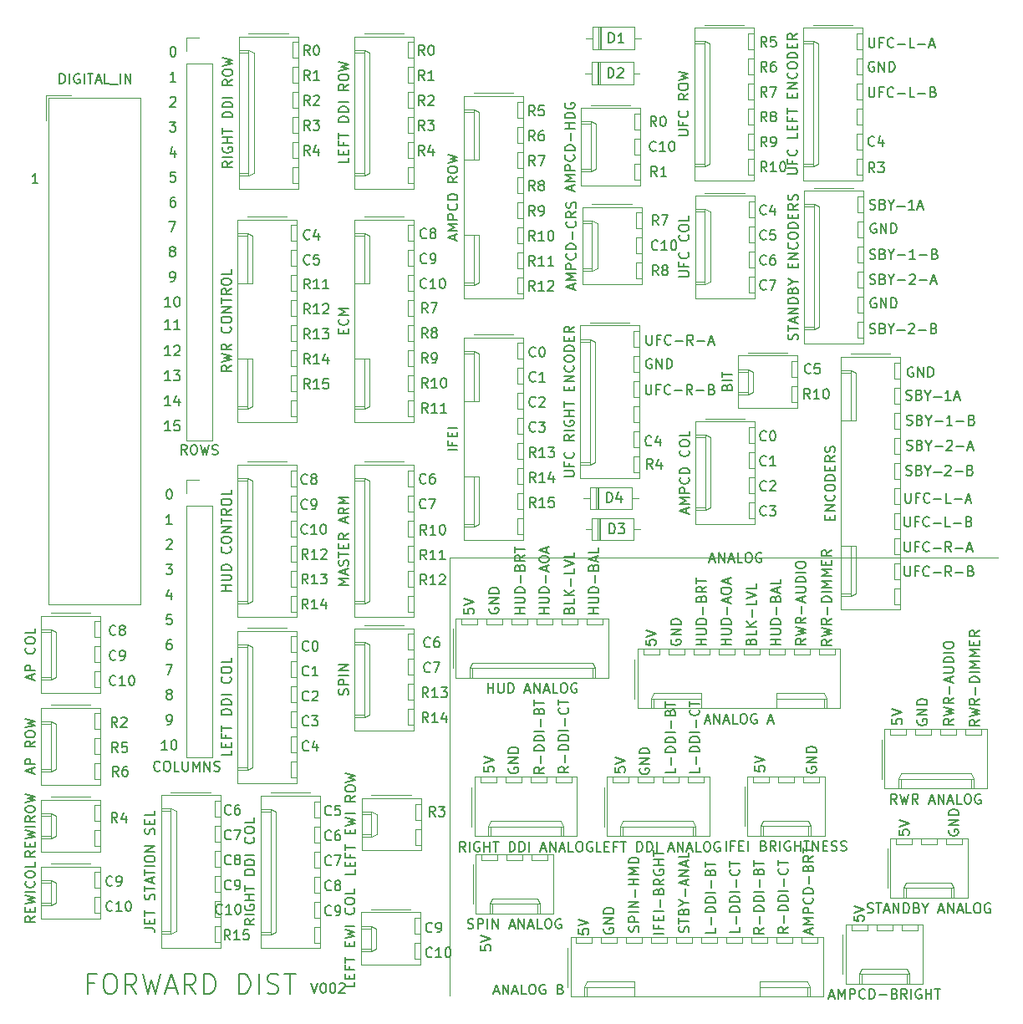
<source format=gbr>
G04 #@! TF.GenerationSoftware,KiCad,Pcbnew,(5.1.5-0-10_14)*
G04 #@! TF.CreationDate,2021-11-28T08:49:08+10:00*
G04 #@! TF.ProjectId,OH - UIP - Input Distribution,4f48202d-2055-4495-9020-2d20496e7075,rev?*
G04 #@! TF.SameCoordinates,Original*
G04 #@! TF.FileFunction,Legend,Top*
G04 #@! TF.FilePolarity,Positive*
%FSLAX46Y46*%
G04 Gerber Fmt 4.6, Leading zero omitted, Abs format (unit mm)*
G04 Created by KiCad (PCBNEW (5.1.5-0-10_14)) date 2021-11-28 08:49:08*
%MOMM*%
%LPD*%
G04 APERTURE LIST*
%ADD10C,0.150000*%
%ADD11C,0.120000*%
G04 APERTURE END LIST*
D10*
X139641823Y-113482380D02*
X139308490Y-113006190D01*
X139070395Y-113482380D02*
X139070395Y-112482380D01*
X139451347Y-112482380D01*
X139546585Y-112530000D01*
X139594204Y-112577619D01*
X139641823Y-112672857D01*
X139641823Y-112815714D01*
X139594204Y-112910952D01*
X139546585Y-112958571D01*
X139451347Y-113006190D01*
X139070395Y-113006190D01*
X140498966Y-112482380D02*
X140308490Y-112482380D01*
X140213252Y-112530000D01*
X140165633Y-112577619D01*
X140070395Y-112720476D01*
X140022776Y-112910952D01*
X140022776Y-113291904D01*
X140070395Y-113387142D01*
X140118014Y-113434761D01*
X140213252Y-113482380D01*
X140403728Y-113482380D01*
X140498966Y-113434761D01*
X140546585Y-113387142D01*
X140594204Y-113291904D01*
X140594204Y-113053809D01*
X140546585Y-112958571D01*
X140498966Y-112910952D01*
X140403728Y-112863333D01*
X140213252Y-112863333D01*
X140118014Y-112910952D01*
X140070395Y-112958571D01*
X140022776Y-113053809D01*
X139578323Y-111069380D02*
X139244990Y-110593190D01*
X139006895Y-111069380D02*
X139006895Y-110069380D01*
X139387847Y-110069380D01*
X139483085Y-110117000D01*
X139530704Y-110164619D01*
X139578323Y-110259857D01*
X139578323Y-110402714D01*
X139530704Y-110497952D01*
X139483085Y-110545571D01*
X139387847Y-110593190D01*
X139006895Y-110593190D01*
X140483085Y-110069380D02*
X140006895Y-110069380D01*
X139959276Y-110545571D01*
X140006895Y-110497952D01*
X140102133Y-110450333D01*
X140340228Y-110450333D01*
X140435466Y-110497952D01*
X140483085Y-110545571D01*
X140530704Y-110640809D01*
X140530704Y-110878904D01*
X140483085Y-110974142D01*
X140435466Y-111021761D01*
X140340228Y-111069380D01*
X140102133Y-111069380D01*
X140006895Y-111021761D01*
X139959276Y-110974142D01*
X139514823Y-108529380D02*
X139181490Y-108053190D01*
X138943395Y-108529380D02*
X138943395Y-107529380D01*
X139324347Y-107529380D01*
X139419585Y-107577000D01*
X139467204Y-107624619D01*
X139514823Y-107719857D01*
X139514823Y-107862714D01*
X139467204Y-107957952D01*
X139419585Y-108005571D01*
X139324347Y-108053190D01*
X138943395Y-108053190D01*
X139895776Y-107624619D02*
X139943395Y-107577000D01*
X140038633Y-107529380D01*
X140276728Y-107529380D01*
X140371966Y-107577000D01*
X140419585Y-107624619D01*
X140467204Y-107719857D01*
X140467204Y-107815095D01*
X140419585Y-107957952D01*
X139848157Y-108529380D01*
X140467204Y-108529380D01*
X139349723Y-104192342D02*
X139302104Y-104239961D01*
X139159247Y-104287580D01*
X139064009Y-104287580D01*
X138921152Y-104239961D01*
X138825914Y-104144723D01*
X138778295Y-104049485D01*
X138730676Y-103859009D01*
X138730676Y-103716152D01*
X138778295Y-103525676D01*
X138825914Y-103430438D01*
X138921152Y-103335200D01*
X139064009Y-103287580D01*
X139159247Y-103287580D01*
X139302104Y-103335200D01*
X139349723Y-103382819D01*
X140302104Y-104287580D02*
X139730676Y-104287580D01*
X140016390Y-104287580D02*
X140016390Y-103287580D01*
X139921152Y-103430438D01*
X139825914Y-103525676D01*
X139730676Y-103573295D01*
X140921152Y-103287580D02*
X141016390Y-103287580D01*
X141111628Y-103335200D01*
X141159247Y-103382819D01*
X141206866Y-103478057D01*
X141254485Y-103668533D01*
X141254485Y-103906628D01*
X141206866Y-104097104D01*
X141159247Y-104192342D01*
X141111628Y-104239961D01*
X141016390Y-104287580D01*
X140921152Y-104287580D01*
X140825914Y-104239961D01*
X140778295Y-104192342D01*
X140730676Y-104097104D01*
X140683057Y-103906628D01*
X140683057Y-103668533D01*
X140730676Y-103478057D01*
X140778295Y-103382819D01*
X140825914Y-103335200D01*
X140921152Y-103287580D01*
X139349723Y-101658692D02*
X139302104Y-101706311D01*
X139159247Y-101753930D01*
X139064009Y-101753930D01*
X138921152Y-101706311D01*
X138825914Y-101611073D01*
X138778295Y-101515835D01*
X138730676Y-101325359D01*
X138730676Y-101182502D01*
X138778295Y-100992026D01*
X138825914Y-100896788D01*
X138921152Y-100801550D01*
X139064009Y-100753930D01*
X139159247Y-100753930D01*
X139302104Y-100801550D01*
X139349723Y-100849169D01*
X139825914Y-101753930D02*
X140016390Y-101753930D01*
X140111628Y-101706311D01*
X140159247Y-101658692D01*
X140254485Y-101515835D01*
X140302104Y-101325359D01*
X140302104Y-100944407D01*
X140254485Y-100849169D01*
X140206866Y-100801550D01*
X140111628Y-100753930D01*
X139921152Y-100753930D01*
X139825914Y-100801550D01*
X139778295Y-100849169D01*
X139730676Y-100944407D01*
X139730676Y-101182502D01*
X139778295Y-101277740D01*
X139825914Y-101325359D01*
X139921152Y-101372978D01*
X140111628Y-101372978D01*
X140206866Y-101325359D01*
X140254485Y-101277740D01*
X140302104Y-101182502D01*
X139349723Y-99125042D02*
X139302104Y-99172661D01*
X139159247Y-99220280D01*
X139064009Y-99220280D01*
X138921152Y-99172661D01*
X138825914Y-99077423D01*
X138778295Y-98982185D01*
X138730676Y-98791709D01*
X138730676Y-98648852D01*
X138778295Y-98458376D01*
X138825914Y-98363138D01*
X138921152Y-98267900D01*
X139064009Y-98220280D01*
X139159247Y-98220280D01*
X139302104Y-98267900D01*
X139349723Y-98315519D01*
X139921152Y-98648852D02*
X139825914Y-98601233D01*
X139778295Y-98553614D01*
X139730676Y-98458376D01*
X139730676Y-98410757D01*
X139778295Y-98315519D01*
X139825914Y-98267900D01*
X139921152Y-98220280D01*
X140111628Y-98220280D01*
X140206866Y-98267900D01*
X140254485Y-98315519D01*
X140302104Y-98410757D01*
X140302104Y-98458376D01*
X140254485Y-98553614D01*
X140206866Y-98601233D01*
X140111628Y-98648852D01*
X139921152Y-98648852D01*
X139825914Y-98696471D01*
X139778295Y-98744090D01*
X139730676Y-98839328D01*
X139730676Y-99029804D01*
X139778295Y-99125042D01*
X139825914Y-99172661D01*
X139921152Y-99220280D01*
X140111628Y-99220280D01*
X140206866Y-99172661D01*
X140254485Y-99125042D01*
X140302104Y-99029804D01*
X140302104Y-98839328D01*
X140254485Y-98744090D01*
X140206866Y-98696471D01*
X140111628Y-98648852D01*
X150957523Y-130055880D02*
X150624190Y-129579690D01*
X150386095Y-130055880D02*
X150386095Y-129055880D01*
X150767047Y-129055880D01*
X150862285Y-129103500D01*
X150909904Y-129151119D01*
X150957523Y-129246357D01*
X150957523Y-129389214D01*
X150909904Y-129484452D01*
X150862285Y-129532071D01*
X150767047Y-129579690D01*
X150386095Y-129579690D01*
X151909904Y-130055880D02*
X151338476Y-130055880D01*
X151624190Y-130055880D02*
X151624190Y-129055880D01*
X151528952Y-129198738D01*
X151433714Y-129293976D01*
X151338476Y-129341595D01*
X152814666Y-129055880D02*
X152338476Y-129055880D01*
X152290857Y-129532071D01*
X152338476Y-129484452D01*
X152433714Y-129436833D01*
X152671809Y-129436833D01*
X152767047Y-129484452D01*
X152814666Y-129532071D01*
X152862285Y-129627309D01*
X152862285Y-129865404D01*
X152814666Y-129960642D01*
X152767047Y-130008261D01*
X152671809Y-130055880D01*
X152433714Y-130055880D01*
X152338476Y-130008261D01*
X152290857Y-129960642D01*
X150132023Y-127357142D02*
X150084404Y-127404761D01*
X149941547Y-127452380D01*
X149846309Y-127452380D01*
X149703452Y-127404761D01*
X149608214Y-127309523D01*
X149560595Y-127214285D01*
X149512976Y-127023809D01*
X149512976Y-126880952D01*
X149560595Y-126690476D01*
X149608214Y-126595238D01*
X149703452Y-126500000D01*
X149846309Y-126452380D01*
X149941547Y-126452380D01*
X150084404Y-126500000D01*
X150132023Y-126547619D01*
X151084404Y-127452380D02*
X150512976Y-127452380D01*
X150798690Y-127452380D02*
X150798690Y-126452380D01*
X150703452Y-126595238D01*
X150608214Y-126690476D01*
X150512976Y-126738095D01*
X151703452Y-126452380D02*
X151798690Y-126452380D01*
X151893928Y-126500000D01*
X151941547Y-126547619D01*
X151989166Y-126642857D01*
X152036785Y-126833333D01*
X152036785Y-127071428D01*
X151989166Y-127261904D01*
X151941547Y-127357142D01*
X151893928Y-127404761D01*
X151798690Y-127452380D01*
X151703452Y-127452380D01*
X151608214Y-127404761D01*
X151560595Y-127357142D01*
X151512976Y-127261904D01*
X151465357Y-127071428D01*
X151465357Y-126833333D01*
X151512976Y-126642857D01*
X151560595Y-126547619D01*
X151608214Y-126500000D01*
X151703452Y-126452380D01*
X151021023Y-117286042D02*
X150973404Y-117333661D01*
X150830547Y-117381280D01*
X150735309Y-117381280D01*
X150592452Y-117333661D01*
X150497214Y-117238423D01*
X150449595Y-117143185D01*
X150401976Y-116952709D01*
X150401976Y-116809852D01*
X150449595Y-116619376D01*
X150497214Y-116524138D01*
X150592452Y-116428900D01*
X150735309Y-116381280D01*
X150830547Y-116381280D01*
X150973404Y-116428900D01*
X151021023Y-116476519D01*
X151878166Y-116381280D02*
X151687690Y-116381280D01*
X151592452Y-116428900D01*
X151544833Y-116476519D01*
X151449595Y-116619376D01*
X151401976Y-116809852D01*
X151401976Y-117190804D01*
X151449595Y-117286042D01*
X151497214Y-117333661D01*
X151592452Y-117381280D01*
X151782928Y-117381280D01*
X151878166Y-117333661D01*
X151925785Y-117286042D01*
X151973404Y-117190804D01*
X151973404Y-116952709D01*
X151925785Y-116857471D01*
X151878166Y-116809852D01*
X151782928Y-116762233D01*
X151592452Y-116762233D01*
X151497214Y-116809852D01*
X151449595Y-116857471D01*
X151401976Y-116952709D01*
X151021023Y-119819692D02*
X150973404Y-119867311D01*
X150830547Y-119914930D01*
X150735309Y-119914930D01*
X150592452Y-119867311D01*
X150497214Y-119772073D01*
X150449595Y-119676835D01*
X150401976Y-119486359D01*
X150401976Y-119343502D01*
X150449595Y-119153026D01*
X150497214Y-119057788D01*
X150592452Y-118962550D01*
X150735309Y-118914930D01*
X150830547Y-118914930D01*
X150973404Y-118962550D01*
X151021023Y-119010169D01*
X151354357Y-118914930D02*
X152021023Y-118914930D01*
X151592452Y-119914930D01*
X151021023Y-124886992D02*
X150973404Y-124934611D01*
X150830547Y-124982230D01*
X150735309Y-124982230D01*
X150592452Y-124934611D01*
X150497214Y-124839373D01*
X150449595Y-124744135D01*
X150401976Y-124553659D01*
X150401976Y-124410802D01*
X150449595Y-124220326D01*
X150497214Y-124125088D01*
X150592452Y-124029850D01*
X150735309Y-123982230D01*
X150830547Y-123982230D01*
X150973404Y-124029850D01*
X151021023Y-124077469D01*
X151497214Y-124982230D02*
X151687690Y-124982230D01*
X151782928Y-124934611D01*
X151830547Y-124886992D01*
X151925785Y-124744135D01*
X151973404Y-124553659D01*
X151973404Y-124172707D01*
X151925785Y-124077469D01*
X151878166Y-124029850D01*
X151782928Y-123982230D01*
X151592452Y-123982230D01*
X151497214Y-124029850D01*
X151449595Y-124077469D01*
X151401976Y-124172707D01*
X151401976Y-124410802D01*
X151449595Y-124506040D01*
X151497214Y-124553659D01*
X151592452Y-124601278D01*
X151782928Y-124601278D01*
X151878166Y-124553659D01*
X151925785Y-124506040D01*
X151973404Y-124410802D01*
X151021023Y-122353342D02*
X150973404Y-122400961D01*
X150830547Y-122448580D01*
X150735309Y-122448580D01*
X150592452Y-122400961D01*
X150497214Y-122305723D01*
X150449595Y-122210485D01*
X150401976Y-122020009D01*
X150401976Y-121877152D01*
X150449595Y-121686676D01*
X150497214Y-121591438D01*
X150592452Y-121496200D01*
X150735309Y-121448580D01*
X150830547Y-121448580D01*
X150973404Y-121496200D01*
X151021023Y-121543819D01*
X151592452Y-121877152D02*
X151497214Y-121829533D01*
X151449595Y-121781914D01*
X151401976Y-121686676D01*
X151401976Y-121639057D01*
X151449595Y-121543819D01*
X151497214Y-121496200D01*
X151592452Y-121448580D01*
X151782928Y-121448580D01*
X151878166Y-121496200D01*
X151925785Y-121543819D01*
X151973404Y-121639057D01*
X151973404Y-121686676D01*
X151925785Y-121781914D01*
X151878166Y-121829533D01*
X151782928Y-121877152D01*
X151592452Y-121877152D01*
X151497214Y-121924771D01*
X151449595Y-121972390D01*
X151401976Y-122067628D01*
X151401976Y-122258104D01*
X151449595Y-122353342D01*
X151497214Y-122400961D01*
X151592452Y-122448580D01*
X151782928Y-122448580D01*
X151878166Y-122400961D01*
X151925785Y-122353342D01*
X151973404Y-122258104D01*
X151973404Y-122067628D01*
X151925785Y-121972390D01*
X151878166Y-121924771D01*
X151782928Y-121877152D01*
X219283595Y-92225880D02*
X219283595Y-93035404D01*
X219331214Y-93130642D01*
X219378833Y-93178261D01*
X219474071Y-93225880D01*
X219664547Y-93225880D01*
X219759785Y-93178261D01*
X219807404Y-93130642D01*
X219855023Y-93035404D01*
X219855023Y-92225880D01*
X220664547Y-92702071D02*
X220331214Y-92702071D01*
X220331214Y-93225880D02*
X220331214Y-92225880D01*
X220807404Y-92225880D01*
X221759785Y-93130642D02*
X221712166Y-93178261D01*
X221569309Y-93225880D01*
X221474071Y-93225880D01*
X221331214Y-93178261D01*
X221235976Y-93083023D01*
X221188357Y-92987785D01*
X221140738Y-92797309D01*
X221140738Y-92654452D01*
X221188357Y-92463976D01*
X221235976Y-92368738D01*
X221331214Y-92273500D01*
X221474071Y-92225880D01*
X221569309Y-92225880D01*
X221712166Y-92273500D01*
X221759785Y-92321119D01*
X222188357Y-92844928D02*
X222950261Y-92844928D01*
X223997880Y-93225880D02*
X223664547Y-92749690D01*
X223426452Y-93225880D02*
X223426452Y-92225880D01*
X223807404Y-92225880D01*
X223902642Y-92273500D01*
X223950261Y-92321119D01*
X223997880Y-92416357D01*
X223997880Y-92559214D01*
X223950261Y-92654452D01*
X223902642Y-92702071D01*
X223807404Y-92749690D01*
X223426452Y-92749690D01*
X224426452Y-92844928D02*
X225188357Y-92844928D01*
X225997880Y-92702071D02*
X226140738Y-92749690D01*
X226188357Y-92797309D01*
X226235976Y-92892547D01*
X226235976Y-93035404D01*
X226188357Y-93130642D01*
X226140738Y-93178261D01*
X226045500Y-93225880D01*
X225664547Y-93225880D01*
X225664547Y-92225880D01*
X225997880Y-92225880D01*
X226093119Y-92273500D01*
X226140738Y-92321119D01*
X226188357Y-92416357D01*
X226188357Y-92511595D01*
X226140738Y-92606833D01*
X226093119Y-92654452D01*
X225997880Y-92702071D01*
X225664547Y-92702071D01*
X219283595Y-89749380D02*
X219283595Y-90558904D01*
X219331214Y-90654142D01*
X219378833Y-90701761D01*
X219474071Y-90749380D01*
X219664547Y-90749380D01*
X219759785Y-90701761D01*
X219807404Y-90654142D01*
X219855023Y-90558904D01*
X219855023Y-89749380D01*
X220664547Y-90225571D02*
X220331214Y-90225571D01*
X220331214Y-90749380D02*
X220331214Y-89749380D01*
X220807404Y-89749380D01*
X221759785Y-90654142D02*
X221712166Y-90701761D01*
X221569309Y-90749380D01*
X221474071Y-90749380D01*
X221331214Y-90701761D01*
X221235976Y-90606523D01*
X221188357Y-90511285D01*
X221140738Y-90320809D01*
X221140738Y-90177952D01*
X221188357Y-89987476D01*
X221235976Y-89892238D01*
X221331214Y-89797000D01*
X221474071Y-89749380D01*
X221569309Y-89749380D01*
X221712166Y-89797000D01*
X221759785Y-89844619D01*
X222188357Y-90368428D02*
X222950261Y-90368428D01*
X223997880Y-90749380D02*
X223664547Y-90273190D01*
X223426452Y-90749380D02*
X223426452Y-89749380D01*
X223807404Y-89749380D01*
X223902642Y-89797000D01*
X223950261Y-89844619D01*
X223997880Y-89939857D01*
X223997880Y-90082714D01*
X223950261Y-90177952D01*
X223902642Y-90225571D01*
X223807404Y-90273190D01*
X223426452Y-90273190D01*
X224426452Y-90368428D02*
X225188357Y-90368428D01*
X225616928Y-90463666D02*
X226093119Y-90463666D01*
X225521690Y-90749380D02*
X225855023Y-89749380D01*
X226188357Y-90749380D01*
X219283595Y-87209380D02*
X219283595Y-88018904D01*
X219331214Y-88114142D01*
X219378833Y-88161761D01*
X219474071Y-88209380D01*
X219664547Y-88209380D01*
X219759785Y-88161761D01*
X219807404Y-88114142D01*
X219855023Y-88018904D01*
X219855023Y-87209380D01*
X220664547Y-87685571D02*
X220331214Y-87685571D01*
X220331214Y-88209380D02*
X220331214Y-87209380D01*
X220807404Y-87209380D01*
X221759785Y-88114142D02*
X221712166Y-88161761D01*
X221569309Y-88209380D01*
X221474071Y-88209380D01*
X221331214Y-88161761D01*
X221235976Y-88066523D01*
X221188357Y-87971285D01*
X221140738Y-87780809D01*
X221140738Y-87637952D01*
X221188357Y-87447476D01*
X221235976Y-87352238D01*
X221331214Y-87257000D01*
X221474071Y-87209380D01*
X221569309Y-87209380D01*
X221712166Y-87257000D01*
X221759785Y-87304619D01*
X222188357Y-87828428D02*
X222950261Y-87828428D01*
X223902642Y-88209380D02*
X223426452Y-88209380D01*
X223426452Y-87209380D01*
X224235976Y-87828428D02*
X224997880Y-87828428D01*
X225807404Y-87685571D02*
X225950261Y-87733190D01*
X225997880Y-87780809D01*
X226045500Y-87876047D01*
X226045500Y-88018904D01*
X225997880Y-88114142D01*
X225950261Y-88161761D01*
X225855023Y-88209380D01*
X225474071Y-88209380D01*
X225474071Y-87209380D01*
X225807404Y-87209380D01*
X225902642Y-87257000D01*
X225950261Y-87304619D01*
X225997880Y-87399857D01*
X225997880Y-87495095D01*
X225950261Y-87590333D01*
X225902642Y-87637952D01*
X225807404Y-87685571D01*
X225474071Y-87685571D01*
X219347095Y-84796380D02*
X219347095Y-85605904D01*
X219394714Y-85701142D01*
X219442333Y-85748761D01*
X219537571Y-85796380D01*
X219728047Y-85796380D01*
X219823285Y-85748761D01*
X219870904Y-85701142D01*
X219918523Y-85605904D01*
X219918523Y-84796380D01*
X220728047Y-85272571D02*
X220394714Y-85272571D01*
X220394714Y-85796380D02*
X220394714Y-84796380D01*
X220870904Y-84796380D01*
X221823285Y-85701142D02*
X221775666Y-85748761D01*
X221632809Y-85796380D01*
X221537571Y-85796380D01*
X221394714Y-85748761D01*
X221299476Y-85653523D01*
X221251857Y-85558285D01*
X221204238Y-85367809D01*
X221204238Y-85224952D01*
X221251857Y-85034476D01*
X221299476Y-84939238D01*
X221394714Y-84844000D01*
X221537571Y-84796380D01*
X221632809Y-84796380D01*
X221775666Y-84844000D01*
X221823285Y-84891619D01*
X222251857Y-85415428D02*
X223013761Y-85415428D01*
X223966142Y-85796380D02*
X223489952Y-85796380D01*
X223489952Y-84796380D01*
X224299476Y-85415428D02*
X225061380Y-85415428D01*
X225489952Y-85510666D02*
X225966142Y-85510666D01*
X225394714Y-85796380D02*
X225728047Y-84796380D01*
X226061380Y-85796380D01*
X219426476Y-75334761D02*
X219569333Y-75382380D01*
X219807428Y-75382380D01*
X219902666Y-75334761D01*
X219950285Y-75287142D01*
X219997904Y-75191904D01*
X219997904Y-75096666D01*
X219950285Y-75001428D01*
X219902666Y-74953809D01*
X219807428Y-74906190D01*
X219616952Y-74858571D01*
X219521714Y-74810952D01*
X219474095Y-74763333D01*
X219426476Y-74668095D01*
X219426476Y-74572857D01*
X219474095Y-74477619D01*
X219521714Y-74430000D01*
X219616952Y-74382380D01*
X219855047Y-74382380D01*
X219997904Y-74430000D01*
X220759809Y-74858571D02*
X220902666Y-74906190D01*
X220950285Y-74953809D01*
X220997904Y-75049047D01*
X220997904Y-75191904D01*
X220950285Y-75287142D01*
X220902666Y-75334761D01*
X220807428Y-75382380D01*
X220426476Y-75382380D01*
X220426476Y-74382380D01*
X220759809Y-74382380D01*
X220855047Y-74430000D01*
X220902666Y-74477619D01*
X220950285Y-74572857D01*
X220950285Y-74668095D01*
X220902666Y-74763333D01*
X220855047Y-74810952D01*
X220759809Y-74858571D01*
X220426476Y-74858571D01*
X221616952Y-74906190D02*
X221616952Y-75382380D01*
X221283619Y-74382380D02*
X221616952Y-74906190D01*
X221950285Y-74382380D01*
X222188380Y-75049047D02*
X223045523Y-75049047D01*
X223950285Y-75382380D02*
X223378857Y-75382380D01*
X223664571Y-75382380D02*
X223664571Y-74382380D01*
X223569333Y-74525238D01*
X223474095Y-74620476D01*
X223378857Y-74668095D01*
X224331238Y-75096666D02*
X224807428Y-75096666D01*
X224236000Y-75382380D02*
X224569333Y-74382380D01*
X224902666Y-75382380D01*
X219489976Y-77874761D02*
X219632833Y-77922380D01*
X219870928Y-77922380D01*
X219966166Y-77874761D01*
X220013785Y-77827142D01*
X220061404Y-77731904D01*
X220061404Y-77636666D01*
X220013785Y-77541428D01*
X219966166Y-77493809D01*
X219870928Y-77446190D01*
X219680452Y-77398571D01*
X219585214Y-77350952D01*
X219537595Y-77303333D01*
X219489976Y-77208095D01*
X219489976Y-77112857D01*
X219537595Y-77017619D01*
X219585214Y-76970000D01*
X219680452Y-76922380D01*
X219918547Y-76922380D01*
X220061404Y-76970000D01*
X220823309Y-77398571D02*
X220966166Y-77446190D01*
X221013785Y-77493809D01*
X221061404Y-77589047D01*
X221061404Y-77731904D01*
X221013785Y-77827142D01*
X220966166Y-77874761D01*
X220870928Y-77922380D01*
X220489976Y-77922380D01*
X220489976Y-76922380D01*
X220823309Y-76922380D01*
X220918547Y-76970000D01*
X220966166Y-77017619D01*
X221013785Y-77112857D01*
X221013785Y-77208095D01*
X220966166Y-77303333D01*
X220918547Y-77350952D01*
X220823309Y-77398571D01*
X220489976Y-77398571D01*
X221680452Y-77446190D02*
X221680452Y-77922380D01*
X221347119Y-76922380D02*
X221680452Y-77446190D01*
X222013785Y-76922380D01*
X222347119Y-77541428D02*
X223109023Y-77541428D01*
X224109023Y-77922380D02*
X223537595Y-77922380D01*
X223823309Y-77922380D02*
X223823309Y-76922380D01*
X223728071Y-77065238D01*
X223632833Y-77160476D01*
X223537595Y-77208095D01*
X224537595Y-77541428D02*
X225299500Y-77541428D01*
X226109023Y-77398571D02*
X226251880Y-77446190D01*
X226299500Y-77493809D01*
X226347119Y-77589047D01*
X226347119Y-77731904D01*
X226299500Y-77827142D01*
X226251880Y-77874761D01*
X226156642Y-77922380D01*
X225775690Y-77922380D01*
X225775690Y-76922380D01*
X226109023Y-76922380D01*
X226204261Y-76970000D01*
X226251880Y-77017619D01*
X226299500Y-77112857D01*
X226299500Y-77208095D01*
X226251880Y-77303333D01*
X226204261Y-77350952D01*
X226109023Y-77398571D01*
X225775690Y-77398571D01*
X219426476Y-82954761D02*
X219569333Y-83002380D01*
X219807428Y-83002380D01*
X219902666Y-82954761D01*
X219950285Y-82907142D01*
X219997904Y-82811904D01*
X219997904Y-82716666D01*
X219950285Y-82621428D01*
X219902666Y-82573809D01*
X219807428Y-82526190D01*
X219616952Y-82478571D01*
X219521714Y-82430952D01*
X219474095Y-82383333D01*
X219426476Y-82288095D01*
X219426476Y-82192857D01*
X219474095Y-82097619D01*
X219521714Y-82050000D01*
X219616952Y-82002380D01*
X219855047Y-82002380D01*
X219997904Y-82050000D01*
X220759809Y-82478571D02*
X220902666Y-82526190D01*
X220950285Y-82573809D01*
X220997904Y-82669047D01*
X220997904Y-82811904D01*
X220950285Y-82907142D01*
X220902666Y-82954761D01*
X220807428Y-83002380D01*
X220426476Y-83002380D01*
X220426476Y-82002380D01*
X220759809Y-82002380D01*
X220855047Y-82050000D01*
X220902666Y-82097619D01*
X220950285Y-82192857D01*
X220950285Y-82288095D01*
X220902666Y-82383333D01*
X220855047Y-82430952D01*
X220759809Y-82478571D01*
X220426476Y-82478571D01*
X221616952Y-82526190D02*
X221616952Y-83002380D01*
X221283619Y-82002380D02*
X221616952Y-82526190D01*
X221950285Y-82002380D01*
X222188380Y-82669047D02*
X223045523Y-82669047D01*
X223378857Y-82097619D02*
X223426476Y-82050000D01*
X223521714Y-82002380D01*
X223759809Y-82002380D01*
X223855047Y-82050000D01*
X223902666Y-82097619D01*
X223950285Y-82192857D01*
X223950285Y-82288095D01*
X223902666Y-82430952D01*
X223331238Y-83002380D01*
X223950285Y-83002380D01*
X224378857Y-82621428D02*
X225140761Y-82621428D01*
X225950285Y-82478571D02*
X226093142Y-82526190D01*
X226140761Y-82573809D01*
X226188380Y-82669047D01*
X226188380Y-82811904D01*
X226140761Y-82907142D01*
X226093142Y-82954761D01*
X225997904Y-83002380D01*
X225616952Y-83002380D01*
X225616952Y-82002380D01*
X225950285Y-82002380D01*
X226045523Y-82050000D01*
X226093142Y-82097619D01*
X226140761Y-82192857D01*
X226140761Y-82288095D01*
X226093142Y-82383333D01*
X226045523Y-82430952D01*
X225950285Y-82478571D01*
X225616952Y-82478571D01*
X219489976Y-80414761D02*
X219632833Y-80462380D01*
X219870928Y-80462380D01*
X219966166Y-80414761D01*
X220013785Y-80367142D01*
X220061404Y-80271904D01*
X220061404Y-80176666D01*
X220013785Y-80081428D01*
X219966166Y-80033809D01*
X219870928Y-79986190D01*
X219680452Y-79938571D01*
X219585214Y-79890952D01*
X219537595Y-79843333D01*
X219489976Y-79748095D01*
X219489976Y-79652857D01*
X219537595Y-79557619D01*
X219585214Y-79510000D01*
X219680452Y-79462380D01*
X219918547Y-79462380D01*
X220061404Y-79510000D01*
X220823309Y-79938571D02*
X220966166Y-79986190D01*
X221013785Y-80033809D01*
X221061404Y-80129047D01*
X221061404Y-80271904D01*
X221013785Y-80367142D01*
X220966166Y-80414761D01*
X220870928Y-80462380D01*
X220489976Y-80462380D01*
X220489976Y-79462380D01*
X220823309Y-79462380D01*
X220918547Y-79510000D01*
X220966166Y-79557619D01*
X221013785Y-79652857D01*
X221013785Y-79748095D01*
X220966166Y-79843333D01*
X220918547Y-79890952D01*
X220823309Y-79938571D01*
X220489976Y-79938571D01*
X221680452Y-79986190D02*
X221680452Y-80462380D01*
X221347119Y-79462380D02*
X221680452Y-79986190D01*
X222013785Y-79462380D01*
X222347119Y-80081428D02*
X223109023Y-80081428D01*
X223537595Y-79557619D02*
X223585214Y-79510000D01*
X223680452Y-79462380D01*
X223918547Y-79462380D01*
X224013785Y-79510000D01*
X224061404Y-79557619D01*
X224109023Y-79652857D01*
X224109023Y-79748095D01*
X224061404Y-79890952D01*
X223489976Y-80462380D01*
X224109023Y-80462380D01*
X224537595Y-80081428D02*
X225299500Y-80081428D01*
X225728071Y-80176666D02*
X226204261Y-80176666D01*
X225632833Y-80462380D02*
X225966166Y-79462380D01*
X226299500Y-80462380D01*
X220124904Y-72080500D02*
X220029666Y-72032880D01*
X219886809Y-72032880D01*
X219743952Y-72080500D01*
X219648714Y-72175738D01*
X219601095Y-72270976D01*
X219553476Y-72461452D01*
X219553476Y-72604309D01*
X219601095Y-72794785D01*
X219648714Y-72890023D01*
X219743952Y-72985261D01*
X219886809Y-73032880D01*
X219982047Y-73032880D01*
X220124904Y-72985261D01*
X220172523Y-72937642D01*
X220172523Y-72604309D01*
X219982047Y-72604309D01*
X220601095Y-73032880D02*
X220601095Y-72032880D01*
X221172523Y-73032880D01*
X221172523Y-72032880D01*
X221648714Y-73032880D02*
X221648714Y-72032880D01*
X221886809Y-72032880D01*
X222029666Y-72080500D01*
X222124904Y-72175738D01*
X222172523Y-72270976D01*
X222220142Y-72461452D01*
X222220142Y-72604309D01*
X222172523Y-72794785D01*
X222124904Y-72890023D01*
X222029666Y-72985261D01*
X221886809Y-73032880D01*
X221648714Y-73032880D01*
X211843880Y-99654785D02*
X211367690Y-99988119D01*
X211843880Y-100226214D02*
X210843880Y-100226214D01*
X210843880Y-99845261D01*
X210891500Y-99750023D01*
X210939119Y-99702404D01*
X211034357Y-99654785D01*
X211177214Y-99654785D01*
X211272452Y-99702404D01*
X211320071Y-99750023D01*
X211367690Y-99845261D01*
X211367690Y-100226214D01*
X210843880Y-99321452D02*
X211843880Y-99083357D01*
X211129595Y-98892880D01*
X211843880Y-98702404D01*
X210843880Y-98464309D01*
X211843880Y-97511928D02*
X211367690Y-97845261D01*
X211843880Y-98083357D02*
X210843880Y-98083357D01*
X210843880Y-97702404D01*
X210891500Y-97607166D01*
X210939119Y-97559547D01*
X211034357Y-97511928D01*
X211177214Y-97511928D01*
X211272452Y-97559547D01*
X211320071Y-97607166D01*
X211367690Y-97702404D01*
X211367690Y-98083357D01*
X211462928Y-97083357D02*
X211462928Y-96321452D01*
X211843880Y-95845261D02*
X210843880Y-95845261D01*
X210843880Y-95607166D01*
X210891500Y-95464309D01*
X210986738Y-95369071D01*
X211081976Y-95321452D01*
X211272452Y-95273833D01*
X211415309Y-95273833D01*
X211605785Y-95321452D01*
X211701023Y-95369071D01*
X211796261Y-95464309D01*
X211843880Y-95607166D01*
X211843880Y-95845261D01*
X211843880Y-94845261D02*
X210843880Y-94845261D01*
X211843880Y-94369071D02*
X210843880Y-94369071D01*
X211558166Y-94035738D01*
X210843880Y-93702404D01*
X211843880Y-93702404D01*
X211843880Y-93226214D02*
X210843880Y-93226214D01*
X211558166Y-92892880D01*
X210843880Y-92559547D01*
X211843880Y-92559547D01*
X211320071Y-92083357D02*
X211320071Y-91750023D01*
X211843880Y-91607166D02*
X211843880Y-92083357D01*
X210843880Y-92083357D01*
X210843880Y-91607166D01*
X211843880Y-90607166D02*
X211367690Y-90940500D01*
X211843880Y-91178595D02*
X210843880Y-91178595D01*
X210843880Y-90797642D01*
X210891500Y-90702404D01*
X210939119Y-90654785D01*
X211034357Y-90607166D01*
X211177214Y-90607166D01*
X211272452Y-90654785D01*
X211320071Y-90702404D01*
X211367690Y-90797642D01*
X211367690Y-91178595D01*
X209240380Y-99543738D02*
X208764190Y-99877071D01*
X209240380Y-100115166D02*
X208240380Y-100115166D01*
X208240380Y-99734214D01*
X208288000Y-99638976D01*
X208335619Y-99591357D01*
X208430857Y-99543738D01*
X208573714Y-99543738D01*
X208668952Y-99591357D01*
X208716571Y-99638976D01*
X208764190Y-99734214D01*
X208764190Y-100115166D01*
X208240380Y-99210404D02*
X209240380Y-98972309D01*
X208526095Y-98781833D01*
X209240380Y-98591357D01*
X208240380Y-98353261D01*
X209240380Y-97400880D02*
X208764190Y-97734214D01*
X209240380Y-97972309D02*
X208240380Y-97972309D01*
X208240380Y-97591357D01*
X208288000Y-97496119D01*
X208335619Y-97448500D01*
X208430857Y-97400880D01*
X208573714Y-97400880D01*
X208668952Y-97448500D01*
X208716571Y-97496119D01*
X208764190Y-97591357D01*
X208764190Y-97972309D01*
X208859428Y-96972309D02*
X208859428Y-96210404D01*
X208954666Y-95781833D02*
X208954666Y-95305642D01*
X209240380Y-95877071D02*
X208240380Y-95543738D01*
X209240380Y-95210404D01*
X208240380Y-94877071D02*
X209049904Y-94877071D01*
X209145142Y-94829452D01*
X209192761Y-94781833D01*
X209240380Y-94686595D01*
X209240380Y-94496119D01*
X209192761Y-94400880D01*
X209145142Y-94353261D01*
X209049904Y-94305642D01*
X208240380Y-94305642D01*
X209240380Y-93829452D02*
X208240380Y-93829452D01*
X208240380Y-93591357D01*
X208288000Y-93448500D01*
X208383238Y-93353261D01*
X208478476Y-93305642D01*
X208668952Y-93258023D01*
X208811809Y-93258023D01*
X209002285Y-93305642D01*
X209097523Y-93353261D01*
X209192761Y-93448500D01*
X209240380Y-93591357D01*
X209240380Y-93829452D01*
X209240380Y-92829452D02*
X208240380Y-92829452D01*
X208240380Y-92162785D02*
X208240380Y-91972309D01*
X208288000Y-91877071D01*
X208383238Y-91781833D01*
X208573714Y-91734214D01*
X208907047Y-91734214D01*
X209097523Y-91781833D01*
X209192761Y-91877071D01*
X209240380Y-91972309D01*
X209240380Y-92162785D01*
X209192761Y-92258023D01*
X209097523Y-92353261D01*
X208907047Y-92400880D01*
X208573714Y-92400880D01*
X208383238Y-92353261D01*
X208288000Y-92258023D01*
X208240380Y-92162785D01*
X209716666Y-129404523D02*
X209716666Y-128928333D01*
X210002380Y-129499761D02*
X209002380Y-129166428D01*
X210002380Y-128833095D01*
X210002380Y-128499761D02*
X209002380Y-128499761D01*
X209716666Y-128166428D01*
X209002380Y-127833095D01*
X210002380Y-127833095D01*
X210002380Y-127356904D02*
X209002380Y-127356904D01*
X209002380Y-126975952D01*
X209050000Y-126880714D01*
X209097619Y-126833095D01*
X209192857Y-126785476D01*
X209335714Y-126785476D01*
X209430952Y-126833095D01*
X209478571Y-126880714D01*
X209526190Y-126975952D01*
X209526190Y-127356904D01*
X209907142Y-125785476D02*
X209954761Y-125833095D01*
X210002380Y-125975952D01*
X210002380Y-126071190D01*
X209954761Y-126214047D01*
X209859523Y-126309285D01*
X209764285Y-126356904D01*
X209573809Y-126404523D01*
X209430952Y-126404523D01*
X209240476Y-126356904D01*
X209145238Y-126309285D01*
X209050000Y-126214047D01*
X209002380Y-126071190D01*
X209002380Y-125975952D01*
X209050000Y-125833095D01*
X209097619Y-125785476D01*
X210002380Y-125356904D02*
X209002380Y-125356904D01*
X209002380Y-125118809D01*
X209050000Y-124975952D01*
X209145238Y-124880714D01*
X209240476Y-124833095D01*
X209430952Y-124785476D01*
X209573809Y-124785476D01*
X209764285Y-124833095D01*
X209859523Y-124880714D01*
X209954761Y-124975952D01*
X210002380Y-125118809D01*
X210002380Y-125356904D01*
X209621428Y-124356904D02*
X209621428Y-123595000D01*
X209478571Y-122785476D02*
X209526190Y-122642619D01*
X209573809Y-122595000D01*
X209669047Y-122547380D01*
X209811904Y-122547380D01*
X209907142Y-122595000D01*
X209954761Y-122642619D01*
X210002380Y-122737857D01*
X210002380Y-123118809D01*
X209002380Y-123118809D01*
X209002380Y-122785476D01*
X209050000Y-122690238D01*
X209097619Y-122642619D01*
X209192857Y-122595000D01*
X209288095Y-122595000D01*
X209383333Y-122642619D01*
X209430952Y-122690238D01*
X209478571Y-122785476D01*
X209478571Y-123118809D01*
X210002380Y-121547380D02*
X209526190Y-121880714D01*
X210002380Y-122118809D02*
X209002380Y-122118809D01*
X209002380Y-121737857D01*
X209050000Y-121642619D01*
X209097619Y-121595000D01*
X209192857Y-121547380D01*
X209335714Y-121547380D01*
X209430952Y-121595000D01*
X209478571Y-121642619D01*
X209526190Y-121737857D01*
X209526190Y-122118809D01*
X209002380Y-121261666D02*
X209002380Y-120690238D01*
X210002380Y-120975952D02*
X209002380Y-120975952D01*
X204985880Y-128841119D02*
X204509690Y-129174452D01*
X204985880Y-129412547D02*
X203985880Y-129412547D01*
X203985880Y-129031595D01*
X204033500Y-128936357D01*
X204081119Y-128888738D01*
X204176357Y-128841119D01*
X204319214Y-128841119D01*
X204414452Y-128888738D01*
X204462071Y-128936357D01*
X204509690Y-129031595D01*
X204509690Y-129412547D01*
X204604928Y-128412547D02*
X204604928Y-127650642D01*
X204985880Y-127174452D02*
X203985880Y-127174452D01*
X203985880Y-126936357D01*
X204033500Y-126793500D01*
X204128738Y-126698261D01*
X204223976Y-126650642D01*
X204414452Y-126603023D01*
X204557309Y-126603023D01*
X204747785Y-126650642D01*
X204843023Y-126698261D01*
X204938261Y-126793500D01*
X204985880Y-126936357D01*
X204985880Y-127174452D01*
X204985880Y-126174452D02*
X203985880Y-126174452D01*
X203985880Y-125936357D01*
X204033500Y-125793500D01*
X204128738Y-125698261D01*
X204223976Y-125650642D01*
X204414452Y-125603023D01*
X204557309Y-125603023D01*
X204747785Y-125650642D01*
X204843023Y-125698261D01*
X204938261Y-125793500D01*
X204985880Y-125936357D01*
X204985880Y-126174452D01*
X204985880Y-125174452D02*
X203985880Y-125174452D01*
X204604928Y-124698261D02*
X204604928Y-123936357D01*
X204462071Y-123126833D02*
X204509690Y-122983976D01*
X204557309Y-122936357D01*
X204652547Y-122888738D01*
X204795404Y-122888738D01*
X204890642Y-122936357D01*
X204938261Y-122983976D01*
X204985880Y-123079214D01*
X204985880Y-123460166D01*
X203985880Y-123460166D01*
X203985880Y-123126833D01*
X204033500Y-123031595D01*
X204081119Y-122983976D01*
X204176357Y-122936357D01*
X204271595Y-122936357D01*
X204366833Y-122983976D01*
X204414452Y-123031595D01*
X204462071Y-123126833D01*
X204462071Y-123460166D01*
X203985880Y-122603023D02*
X203985880Y-122031595D01*
X204985880Y-122317309D02*
X203985880Y-122317309D01*
X207462380Y-128777619D02*
X206986190Y-129110952D01*
X207462380Y-129349047D02*
X206462380Y-129349047D01*
X206462380Y-128968095D01*
X206510000Y-128872857D01*
X206557619Y-128825238D01*
X206652857Y-128777619D01*
X206795714Y-128777619D01*
X206890952Y-128825238D01*
X206938571Y-128872857D01*
X206986190Y-128968095D01*
X206986190Y-129349047D01*
X207081428Y-128349047D02*
X207081428Y-127587142D01*
X207462380Y-127110952D02*
X206462380Y-127110952D01*
X206462380Y-126872857D01*
X206510000Y-126730000D01*
X206605238Y-126634761D01*
X206700476Y-126587142D01*
X206890952Y-126539523D01*
X207033809Y-126539523D01*
X207224285Y-126587142D01*
X207319523Y-126634761D01*
X207414761Y-126730000D01*
X207462380Y-126872857D01*
X207462380Y-127110952D01*
X207462380Y-126110952D02*
X206462380Y-126110952D01*
X206462380Y-125872857D01*
X206510000Y-125730000D01*
X206605238Y-125634761D01*
X206700476Y-125587142D01*
X206890952Y-125539523D01*
X207033809Y-125539523D01*
X207224285Y-125587142D01*
X207319523Y-125634761D01*
X207414761Y-125730000D01*
X207462380Y-125872857D01*
X207462380Y-126110952D01*
X207462380Y-125110952D02*
X206462380Y-125110952D01*
X207081428Y-124634761D02*
X207081428Y-123872857D01*
X207367142Y-122825238D02*
X207414761Y-122872857D01*
X207462380Y-123015714D01*
X207462380Y-123110952D01*
X207414761Y-123253809D01*
X207319523Y-123349047D01*
X207224285Y-123396666D01*
X207033809Y-123444285D01*
X206890952Y-123444285D01*
X206700476Y-123396666D01*
X206605238Y-123349047D01*
X206510000Y-123253809D01*
X206462380Y-123110952D01*
X206462380Y-123015714D01*
X206510000Y-122872857D01*
X206557619Y-122825238D01*
X206462380Y-122539523D02*
X206462380Y-121968095D01*
X207462380Y-122253809D02*
X206462380Y-122253809D01*
X200096380Y-128841119D02*
X200096380Y-129317309D01*
X199096380Y-129317309D01*
X199715428Y-128507785D02*
X199715428Y-127745880D01*
X200096380Y-127269690D02*
X199096380Y-127269690D01*
X199096380Y-127031595D01*
X199144000Y-126888738D01*
X199239238Y-126793500D01*
X199334476Y-126745880D01*
X199524952Y-126698261D01*
X199667809Y-126698261D01*
X199858285Y-126745880D01*
X199953523Y-126793500D01*
X200048761Y-126888738D01*
X200096380Y-127031595D01*
X200096380Y-127269690D01*
X200096380Y-126269690D02*
X199096380Y-126269690D01*
X199096380Y-126031595D01*
X199144000Y-125888738D01*
X199239238Y-125793500D01*
X199334476Y-125745880D01*
X199524952Y-125698261D01*
X199667809Y-125698261D01*
X199858285Y-125745880D01*
X199953523Y-125793500D01*
X200048761Y-125888738D01*
X200096380Y-126031595D01*
X200096380Y-126269690D01*
X200096380Y-125269690D02*
X199096380Y-125269690D01*
X199715428Y-124793500D02*
X199715428Y-124031595D01*
X199572571Y-123222071D02*
X199620190Y-123079214D01*
X199667809Y-123031595D01*
X199763047Y-122983976D01*
X199905904Y-122983976D01*
X200001142Y-123031595D01*
X200048761Y-123079214D01*
X200096380Y-123174452D01*
X200096380Y-123555404D01*
X199096380Y-123555404D01*
X199096380Y-123222071D01*
X199144000Y-123126833D01*
X199191619Y-123079214D01*
X199286857Y-123031595D01*
X199382095Y-123031595D01*
X199477333Y-123079214D01*
X199524952Y-123126833D01*
X199572571Y-123222071D01*
X199572571Y-123555404D01*
X199096380Y-122698261D02*
X199096380Y-122126833D01*
X200096380Y-122412547D02*
X199096380Y-122412547D01*
X202572880Y-128777619D02*
X202572880Y-129253809D01*
X201572880Y-129253809D01*
X202191928Y-128444285D02*
X202191928Y-127682380D01*
X202572880Y-127206190D02*
X201572880Y-127206190D01*
X201572880Y-126968095D01*
X201620500Y-126825238D01*
X201715738Y-126730000D01*
X201810976Y-126682380D01*
X202001452Y-126634761D01*
X202144309Y-126634761D01*
X202334785Y-126682380D01*
X202430023Y-126730000D01*
X202525261Y-126825238D01*
X202572880Y-126968095D01*
X202572880Y-127206190D01*
X202572880Y-126206190D02*
X201572880Y-126206190D01*
X201572880Y-125968095D01*
X201620500Y-125825238D01*
X201715738Y-125730000D01*
X201810976Y-125682380D01*
X202001452Y-125634761D01*
X202144309Y-125634761D01*
X202334785Y-125682380D01*
X202430023Y-125730000D01*
X202525261Y-125825238D01*
X202572880Y-125968095D01*
X202572880Y-126206190D01*
X202572880Y-125206190D02*
X201572880Y-125206190D01*
X202191928Y-124730000D02*
X202191928Y-123968095D01*
X202477642Y-122920476D02*
X202525261Y-122968095D01*
X202572880Y-123110952D01*
X202572880Y-123206190D01*
X202525261Y-123349047D01*
X202430023Y-123444285D01*
X202334785Y-123491904D01*
X202144309Y-123539523D01*
X202001452Y-123539523D01*
X201810976Y-123491904D01*
X201715738Y-123444285D01*
X201620500Y-123349047D01*
X201572880Y-123206190D01*
X201572880Y-123110952D01*
X201620500Y-122968095D01*
X201668119Y-122920476D01*
X201572880Y-122634761D02*
X201572880Y-122063333D01*
X202572880Y-122349047D02*
X201572880Y-122349047D01*
X197381761Y-129285500D02*
X197429380Y-129142642D01*
X197429380Y-128904547D01*
X197381761Y-128809309D01*
X197334142Y-128761690D01*
X197238904Y-128714071D01*
X197143666Y-128714071D01*
X197048428Y-128761690D01*
X197000809Y-128809309D01*
X196953190Y-128904547D01*
X196905571Y-129095023D01*
X196857952Y-129190261D01*
X196810333Y-129237880D01*
X196715095Y-129285500D01*
X196619857Y-129285500D01*
X196524619Y-129237880D01*
X196477000Y-129190261D01*
X196429380Y-129095023D01*
X196429380Y-128856928D01*
X196477000Y-128714071D01*
X196429380Y-128428357D02*
X196429380Y-127856928D01*
X197429380Y-128142642D02*
X196429380Y-128142642D01*
X196905571Y-127190261D02*
X196953190Y-127047404D01*
X197000809Y-126999785D01*
X197096047Y-126952166D01*
X197238904Y-126952166D01*
X197334142Y-126999785D01*
X197381761Y-127047404D01*
X197429380Y-127142642D01*
X197429380Y-127523595D01*
X196429380Y-127523595D01*
X196429380Y-127190261D01*
X196477000Y-127095023D01*
X196524619Y-127047404D01*
X196619857Y-126999785D01*
X196715095Y-126999785D01*
X196810333Y-127047404D01*
X196857952Y-127095023D01*
X196905571Y-127190261D01*
X196905571Y-127523595D01*
X196953190Y-126333119D02*
X197429380Y-126333119D01*
X196429380Y-126666452D02*
X196953190Y-126333119D01*
X196429380Y-125999785D01*
X197048428Y-125666452D02*
X197048428Y-124904547D01*
X197143666Y-124475976D02*
X197143666Y-123999785D01*
X197429380Y-124571214D02*
X196429380Y-124237880D01*
X197429380Y-123904547D01*
X197429380Y-123571214D02*
X196429380Y-123571214D01*
X197429380Y-122999785D01*
X196429380Y-122999785D01*
X197143666Y-122571214D02*
X197143666Y-122095023D01*
X197429380Y-122666452D02*
X196429380Y-122333119D01*
X197429380Y-121999785D01*
X197429380Y-121190261D02*
X197429380Y-121666452D01*
X196429380Y-121666452D01*
X194889380Y-129428357D02*
X193889380Y-129428357D01*
X194365571Y-128618833D02*
X194365571Y-128952166D01*
X194889380Y-128952166D02*
X193889380Y-128952166D01*
X193889380Y-128475976D01*
X194365571Y-128095023D02*
X194365571Y-127761690D01*
X194889380Y-127618833D02*
X194889380Y-128095023D01*
X193889380Y-128095023D01*
X193889380Y-127618833D01*
X194889380Y-127190261D02*
X193889380Y-127190261D01*
X194508428Y-126714071D02*
X194508428Y-125952166D01*
X194365571Y-125142642D02*
X194413190Y-124999785D01*
X194460809Y-124952166D01*
X194556047Y-124904547D01*
X194698904Y-124904547D01*
X194794142Y-124952166D01*
X194841761Y-124999785D01*
X194889380Y-125095023D01*
X194889380Y-125475976D01*
X193889380Y-125475976D01*
X193889380Y-125142642D01*
X193937000Y-125047404D01*
X193984619Y-124999785D01*
X194079857Y-124952166D01*
X194175095Y-124952166D01*
X194270333Y-124999785D01*
X194317952Y-125047404D01*
X194365571Y-125142642D01*
X194365571Y-125475976D01*
X194889380Y-123904547D02*
X194413190Y-124237880D01*
X194889380Y-124475976D02*
X193889380Y-124475976D01*
X193889380Y-124095023D01*
X193937000Y-123999785D01*
X193984619Y-123952166D01*
X194079857Y-123904547D01*
X194222714Y-123904547D01*
X194317952Y-123952166D01*
X194365571Y-123999785D01*
X194413190Y-124095023D01*
X194413190Y-124475976D01*
X193937000Y-122952166D02*
X193889380Y-123047404D01*
X193889380Y-123190261D01*
X193937000Y-123333119D01*
X194032238Y-123428357D01*
X194127476Y-123475976D01*
X194317952Y-123523595D01*
X194460809Y-123523595D01*
X194651285Y-123475976D01*
X194746523Y-123428357D01*
X194841761Y-123333119D01*
X194889380Y-123190261D01*
X194889380Y-123095023D01*
X194841761Y-122952166D01*
X194794142Y-122904547D01*
X194460809Y-122904547D01*
X194460809Y-123095023D01*
X194889380Y-122475976D02*
X193889380Y-122475976D01*
X194365571Y-122475976D02*
X194365571Y-121904547D01*
X194889380Y-121904547D02*
X193889380Y-121904547D01*
X193889380Y-121571214D02*
X193889380Y-120999785D01*
X194889380Y-121285500D02*
X193889380Y-121285500D01*
X192301761Y-129237904D02*
X192349380Y-129095047D01*
X192349380Y-128856952D01*
X192301761Y-128761714D01*
X192254142Y-128714095D01*
X192158904Y-128666476D01*
X192063666Y-128666476D01*
X191968428Y-128714095D01*
X191920809Y-128761714D01*
X191873190Y-128856952D01*
X191825571Y-129047428D01*
X191777952Y-129142666D01*
X191730333Y-129190285D01*
X191635095Y-129237904D01*
X191539857Y-129237904D01*
X191444619Y-129190285D01*
X191397000Y-129142666D01*
X191349380Y-129047428D01*
X191349380Y-128809333D01*
X191397000Y-128666476D01*
X192349380Y-128237904D02*
X191349380Y-128237904D01*
X191349380Y-127856952D01*
X191397000Y-127761714D01*
X191444619Y-127714095D01*
X191539857Y-127666476D01*
X191682714Y-127666476D01*
X191777952Y-127714095D01*
X191825571Y-127761714D01*
X191873190Y-127856952D01*
X191873190Y-128237904D01*
X192349380Y-127237904D02*
X191349380Y-127237904D01*
X192349380Y-126761714D02*
X191349380Y-126761714D01*
X192349380Y-126190285D01*
X191349380Y-126190285D01*
X191968428Y-125714095D02*
X191968428Y-124952190D01*
X192349380Y-124476000D02*
X191349380Y-124476000D01*
X191825571Y-124476000D02*
X191825571Y-123904571D01*
X192349380Y-123904571D02*
X191349380Y-123904571D01*
X192349380Y-123428380D02*
X191349380Y-123428380D01*
X192063666Y-123095047D01*
X191349380Y-122761714D01*
X192349380Y-122761714D01*
X192349380Y-122285523D02*
X191349380Y-122285523D01*
X191349380Y-122047428D01*
X191397000Y-121904571D01*
X191492238Y-121809333D01*
X191587476Y-121761714D01*
X191777952Y-121714095D01*
X191920809Y-121714095D01*
X192111285Y-121761714D01*
X192206523Y-121809333D01*
X192301761Y-121904571D01*
X192349380Y-122047428D01*
X192349380Y-122285523D01*
X188857000Y-128904904D02*
X188809380Y-129000142D01*
X188809380Y-129143000D01*
X188857000Y-129285857D01*
X188952238Y-129381095D01*
X189047476Y-129428714D01*
X189237952Y-129476333D01*
X189380809Y-129476333D01*
X189571285Y-129428714D01*
X189666523Y-129381095D01*
X189761761Y-129285857D01*
X189809380Y-129143000D01*
X189809380Y-129047761D01*
X189761761Y-128904904D01*
X189714142Y-128857285D01*
X189380809Y-128857285D01*
X189380809Y-129047761D01*
X189809380Y-128428714D02*
X188809380Y-128428714D01*
X189809380Y-127857285D01*
X188809380Y-127857285D01*
X189809380Y-127381095D02*
X188809380Y-127381095D01*
X188809380Y-127143000D01*
X188857000Y-127000142D01*
X188952238Y-126904904D01*
X189047476Y-126857285D01*
X189237952Y-126809666D01*
X189380809Y-126809666D01*
X189571285Y-126857285D01*
X189666523Y-126904904D01*
X189761761Y-127000142D01*
X189809380Y-127143000D01*
X189809380Y-127381095D01*
X186269380Y-128968476D02*
X186269380Y-129444666D01*
X186745571Y-129492285D01*
X186697952Y-129444666D01*
X186650333Y-129349428D01*
X186650333Y-129111333D01*
X186697952Y-129016095D01*
X186745571Y-128968476D01*
X186840809Y-128920857D01*
X187078904Y-128920857D01*
X187174142Y-128968476D01*
X187221761Y-129016095D01*
X187269380Y-129111333D01*
X187269380Y-129349428D01*
X187221761Y-129444666D01*
X187174142Y-129492285D01*
X186269380Y-128635142D02*
X187269380Y-128301809D01*
X186269380Y-127968476D01*
X176363380Y-130619476D02*
X176363380Y-131095666D01*
X176839571Y-131143285D01*
X176791952Y-131095666D01*
X176744333Y-131000428D01*
X176744333Y-130762333D01*
X176791952Y-130667095D01*
X176839571Y-130619476D01*
X176934809Y-130571857D01*
X177172904Y-130571857D01*
X177268142Y-130619476D01*
X177315761Y-130667095D01*
X177363380Y-130762333D01*
X177363380Y-131000428D01*
X177315761Y-131095666D01*
X177268142Y-131143285D01*
X176363380Y-130286142D02*
X177363380Y-129952809D01*
X176363380Y-129619476D01*
X226829880Y-107782785D02*
X226353690Y-108116119D01*
X226829880Y-108354214D02*
X225829880Y-108354214D01*
X225829880Y-107973261D01*
X225877500Y-107878023D01*
X225925119Y-107830404D01*
X226020357Y-107782785D01*
X226163214Y-107782785D01*
X226258452Y-107830404D01*
X226306071Y-107878023D01*
X226353690Y-107973261D01*
X226353690Y-108354214D01*
X225829880Y-107449452D02*
X226829880Y-107211357D01*
X226115595Y-107020880D01*
X226829880Y-106830404D01*
X225829880Y-106592309D01*
X226829880Y-105639928D02*
X226353690Y-105973261D01*
X226829880Y-106211357D02*
X225829880Y-106211357D01*
X225829880Y-105830404D01*
X225877500Y-105735166D01*
X225925119Y-105687547D01*
X226020357Y-105639928D01*
X226163214Y-105639928D01*
X226258452Y-105687547D01*
X226306071Y-105735166D01*
X226353690Y-105830404D01*
X226353690Y-106211357D01*
X226448928Y-105211357D02*
X226448928Y-104449452D01*
X226829880Y-103973261D02*
X225829880Y-103973261D01*
X225829880Y-103735166D01*
X225877500Y-103592309D01*
X225972738Y-103497071D01*
X226067976Y-103449452D01*
X226258452Y-103401833D01*
X226401309Y-103401833D01*
X226591785Y-103449452D01*
X226687023Y-103497071D01*
X226782261Y-103592309D01*
X226829880Y-103735166D01*
X226829880Y-103973261D01*
X226829880Y-102973261D02*
X225829880Y-102973261D01*
X226829880Y-102497071D02*
X225829880Y-102497071D01*
X226544166Y-102163738D01*
X225829880Y-101830404D01*
X226829880Y-101830404D01*
X226829880Y-101354214D02*
X225829880Y-101354214D01*
X226544166Y-101020880D01*
X225829880Y-100687547D01*
X226829880Y-100687547D01*
X226306071Y-100211357D02*
X226306071Y-99878023D01*
X226829880Y-99735166D02*
X226829880Y-100211357D01*
X225829880Y-100211357D01*
X225829880Y-99735166D01*
X226829880Y-98735166D02*
X226353690Y-99068500D01*
X226829880Y-99306595D02*
X225829880Y-99306595D01*
X225829880Y-98925642D01*
X225877500Y-98830404D01*
X225925119Y-98782785D01*
X226020357Y-98735166D01*
X226163214Y-98735166D01*
X226258452Y-98782785D01*
X226306071Y-98830404D01*
X226353690Y-98925642D01*
X226353690Y-99306595D01*
X224226380Y-107671738D02*
X223750190Y-108005071D01*
X224226380Y-108243166D02*
X223226380Y-108243166D01*
X223226380Y-107862214D01*
X223274000Y-107766976D01*
X223321619Y-107719357D01*
X223416857Y-107671738D01*
X223559714Y-107671738D01*
X223654952Y-107719357D01*
X223702571Y-107766976D01*
X223750190Y-107862214D01*
X223750190Y-108243166D01*
X223226380Y-107338404D02*
X224226380Y-107100309D01*
X223512095Y-106909833D01*
X224226380Y-106719357D01*
X223226380Y-106481261D01*
X224226380Y-105528880D02*
X223750190Y-105862214D01*
X224226380Y-106100309D02*
X223226380Y-106100309D01*
X223226380Y-105719357D01*
X223274000Y-105624119D01*
X223321619Y-105576500D01*
X223416857Y-105528880D01*
X223559714Y-105528880D01*
X223654952Y-105576500D01*
X223702571Y-105624119D01*
X223750190Y-105719357D01*
X223750190Y-106100309D01*
X223845428Y-105100309D02*
X223845428Y-104338404D01*
X223940666Y-103909833D02*
X223940666Y-103433642D01*
X224226380Y-104005071D02*
X223226380Y-103671738D01*
X224226380Y-103338404D01*
X223226380Y-103005071D02*
X224035904Y-103005071D01*
X224131142Y-102957452D01*
X224178761Y-102909833D01*
X224226380Y-102814595D01*
X224226380Y-102624119D01*
X224178761Y-102528880D01*
X224131142Y-102481261D01*
X224035904Y-102433642D01*
X223226380Y-102433642D01*
X224226380Y-101957452D02*
X223226380Y-101957452D01*
X223226380Y-101719357D01*
X223274000Y-101576500D01*
X223369238Y-101481261D01*
X223464476Y-101433642D01*
X223654952Y-101386023D01*
X223797809Y-101386023D01*
X223988285Y-101433642D01*
X224083523Y-101481261D01*
X224178761Y-101576500D01*
X224226380Y-101719357D01*
X224226380Y-101957452D01*
X224226380Y-100957452D02*
X223226380Y-100957452D01*
X223226380Y-100290785D02*
X223226380Y-100100309D01*
X223274000Y-100005071D01*
X223369238Y-99909833D01*
X223559714Y-99862214D01*
X223893047Y-99862214D01*
X224083523Y-99909833D01*
X224178761Y-100005071D01*
X224226380Y-100100309D01*
X224226380Y-100290785D01*
X224178761Y-100386023D01*
X224083523Y-100481261D01*
X223893047Y-100528880D01*
X223559714Y-100528880D01*
X223369238Y-100481261D01*
X223274000Y-100386023D01*
X223226380Y-100290785D01*
X218019380Y-107695976D02*
X218019380Y-108172166D01*
X218495571Y-108219785D01*
X218447952Y-108172166D01*
X218400333Y-108076928D01*
X218400333Y-107838833D01*
X218447952Y-107743595D01*
X218495571Y-107695976D01*
X218590809Y-107648357D01*
X218828904Y-107648357D01*
X218924142Y-107695976D01*
X218971761Y-107743595D01*
X219019380Y-107838833D01*
X219019380Y-108076928D01*
X218971761Y-108172166D01*
X218924142Y-108219785D01*
X218019380Y-107362642D02*
X219019380Y-107029309D01*
X218019380Y-106695976D01*
X220607000Y-107759404D02*
X220559380Y-107854642D01*
X220559380Y-107997500D01*
X220607000Y-108140357D01*
X220702238Y-108235595D01*
X220797476Y-108283214D01*
X220987952Y-108330833D01*
X221130809Y-108330833D01*
X221321285Y-108283214D01*
X221416523Y-108235595D01*
X221511761Y-108140357D01*
X221559380Y-107997500D01*
X221559380Y-107902261D01*
X221511761Y-107759404D01*
X221464142Y-107711785D01*
X221130809Y-107711785D01*
X221130809Y-107902261D01*
X221559380Y-107283214D02*
X220559380Y-107283214D01*
X221559380Y-106711785D01*
X220559380Y-106711785D01*
X221559380Y-106235595D02*
X220559380Y-106235595D01*
X220559380Y-105997500D01*
X220607000Y-105854642D01*
X220702238Y-105759404D01*
X220797476Y-105711785D01*
X220987952Y-105664166D01*
X221130809Y-105664166D01*
X221321285Y-105711785D01*
X221416523Y-105759404D01*
X221511761Y-105854642D01*
X221559380Y-105997500D01*
X221559380Y-106235595D01*
X209367500Y-112585404D02*
X209319880Y-112680642D01*
X209319880Y-112823500D01*
X209367500Y-112966357D01*
X209462738Y-113061595D01*
X209557976Y-113109214D01*
X209748452Y-113156833D01*
X209891309Y-113156833D01*
X210081785Y-113109214D01*
X210177023Y-113061595D01*
X210272261Y-112966357D01*
X210319880Y-112823500D01*
X210319880Y-112728261D01*
X210272261Y-112585404D01*
X210224642Y-112537785D01*
X209891309Y-112537785D01*
X209891309Y-112728261D01*
X210319880Y-112109214D02*
X209319880Y-112109214D01*
X210319880Y-111537785D01*
X209319880Y-111537785D01*
X210319880Y-111061595D02*
X209319880Y-111061595D01*
X209319880Y-110823500D01*
X209367500Y-110680642D01*
X209462738Y-110585404D01*
X209557976Y-110537785D01*
X209748452Y-110490166D01*
X209891309Y-110490166D01*
X210081785Y-110537785D01*
X210177023Y-110585404D01*
X210272261Y-110680642D01*
X210319880Y-110823500D01*
X210319880Y-111061595D01*
X214145880Y-127634976D02*
X214145880Y-128111166D01*
X214622071Y-128158785D01*
X214574452Y-128111166D01*
X214526833Y-128015928D01*
X214526833Y-127777833D01*
X214574452Y-127682595D01*
X214622071Y-127634976D01*
X214717309Y-127587357D01*
X214955404Y-127587357D01*
X215050642Y-127634976D01*
X215098261Y-127682595D01*
X215145880Y-127777833D01*
X215145880Y-128015928D01*
X215098261Y-128111166D01*
X215050642Y-128158785D01*
X214145880Y-127301642D02*
X215145880Y-126968309D01*
X214145880Y-126634976D01*
X198508880Y-112585119D02*
X198508880Y-113061309D01*
X197508880Y-113061309D01*
X198127928Y-112251785D02*
X198127928Y-111489880D01*
X198508880Y-111013690D02*
X197508880Y-111013690D01*
X197508880Y-110775595D01*
X197556500Y-110632738D01*
X197651738Y-110537500D01*
X197746976Y-110489880D01*
X197937452Y-110442261D01*
X198080309Y-110442261D01*
X198270785Y-110489880D01*
X198366023Y-110537500D01*
X198461261Y-110632738D01*
X198508880Y-110775595D01*
X198508880Y-111013690D01*
X198508880Y-110013690D02*
X197508880Y-110013690D01*
X197508880Y-109775595D01*
X197556500Y-109632738D01*
X197651738Y-109537500D01*
X197746976Y-109489880D01*
X197937452Y-109442261D01*
X198080309Y-109442261D01*
X198270785Y-109489880D01*
X198366023Y-109537500D01*
X198461261Y-109632738D01*
X198508880Y-109775595D01*
X198508880Y-110013690D01*
X198508880Y-109013690D02*
X197508880Y-109013690D01*
X198127928Y-108537500D02*
X198127928Y-107775595D01*
X198413642Y-106727976D02*
X198461261Y-106775595D01*
X198508880Y-106918452D01*
X198508880Y-107013690D01*
X198461261Y-107156547D01*
X198366023Y-107251785D01*
X198270785Y-107299404D01*
X198080309Y-107347023D01*
X197937452Y-107347023D01*
X197746976Y-107299404D01*
X197651738Y-107251785D01*
X197556500Y-107156547D01*
X197508880Y-107013690D01*
X197508880Y-106918452D01*
X197556500Y-106775595D01*
X197604119Y-106727976D01*
X197508880Y-106442261D02*
X197508880Y-105870833D01*
X198508880Y-106156547D02*
X197508880Y-106156547D01*
X196032380Y-112648619D02*
X196032380Y-113124809D01*
X195032380Y-113124809D01*
X195651428Y-112315285D02*
X195651428Y-111553380D01*
X196032380Y-111077190D02*
X195032380Y-111077190D01*
X195032380Y-110839095D01*
X195080000Y-110696238D01*
X195175238Y-110601000D01*
X195270476Y-110553380D01*
X195460952Y-110505761D01*
X195603809Y-110505761D01*
X195794285Y-110553380D01*
X195889523Y-110601000D01*
X195984761Y-110696238D01*
X196032380Y-110839095D01*
X196032380Y-111077190D01*
X196032380Y-110077190D02*
X195032380Y-110077190D01*
X195032380Y-109839095D01*
X195080000Y-109696238D01*
X195175238Y-109601000D01*
X195270476Y-109553380D01*
X195460952Y-109505761D01*
X195603809Y-109505761D01*
X195794285Y-109553380D01*
X195889523Y-109601000D01*
X195984761Y-109696238D01*
X196032380Y-109839095D01*
X196032380Y-110077190D01*
X196032380Y-109077190D02*
X195032380Y-109077190D01*
X195651428Y-108601000D02*
X195651428Y-107839095D01*
X195508571Y-107029571D02*
X195556190Y-106886714D01*
X195603809Y-106839095D01*
X195699047Y-106791476D01*
X195841904Y-106791476D01*
X195937142Y-106839095D01*
X195984761Y-106886714D01*
X196032380Y-106981952D01*
X196032380Y-107362904D01*
X195032380Y-107362904D01*
X195032380Y-107029571D01*
X195080000Y-106934333D01*
X195127619Y-106886714D01*
X195222857Y-106839095D01*
X195318095Y-106839095D01*
X195413333Y-106886714D01*
X195460952Y-106934333D01*
X195508571Y-107029571D01*
X195508571Y-107362904D01*
X195032380Y-106505761D02*
X195032380Y-105934333D01*
X196032380Y-106220047D02*
X195032380Y-106220047D01*
X192476500Y-112712404D02*
X192428880Y-112807642D01*
X192428880Y-112950500D01*
X192476500Y-113093357D01*
X192571738Y-113188595D01*
X192666976Y-113236214D01*
X192857452Y-113283833D01*
X193000309Y-113283833D01*
X193190785Y-113236214D01*
X193286023Y-113188595D01*
X193381261Y-113093357D01*
X193428880Y-112950500D01*
X193428880Y-112855261D01*
X193381261Y-112712404D01*
X193333642Y-112664785D01*
X193000309Y-112664785D01*
X193000309Y-112855261D01*
X193428880Y-112236214D02*
X192428880Y-112236214D01*
X193428880Y-111664785D01*
X192428880Y-111664785D01*
X193428880Y-111188595D02*
X192428880Y-111188595D01*
X192428880Y-110950500D01*
X192476500Y-110807642D01*
X192571738Y-110712404D01*
X192666976Y-110664785D01*
X192857452Y-110617166D01*
X193000309Y-110617166D01*
X193190785Y-110664785D01*
X193286023Y-110712404D01*
X193381261Y-110807642D01*
X193428880Y-110950500D01*
X193428880Y-111188595D01*
X189952380Y-112585476D02*
X189952380Y-113061666D01*
X190428571Y-113109285D01*
X190380952Y-113061666D01*
X190333333Y-112966428D01*
X190333333Y-112728333D01*
X190380952Y-112633095D01*
X190428571Y-112585476D01*
X190523809Y-112537857D01*
X190761904Y-112537857D01*
X190857142Y-112585476D01*
X190904761Y-112633095D01*
X190952380Y-112728333D01*
X190952380Y-112966428D01*
X190904761Y-113061666D01*
X190857142Y-113109285D01*
X189952380Y-112252142D02*
X190952380Y-111918809D01*
X189952380Y-111585476D01*
X185237380Y-112521619D02*
X184761190Y-112854952D01*
X185237380Y-113093047D02*
X184237380Y-113093047D01*
X184237380Y-112712095D01*
X184285000Y-112616857D01*
X184332619Y-112569238D01*
X184427857Y-112521619D01*
X184570714Y-112521619D01*
X184665952Y-112569238D01*
X184713571Y-112616857D01*
X184761190Y-112712095D01*
X184761190Y-113093047D01*
X184856428Y-112093047D02*
X184856428Y-111331142D01*
X185237380Y-110854952D02*
X184237380Y-110854952D01*
X184237380Y-110616857D01*
X184285000Y-110474000D01*
X184380238Y-110378761D01*
X184475476Y-110331142D01*
X184665952Y-110283523D01*
X184808809Y-110283523D01*
X184999285Y-110331142D01*
X185094523Y-110378761D01*
X185189761Y-110474000D01*
X185237380Y-110616857D01*
X185237380Y-110854952D01*
X185237380Y-109854952D02*
X184237380Y-109854952D01*
X184237380Y-109616857D01*
X184285000Y-109474000D01*
X184380238Y-109378761D01*
X184475476Y-109331142D01*
X184665952Y-109283523D01*
X184808809Y-109283523D01*
X184999285Y-109331142D01*
X185094523Y-109378761D01*
X185189761Y-109474000D01*
X185237380Y-109616857D01*
X185237380Y-109854952D01*
X185237380Y-108854952D02*
X184237380Y-108854952D01*
X184856428Y-108378761D02*
X184856428Y-107616857D01*
X185142142Y-106569238D02*
X185189761Y-106616857D01*
X185237380Y-106759714D01*
X185237380Y-106854952D01*
X185189761Y-106997809D01*
X185094523Y-107093047D01*
X184999285Y-107140666D01*
X184808809Y-107188285D01*
X184665952Y-107188285D01*
X184475476Y-107140666D01*
X184380238Y-107093047D01*
X184285000Y-106997809D01*
X184237380Y-106854952D01*
X184237380Y-106759714D01*
X184285000Y-106616857D01*
X184332619Y-106569238D01*
X184237380Y-106283523D02*
X184237380Y-105712095D01*
X185237380Y-105997809D02*
X184237380Y-105997809D01*
X182760880Y-112585119D02*
X182284690Y-112918452D01*
X182760880Y-113156547D02*
X181760880Y-113156547D01*
X181760880Y-112775595D01*
X181808500Y-112680357D01*
X181856119Y-112632738D01*
X181951357Y-112585119D01*
X182094214Y-112585119D01*
X182189452Y-112632738D01*
X182237071Y-112680357D01*
X182284690Y-112775595D01*
X182284690Y-113156547D01*
X182379928Y-112156547D02*
X182379928Y-111394642D01*
X182760880Y-110918452D02*
X181760880Y-110918452D01*
X181760880Y-110680357D01*
X181808500Y-110537500D01*
X181903738Y-110442261D01*
X181998976Y-110394642D01*
X182189452Y-110347023D01*
X182332309Y-110347023D01*
X182522785Y-110394642D01*
X182618023Y-110442261D01*
X182713261Y-110537500D01*
X182760880Y-110680357D01*
X182760880Y-110918452D01*
X182760880Y-109918452D02*
X181760880Y-109918452D01*
X181760880Y-109680357D01*
X181808500Y-109537500D01*
X181903738Y-109442261D01*
X181998976Y-109394642D01*
X182189452Y-109347023D01*
X182332309Y-109347023D01*
X182522785Y-109394642D01*
X182618023Y-109442261D01*
X182713261Y-109537500D01*
X182760880Y-109680357D01*
X182760880Y-109918452D01*
X182760880Y-108918452D02*
X181760880Y-108918452D01*
X182379928Y-108442261D02*
X182379928Y-107680357D01*
X182237071Y-106870833D02*
X182284690Y-106727976D01*
X182332309Y-106680357D01*
X182427547Y-106632738D01*
X182570404Y-106632738D01*
X182665642Y-106680357D01*
X182713261Y-106727976D01*
X182760880Y-106823214D01*
X182760880Y-107204166D01*
X181760880Y-107204166D01*
X181760880Y-106870833D01*
X181808500Y-106775595D01*
X181856119Y-106727976D01*
X181951357Y-106680357D01*
X182046595Y-106680357D01*
X182141833Y-106727976D01*
X182189452Y-106775595D01*
X182237071Y-106870833D01*
X182237071Y-107204166D01*
X181760880Y-106347023D02*
X181760880Y-105775595D01*
X182760880Y-106061309D02*
X181760880Y-106061309D01*
X176680880Y-112521976D02*
X176680880Y-112998166D01*
X177157071Y-113045785D01*
X177109452Y-112998166D01*
X177061833Y-112902928D01*
X177061833Y-112664833D01*
X177109452Y-112569595D01*
X177157071Y-112521976D01*
X177252309Y-112474357D01*
X177490404Y-112474357D01*
X177585642Y-112521976D01*
X177633261Y-112569595D01*
X177680880Y-112664833D01*
X177680880Y-112902928D01*
X177633261Y-112998166D01*
X177585642Y-113045785D01*
X176680880Y-112188642D02*
X177680880Y-111855309D01*
X176680880Y-111521976D01*
X179205000Y-112648904D02*
X179157380Y-112744142D01*
X179157380Y-112887000D01*
X179205000Y-113029857D01*
X179300238Y-113125095D01*
X179395476Y-113172714D01*
X179585952Y-113220333D01*
X179728809Y-113220333D01*
X179919285Y-113172714D01*
X180014523Y-113125095D01*
X180109761Y-113029857D01*
X180157380Y-112887000D01*
X180157380Y-112791761D01*
X180109761Y-112648904D01*
X180062142Y-112601285D01*
X179728809Y-112601285D01*
X179728809Y-112791761D01*
X180157380Y-112172714D02*
X179157380Y-112172714D01*
X180157380Y-111601285D01*
X179157380Y-111601285D01*
X180157380Y-111125095D02*
X179157380Y-111125095D01*
X179157380Y-110887000D01*
X179205000Y-110744142D01*
X179300238Y-110648904D01*
X179395476Y-110601285D01*
X179585952Y-110553666D01*
X179728809Y-110553666D01*
X179919285Y-110601285D01*
X180014523Y-110648904D01*
X180109761Y-110744142D01*
X180157380Y-110887000D01*
X180157380Y-111125095D01*
X199207380Y-100171166D02*
X198207380Y-100171166D01*
X198683571Y-100171166D02*
X198683571Y-99599738D01*
X199207380Y-99599738D02*
X198207380Y-99599738D01*
X198207380Y-99123547D02*
X199016904Y-99123547D01*
X199112142Y-99075928D01*
X199159761Y-99028309D01*
X199207380Y-98933071D01*
X199207380Y-98742595D01*
X199159761Y-98647357D01*
X199112142Y-98599738D01*
X199016904Y-98552119D01*
X198207380Y-98552119D01*
X199207380Y-98075928D02*
X198207380Y-98075928D01*
X198207380Y-97837833D01*
X198255000Y-97694976D01*
X198350238Y-97599738D01*
X198445476Y-97552119D01*
X198635952Y-97504500D01*
X198778809Y-97504500D01*
X198969285Y-97552119D01*
X199064523Y-97599738D01*
X199159761Y-97694976D01*
X199207380Y-97837833D01*
X199207380Y-98075928D01*
X198826428Y-97075928D02*
X198826428Y-96314023D01*
X198683571Y-95504500D02*
X198731190Y-95361643D01*
X198778809Y-95314023D01*
X198874047Y-95266404D01*
X199016904Y-95266404D01*
X199112142Y-95314023D01*
X199159761Y-95361643D01*
X199207380Y-95456881D01*
X199207380Y-95837833D01*
X198207380Y-95837833D01*
X198207380Y-95504500D01*
X198255000Y-95409262D01*
X198302619Y-95361643D01*
X198397857Y-95314023D01*
X198493095Y-95314023D01*
X198588333Y-95361643D01*
X198635952Y-95409262D01*
X198683571Y-95504500D01*
X198683571Y-95837833D01*
X199207380Y-94266404D02*
X198731190Y-94599738D01*
X199207380Y-94837833D02*
X198207380Y-94837833D01*
X198207380Y-94456881D01*
X198255000Y-94361643D01*
X198302619Y-94314023D01*
X198397857Y-94266404D01*
X198540714Y-94266404D01*
X198635952Y-94314023D01*
X198683571Y-94361643D01*
X198731190Y-94456881D01*
X198731190Y-94837833D01*
X198207380Y-93980690D02*
X198207380Y-93409262D01*
X199207380Y-93694976D02*
X198207380Y-93694976D01*
X201683880Y-100171166D02*
X200683880Y-100171166D01*
X201160071Y-100171166D02*
X201160071Y-99599738D01*
X201683880Y-99599738D02*
X200683880Y-99599738D01*
X200683880Y-99123547D02*
X201493404Y-99123547D01*
X201588642Y-99075928D01*
X201636261Y-99028309D01*
X201683880Y-98933071D01*
X201683880Y-98742595D01*
X201636261Y-98647357D01*
X201588642Y-98599738D01*
X201493404Y-98552119D01*
X200683880Y-98552119D01*
X201683880Y-98075928D02*
X200683880Y-98075928D01*
X200683880Y-97837833D01*
X200731500Y-97694976D01*
X200826738Y-97599738D01*
X200921976Y-97552119D01*
X201112452Y-97504500D01*
X201255309Y-97504500D01*
X201445785Y-97552119D01*
X201541023Y-97599738D01*
X201636261Y-97694976D01*
X201683880Y-97837833D01*
X201683880Y-98075928D01*
X201302928Y-97075928D02*
X201302928Y-96314023D01*
X201398166Y-95885452D02*
X201398166Y-95409262D01*
X201683880Y-95980690D02*
X200683880Y-95647357D01*
X201683880Y-95314023D01*
X200683880Y-94790214D02*
X200683880Y-94599738D01*
X200731500Y-94504500D01*
X200826738Y-94409262D01*
X201017214Y-94361643D01*
X201350547Y-94361643D01*
X201541023Y-94409262D01*
X201636261Y-94504500D01*
X201683880Y-94599738D01*
X201683880Y-94790214D01*
X201636261Y-94885452D01*
X201541023Y-94980690D01*
X201350547Y-95028309D01*
X201017214Y-95028309D01*
X200826738Y-94980690D01*
X200731500Y-94885452D01*
X200683880Y-94790214D01*
X201398166Y-93980690D02*
X201398166Y-93504500D01*
X201683880Y-94075928D02*
X200683880Y-93742595D01*
X201683880Y-93409262D01*
X206700380Y-100171166D02*
X205700380Y-100171166D01*
X206176571Y-100171166D02*
X206176571Y-99599738D01*
X206700380Y-99599738D02*
X205700380Y-99599738D01*
X205700380Y-99123547D02*
X206509904Y-99123547D01*
X206605142Y-99075928D01*
X206652761Y-99028309D01*
X206700380Y-98933071D01*
X206700380Y-98742595D01*
X206652761Y-98647357D01*
X206605142Y-98599738D01*
X206509904Y-98552119D01*
X205700380Y-98552119D01*
X206700380Y-98075928D02*
X205700380Y-98075928D01*
X205700380Y-97837833D01*
X205748000Y-97694976D01*
X205843238Y-97599738D01*
X205938476Y-97552119D01*
X206128952Y-97504500D01*
X206271809Y-97504500D01*
X206462285Y-97552119D01*
X206557523Y-97599738D01*
X206652761Y-97694976D01*
X206700380Y-97837833D01*
X206700380Y-98075928D01*
X206319428Y-97075928D02*
X206319428Y-96314023D01*
X206176571Y-95504500D02*
X206224190Y-95361642D01*
X206271809Y-95314023D01*
X206367047Y-95266404D01*
X206509904Y-95266404D01*
X206605142Y-95314023D01*
X206652761Y-95361642D01*
X206700380Y-95456881D01*
X206700380Y-95837833D01*
X205700380Y-95837833D01*
X205700380Y-95504500D01*
X205748000Y-95409262D01*
X205795619Y-95361642D01*
X205890857Y-95314023D01*
X205986095Y-95314023D01*
X206081333Y-95361642D01*
X206128952Y-95409262D01*
X206176571Y-95504500D01*
X206176571Y-95837833D01*
X206414666Y-94885452D02*
X206414666Y-94409262D01*
X206700380Y-94980690D02*
X205700380Y-94647357D01*
X206700380Y-94314023D01*
X206700380Y-93504500D02*
X206700380Y-93980690D01*
X205700380Y-93980690D01*
X193063880Y-99694976D02*
X193063880Y-100171166D01*
X193540071Y-100218785D01*
X193492452Y-100171166D01*
X193444833Y-100075928D01*
X193444833Y-99837833D01*
X193492452Y-99742595D01*
X193540071Y-99694976D01*
X193635309Y-99647357D01*
X193873404Y-99647357D01*
X193968642Y-99694976D01*
X194016261Y-99742595D01*
X194063880Y-99837833D01*
X194063880Y-100075928D01*
X194016261Y-100171166D01*
X193968642Y-100218785D01*
X193063880Y-99361642D02*
X194063880Y-99028309D01*
X193063880Y-98694976D01*
X195651500Y-99647357D02*
X195603880Y-99742595D01*
X195603880Y-99885453D01*
X195651500Y-100028310D01*
X195746738Y-100123548D01*
X195841976Y-100171167D01*
X196032452Y-100218786D01*
X196175309Y-100218786D01*
X196365785Y-100171167D01*
X196461023Y-100123548D01*
X196556261Y-100028310D01*
X196603880Y-99885453D01*
X196603880Y-99790214D01*
X196556261Y-99647357D01*
X196508642Y-99599738D01*
X196175309Y-99599738D01*
X196175309Y-99790214D01*
X196603880Y-99171167D02*
X195603880Y-99171167D01*
X196603880Y-98599738D01*
X195603880Y-98599738D01*
X196603880Y-98123548D02*
X195603880Y-98123548D01*
X195603880Y-97885453D01*
X195651500Y-97742595D01*
X195746738Y-97647357D01*
X195841976Y-97599738D01*
X196032452Y-97552119D01*
X196175309Y-97552119D01*
X196365785Y-97599738D01*
X196461023Y-97647357D01*
X196556261Y-97742595D01*
X196603880Y-97885453D01*
X196603880Y-98123548D01*
X203700071Y-99837833D02*
X203747690Y-99694976D01*
X203795309Y-99647357D01*
X203890547Y-99599737D01*
X204033404Y-99599737D01*
X204128642Y-99647357D01*
X204176261Y-99694976D01*
X204223880Y-99790214D01*
X204223880Y-100171166D01*
X203223880Y-100171166D01*
X203223880Y-99837833D01*
X203271500Y-99742595D01*
X203319119Y-99694976D01*
X203414357Y-99647357D01*
X203509595Y-99647357D01*
X203604833Y-99694976D01*
X203652452Y-99742595D01*
X203700071Y-99837833D01*
X203700071Y-100171166D01*
X204223880Y-98694976D02*
X204223880Y-99171166D01*
X203223880Y-99171166D01*
X204223880Y-98361642D02*
X203223880Y-98361642D01*
X204223880Y-97790214D02*
X203652452Y-98218785D01*
X203223880Y-97790214D02*
X203795309Y-98361642D01*
X203842928Y-97361642D02*
X203842928Y-96599737D01*
X204223880Y-95647357D02*
X204223880Y-96123547D01*
X203223880Y-96123547D01*
X203223880Y-95456880D02*
X204223880Y-95123547D01*
X203223880Y-94790214D01*
X204223880Y-93980690D02*
X204223880Y-94456880D01*
X203223880Y-94456880D01*
X188285380Y-96996166D02*
X187285380Y-96996166D01*
X187761571Y-96996166D02*
X187761571Y-96424738D01*
X188285380Y-96424738D02*
X187285380Y-96424738D01*
X187285380Y-95948547D02*
X188094904Y-95948547D01*
X188190142Y-95900928D01*
X188237761Y-95853309D01*
X188285380Y-95758071D01*
X188285380Y-95567595D01*
X188237761Y-95472357D01*
X188190142Y-95424738D01*
X188094904Y-95377119D01*
X187285380Y-95377119D01*
X188285380Y-94900928D02*
X187285380Y-94900928D01*
X187285380Y-94662833D01*
X187333000Y-94519976D01*
X187428238Y-94424738D01*
X187523476Y-94377119D01*
X187713952Y-94329500D01*
X187856809Y-94329500D01*
X188047285Y-94377119D01*
X188142523Y-94424738D01*
X188237761Y-94519976D01*
X188285380Y-94662833D01*
X188285380Y-94900928D01*
X187904428Y-93900928D02*
X187904428Y-93139023D01*
X187761571Y-92329500D02*
X187809190Y-92186642D01*
X187856809Y-92139023D01*
X187952047Y-92091404D01*
X188094904Y-92091404D01*
X188190142Y-92139023D01*
X188237761Y-92186642D01*
X188285380Y-92281881D01*
X188285380Y-92662833D01*
X187285380Y-92662833D01*
X187285380Y-92329500D01*
X187333000Y-92234262D01*
X187380619Y-92186642D01*
X187475857Y-92139023D01*
X187571095Y-92139023D01*
X187666333Y-92186642D01*
X187713952Y-92234262D01*
X187761571Y-92329500D01*
X187761571Y-92662833D01*
X187999666Y-91710452D02*
X187999666Y-91234262D01*
X188285380Y-91805690D02*
X187285380Y-91472357D01*
X188285380Y-91139023D01*
X188285380Y-90329500D02*
X188285380Y-90805690D01*
X187285380Y-90805690D01*
X185285071Y-96662833D02*
X185332690Y-96519976D01*
X185380309Y-96472357D01*
X185475547Y-96424737D01*
X185618404Y-96424737D01*
X185713642Y-96472357D01*
X185761261Y-96519976D01*
X185808880Y-96615214D01*
X185808880Y-96996166D01*
X184808880Y-96996166D01*
X184808880Y-96662833D01*
X184856500Y-96567595D01*
X184904119Y-96519976D01*
X184999357Y-96472357D01*
X185094595Y-96472357D01*
X185189833Y-96519976D01*
X185237452Y-96567595D01*
X185285071Y-96662833D01*
X185285071Y-96996166D01*
X185808880Y-95519976D02*
X185808880Y-95996166D01*
X184808880Y-95996166D01*
X185808880Y-95186642D02*
X184808880Y-95186642D01*
X185808880Y-94615214D02*
X185237452Y-95043785D01*
X184808880Y-94615214D02*
X185380309Y-95186642D01*
X185427928Y-94186642D02*
X185427928Y-93424737D01*
X185808880Y-92472357D02*
X185808880Y-92948547D01*
X184808880Y-92948547D01*
X184808880Y-92281880D02*
X185808880Y-91948547D01*
X184808880Y-91615214D01*
X185808880Y-90805690D02*
X185808880Y-91281880D01*
X184808880Y-91281880D01*
X183268880Y-96996166D02*
X182268880Y-96996166D01*
X182745071Y-96996166D02*
X182745071Y-96424738D01*
X183268880Y-96424738D02*
X182268880Y-96424738D01*
X182268880Y-95948547D02*
X183078404Y-95948547D01*
X183173642Y-95900928D01*
X183221261Y-95853309D01*
X183268880Y-95758071D01*
X183268880Y-95567595D01*
X183221261Y-95472357D01*
X183173642Y-95424738D01*
X183078404Y-95377119D01*
X182268880Y-95377119D01*
X183268880Y-94900928D02*
X182268880Y-94900928D01*
X182268880Y-94662833D01*
X182316500Y-94519976D01*
X182411738Y-94424738D01*
X182506976Y-94377119D01*
X182697452Y-94329500D01*
X182840309Y-94329500D01*
X183030785Y-94377119D01*
X183126023Y-94424738D01*
X183221261Y-94519976D01*
X183268880Y-94662833D01*
X183268880Y-94900928D01*
X182887928Y-93900928D02*
X182887928Y-93139023D01*
X182983166Y-92710452D02*
X182983166Y-92234262D01*
X183268880Y-92805690D02*
X182268880Y-92472357D01*
X183268880Y-92139023D01*
X182268880Y-91615214D02*
X182268880Y-91424738D01*
X182316500Y-91329500D01*
X182411738Y-91234262D01*
X182602214Y-91186643D01*
X182935547Y-91186643D01*
X183126023Y-91234262D01*
X183221261Y-91329500D01*
X183268880Y-91424738D01*
X183268880Y-91615214D01*
X183221261Y-91710452D01*
X183126023Y-91805690D01*
X182935547Y-91853309D01*
X182602214Y-91853309D01*
X182411738Y-91805690D01*
X182316500Y-91710452D01*
X182268880Y-91615214D01*
X182983166Y-90805690D02*
X182983166Y-90329500D01*
X183268880Y-90900928D02*
X182268880Y-90567595D01*
X183268880Y-90234262D01*
X180792380Y-96996166D02*
X179792380Y-96996166D01*
X180268571Y-96996166D02*
X180268571Y-96424738D01*
X180792380Y-96424738D02*
X179792380Y-96424738D01*
X179792380Y-95948547D02*
X180601904Y-95948547D01*
X180697142Y-95900928D01*
X180744761Y-95853309D01*
X180792380Y-95758071D01*
X180792380Y-95567595D01*
X180744761Y-95472357D01*
X180697142Y-95424738D01*
X180601904Y-95377119D01*
X179792380Y-95377119D01*
X180792380Y-94900928D02*
X179792380Y-94900928D01*
X179792380Y-94662833D01*
X179840000Y-94519976D01*
X179935238Y-94424738D01*
X180030476Y-94377119D01*
X180220952Y-94329500D01*
X180363809Y-94329500D01*
X180554285Y-94377119D01*
X180649523Y-94424738D01*
X180744761Y-94519976D01*
X180792380Y-94662833D01*
X180792380Y-94900928D01*
X180411428Y-93900928D02*
X180411428Y-93139023D01*
X180268571Y-92329500D02*
X180316190Y-92186643D01*
X180363809Y-92139023D01*
X180459047Y-92091404D01*
X180601904Y-92091404D01*
X180697142Y-92139023D01*
X180744761Y-92186643D01*
X180792380Y-92281881D01*
X180792380Y-92662833D01*
X179792380Y-92662833D01*
X179792380Y-92329500D01*
X179840000Y-92234262D01*
X179887619Y-92186643D01*
X179982857Y-92139023D01*
X180078095Y-92139023D01*
X180173333Y-92186643D01*
X180220952Y-92234262D01*
X180268571Y-92329500D01*
X180268571Y-92662833D01*
X180792380Y-91091404D02*
X180316190Y-91424738D01*
X180792380Y-91662833D02*
X179792380Y-91662833D01*
X179792380Y-91281881D01*
X179840000Y-91186643D01*
X179887619Y-91139023D01*
X179982857Y-91091404D01*
X180125714Y-91091404D01*
X180220952Y-91139023D01*
X180268571Y-91186643D01*
X180316190Y-91281881D01*
X180316190Y-91662833D01*
X179792380Y-90805690D02*
X179792380Y-90234262D01*
X180792380Y-90519976D02*
X179792380Y-90519976D01*
X174648880Y-96519976D02*
X174648880Y-96996166D01*
X175125071Y-97043785D01*
X175077452Y-96996166D01*
X175029833Y-96900928D01*
X175029833Y-96662833D01*
X175077452Y-96567595D01*
X175125071Y-96519976D01*
X175220309Y-96472357D01*
X175458404Y-96472357D01*
X175553642Y-96519976D01*
X175601261Y-96567595D01*
X175648880Y-96662833D01*
X175648880Y-96900928D01*
X175601261Y-96996166D01*
X175553642Y-97043785D01*
X174648880Y-96186642D02*
X175648880Y-95853309D01*
X174648880Y-95519976D01*
X177236500Y-96472357D02*
X177188880Y-96567595D01*
X177188880Y-96710453D01*
X177236500Y-96853310D01*
X177331738Y-96948548D01*
X177426976Y-96996167D01*
X177617452Y-97043786D01*
X177760309Y-97043786D01*
X177950785Y-96996167D01*
X178046023Y-96948548D01*
X178141261Y-96853310D01*
X178188880Y-96710453D01*
X178188880Y-96615214D01*
X178141261Y-96472357D01*
X178093642Y-96424738D01*
X177760309Y-96424738D01*
X177760309Y-96615214D01*
X178188880Y-95996167D02*
X177188880Y-95996167D01*
X178188880Y-95424738D01*
X177188880Y-95424738D01*
X178188880Y-94948548D02*
X177188880Y-94948548D01*
X177188880Y-94710453D01*
X177236500Y-94567595D01*
X177331738Y-94472357D01*
X177426976Y-94424738D01*
X177617452Y-94377119D01*
X177760309Y-94377119D01*
X177950785Y-94424738D01*
X178046023Y-94472357D01*
X178141261Y-94567595D01*
X178188880Y-94710453D01*
X178188880Y-94948548D01*
X215743476Y-63587261D02*
X215886333Y-63634880D01*
X216124428Y-63634880D01*
X216219666Y-63587261D01*
X216267285Y-63539642D01*
X216314904Y-63444404D01*
X216314904Y-63349166D01*
X216267285Y-63253928D01*
X216219666Y-63206309D01*
X216124428Y-63158690D01*
X215933952Y-63111071D01*
X215838714Y-63063452D01*
X215791095Y-63015833D01*
X215743476Y-62920595D01*
X215743476Y-62825357D01*
X215791095Y-62730119D01*
X215838714Y-62682500D01*
X215933952Y-62634880D01*
X216172047Y-62634880D01*
X216314904Y-62682500D01*
X217076809Y-63111071D02*
X217219666Y-63158690D01*
X217267285Y-63206309D01*
X217314904Y-63301547D01*
X217314904Y-63444404D01*
X217267285Y-63539642D01*
X217219666Y-63587261D01*
X217124428Y-63634880D01*
X216743476Y-63634880D01*
X216743476Y-62634880D01*
X217076809Y-62634880D01*
X217172047Y-62682500D01*
X217219666Y-62730119D01*
X217267285Y-62825357D01*
X217267285Y-62920595D01*
X217219666Y-63015833D01*
X217172047Y-63063452D01*
X217076809Y-63111071D01*
X216743476Y-63111071D01*
X217933952Y-63158690D02*
X217933952Y-63634880D01*
X217600619Y-62634880D02*
X217933952Y-63158690D01*
X218267285Y-62634880D01*
X218600619Y-63253928D02*
X219362523Y-63253928D01*
X219791095Y-62730119D02*
X219838714Y-62682500D01*
X219933952Y-62634880D01*
X220172047Y-62634880D01*
X220267285Y-62682500D01*
X220314904Y-62730119D01*
X220362523Y-62825357D01*
X220362523Y-62920595D01*
X220314904Y-63063452D01*
X219743476Y-63634880D01*
X220362523Y-63634880D01*
X220791095Y-63253928D02*
X221553000Y-63253928D01*
X221981571Y-63349166D02*
X222457761Y-63349166D01*
X221886333Y-63634880D02*
X222219666Y-62634880D01*
X222553000Y-63634880D01*
X216378404Y-65095500D02*
X216283166Y-65047880D01*
X216140309Y-65047880D01*
X215997452Y-65095500D01*
X215902214Y-65190738D01*
X215854595Y-65285976D01*
X215806976Y-65476452D01*
X215806976Y-65619309D01*
X215854595Y-65809785D01*
X215902214Y-65905023D01*
X215997452Y-66000261D01*
X216140309Y-66047880D01*
X216235547Y-66047880D01*
X216378404Y-66000261D01*
X216426023Y-65952642D01*
X216426023Y-65619309D01*
X216235547Y-65619309D01*
X216854595Y-66047880D02*
X216854595Y-65047880D01*
X217426023Y-66047880D01*
X217426023Y-65047880D01*
X217902214Y-66047880D02*
X217902214Y-65047880D01*
X218140309Y-65047880D01*
X218283166Y-65095500D01*
X218378404Y-65190738D01*
X218426023Y-65285976D01*
X218473642Y-65476452D01*
X218473642Y-65619309D01*
X218426023Y-65809785D01*
X218378404Y-65905023D01*
X218283166Y-66000261D01*
X218140309Y-66047880D01*
X217902214Y-66047880D01*
X215743476Y-68603761D02*
X215886333Y-68651380D01*
X216124428Y-68651380D01*
X216219666Y-68603761D01*
X216267285Y-68556142D01*
X216314904Y-68460904D01*
X216314904Y-68365666D01*
X216267285Y-68270428D01*
X216219666Y-68222809D01*
X216124428Y-68175190D01*
X215933952Y-68127571D01*
X215838714Y-68079952D01*
X215791095Y-68032333D01*
X215743476Y-67937095D01*
X215743476Y-67841857D01*
X215791095Y-67746619D01*
X215838714Y-67699000D01*
X215933952Y-67651380D01*
X216172047Y-67651380D01*
X216314904Y-67699000D01*
X217076809Y-68127571D02*
X217219666Y-68175190D01*
X217267285Y-68222809D01*
X217314904Y-68318047D01*
X217314904Y-68460904D01*
X217267285Y-68556142D01*
X217219666Y-68603761D01*
X217124428Y-68651380D01*
X216743476Y-68651380D01*
X216743476Y-67651380D01*
X217076809Y-67651380D01*
X217172047Y-67699000D01*
X217219666Y-67746619D01*
X217267285Y-67841857D01*
X217267285Y-67937095D01*
X217219666Y-68032333D01*
X217172047Y-68079952D01*
X217076809Y-68127571D01*
X216743476Y-68127571D01*
X217933952Y-68175190D02*
X217933952Y-68651380D01*
X217600619Y-67651380D02*
X217933952Y-68175190D01*
X218267285Y-67651380D01*
X218505380Y-68318047D02*
X219362523Y-68318047D01*
X219695857Y-67746619D02*
X219743476Y-67699000D01*
X219838714Y-67651380D01*
X220076809Y-67651380D01*
X220172047Y-67699000D01*
X220219666Y-67746619D01*
X220267285Y-67841857D01*
X220267285Y-67937095D01*
X220219666Y-68079952D01*
X219648238Y-68651380D01*
X220267285Y-68651380D01*
X220695857Y-68270428D02*
X221457761Y-68270428D01*
X222267285Y-68127571D02*
X222410142Y-68175190D01*
X222457761Y-68222809D01*
X222505380Y-68318047D01*
X222505380Y-68460904D01*
X222457761Y-68556142D01*
X222410142Y-68603761D01*
X222314904Y-68651380D01*
X221933952Y-68651380D01*
X221933952Y-67651380D01*
X222267285Y-67651380D01*
X222362523Y-67699000D01*
X222410142Y-67746619D01*
X222457761Y-67841857D01*
X222457761Y-67937095D01*
X222410142Y-68032333D01*
X222362523Y-68079952D01*
X222267285Y-68127571D01*
X221933952Y-68127571D01*
X215743476Y-61047261D02*
X215886333Y-61094880D01*
X216124428Y-61094880D01*
X216219666Y-61047261D01*
X216267285Y-60999642D01*
X216314904Y-60904404D01*
X216314904Y-60809166D01*
X216267285Y-60713928D01*
X216219666Y-60666309D01*
X216124428Y-60618690D01*
X215933952Y-60571071D01*
X215838714Y-60523452D01*
X215791095Y-60475833D01*
X215743476Y-60380595D01*
X215743476Y-60285357D01*
X215791095Y-60190119D01*
X215838714Y-60142500D01*
X215933952Y-60094880D01*
X216172047Y-60094880D01*
X216314904Y-60142500D01*
X217076809Y-60571071D02*
X217219666Y-60618690D01*
X217267285Y-60666309D01*
X217314904Y-60761547D01*
X217314904Y-60904404D01*
X217267285Y-60999642D01*
X217219666Y-61047261D01*
X217124428Y-61094880D01*
X216743476Y-61094880D01*
X216743476Y-60094880D01*
X217076809Y-60094880D01*
X217172047Y-60142500D01*
X217219666Y-60190119D01*
X217267285Y-60285357D01*
X217267285Y-60380595D01*
X217219666Y-60475833D01*
X217172047Y-60523452D01*
X217076809Y-60571071D01*
X216743476Y-60571071D01*
X217933952Y-60618690D02*
X217933952Y-61094880D01*
X217600619Y-60094880D02*
X217933952Y-60618690D01*
X218267285Y-60094880D01*
X218600619Y-60713928D02*
X219362523Y-60713928D01*
X220362523Y-61094880D02*
X219791095Y-61094880D01*
X220076809Y-61094880D02*
X220076809Y-60094880D01*
X219981571Y-60237738D01*
X219886333Y-60332976D01*
X219791095Y-60380595D01*
X220791095Y-60713928D02*
X221553000Y-60713928D01*
X222362523Y-60571071D02*
X222505380Y-60618690D01*
X222553000Y-60666309D01*
X222600619Y-60761547D01*
X222600619Y-60904404D01*
X222553000Y-60999642D01*
X222505380Y-61047261D01*
X222410142Y-61094880D01*
X222029190Y-61094880D01*
X222029190Y-60094880D01*
X222362523Y-60094880D01*
X222457761Y-60142500D01*
X222505380Y-60190119D01*
X222553000Y-60285357D01*
X222553000Y-60380595D01*
X222505380Y-60475833D01*
X222457761Y-60523452D01*
X222362523Y-60571071D01*
X222029190Y-60571071D01*
X216378404Y-57539000D02*
X216283166Y-57491380D01*
X216140309Y-57491380D01*
X215997452Y-57539000D01*
X215902214Y-57634238D01*
X215854595Y-57729476D01*
X215806976Y-57919952D01*
X215806976Y-58062809D01*
X215854595Y-58253285D01*
X215902214Y-58348523D01*
X215997452Y-58443761D01*
X216140309Y-58491380D01*
X216235547Y-58491380D01*
X216378404Y-58443761D01*
X216426023Y-58396142D01*
X216426023Y-58062809D01*
X216235547Y-58062809D01*
X216854595Y-58491380D02*
X216854595Y-57491380D01*
X217426023Y-58491380D01*
X217426023Y-57491380D01*
X217902214Y-58491380D02*
X217902214Y-57491380D01*
X218140309Y-57491380D01*
X218283166Y-57539000D01*
X218378404Y-57634238D01*
X218426023Y-57729476D01*
X218473642Y-57919952D01*
X218473642Y-58062809D01*
X218426023Y-58253285D01*
X218378404Y-58348523D01*
X218283166Y-58443761D01*
X218140309Y-58491380D01*
X217902214Y-58491380D01*
X215743476Y-56030761D02*
X215886333Y-56078380D01*
X216124428Y-56078380D01*
X216219666Y-56030761D01*
X216267285Y-55983142D01*
X216314904Y-55887904D01*
X216314904Y-55792666D01*
X216267285Y-55697428D01*
X216219666Y-55649809D01*
X216124428Y-55602190D01*
X215933952Y-55554571D01*
X215838714Y-55506952D01*
X215791095Y-55459333D01*
X215743476Y-55364095D01*
X215743476Y-55268857D01*
X215791095Y-55173619D01*
X215838714Y-55126000D01*
X215933952Y-55078380D01*
X216172047Y-55078380D01*
X216314904Y-55126000D01*
X217076809Y-55554571D02*
X217219666Y-55602190D01*
X217267285Y-55649809D01*
X217314904Y-55745047D01*
X217314904Y-55887904D01*
X217267285Y-55983142D01*
X217219666Y-56030761D01*
X217124428Y-56078380D01*
X216743476Y-56078380D01*
X216743476Y-55078380D01*
X217076809Y-55078380D01*
X217172047Y-55126000D01*
X217219666Y-55173619D01*
X217267285Y-55268857D01*
X217267285Y-55364095D01*
X217219666Y-55459333D01*
X217172047Y-55506952D01*
X217076809Y-55554571D01*
X216743476Y-55554571D01*
X217933952Y-55602190D02*
X217933952Y-56078380D01*
X217600619Y-55078380D02*
X217933952Y-55602190D01*
X218267285Y-55078380D01*
X218505380Y-55745047D02*
X219362523Y-55745047D01*
X220267285Y-56078380D02*
X219695857Y-56078380D01*
X219981571Y-56078380D02*
X219981571Y-55078380D01*
X219886333Y-55221238D01*
X219791095Y-55316476D01*
X219695857Y-55364095D01*
X220648238Y-55792666D02*
X221124428Y-55792666D01*
X220553000Y-56078380D02*
X220886333Y-55078380D01*
X221219666Y-56078380D01*
X216213023Y-49569642D02*
X216165404Y-49617261D01*
X216022547Y-49664880D01*
X215927309Y-49664880D01*
X215784451Y-49617261D01*
X215689213Y-49522023D01*
X215641594Y-49426785D01*
X215593975Y-49236309D01*
X215593975Y-49093452D01*
X215641594Y-48902976D01*
X215689213Y-48807738D01*
X215784451Y-48712500D01*
X215927309Y-48664880D01*
X216022547Y-48664880D01*
X216165404Y-48712500D01*
X216213023Y-48760119D01*
X217070166Y-48998214D02*
X217070166Y-49664880D01*
X216832070Y-48617261D02*
X216593975Y-49331547D01*
X217213023Y-49331547D01*
X216235523Y-52331880D02*
X215902190Y-51855690D01*
X215664095Y-52331880D02*
X215664095Y-51331880D01*
X216045047Y-51331880D01*
X216140285Y-51379500D01*
X216187904Y-51427119D01*
X216235523Y-51522357D01*
X216235523Y-51665214D01*
X216187904Y-51760452D01*
X216140285Y-51808071D01*
X216045047Y-51855690D01*
X215664095Y-51855690D01*
X216568857Y-51331880D02*
X217187904Y-51331880D01*
X216854571Y-51712833D01*
X216997428Y-51712833D01*
X217092666Y-51760452D01*
X217140285Y-51808071D01*
X217187904Y-51903309D01*
X217187904Y-52141404D01*
X217140285Y-52236642D01*
X217092666Y-52284261D01*
X216997428Y-52331880D01*
X216711714Y-52331880D01*
X216616476Y-52284261D01*
X216568857Y-52236642D01*
X215664095Y-38695380D02*
X215664095Y-39504904D01*
X215711714Y-39600142D01*
X215759333Y-39647761D01*
X215854571Y-39695380D01*
X216045047Y-39695380D01*
X216140285Y-39647761D01*
X216187904Y-39600142D01*
X216235523Y-39504904D01*
X216235523Y-38695380D01*
X217045047Y-39171571D02*
X216711714Y-39171571D01*
X216711714Y-39695380D02*
X216711714Y-38695380D01*
X217187904Y-38695380D01*
X218140285Y-39600142D02*
X218092666Y-39647761D01*
X217949809Y-39695380D01*
X217854571Y-39695380D01*
X217711714Y-39647761D01*
X217616476Y-39552523D01*
X217568857Y-39457285D01*
X217521238Y-39266809D01*
X217521238Y-39123952D01*
X217568857Y-38933476D01*
X217616476Y-38838238D01*
X217711714Y-38743000D01*
X217854571Y-38695380D01*
X217949809Y-38695380D01*
X218092666Y-38743000D01*
X218140285Y-38790619D01*
X218568857Y-39314428D02*
X219330761Y-39314428D01*
X220283142Y-39695380D02*
X219806952Y-39695380D01*
X219806952Y-38695380D01*
X220616476Y-39314428D02*
X221378380Y-39314428D01*
X221806952Y-39409666D02*
X222283142Y-39409666D01*
X221711714Y-39695380D02*
X222045047Y-38695380D01*
X222378380Y-39695380D01*
X216187904Y-41156000D02*
X216092666Y-41108380D01*
X215949809Y-41108380D01*
X215806952Y-41156000D01*
X215711714Y-41251238D01*
X215664095Y-41346476D01*
X215616476Y-41536952D01*
X215616476Y-41679809D01*
X215664095Y-41870285D01*
X215711714Y-41965523D01*
X215806952Y-42060761D01*
X215949809Y-42108380D01*
X216045047Y-42108380D01*
X216187904Y-42060761D01*
X216235523Y-42013142D01*
X216235523Y-41679809D01*
X216045047Y-41679809D01*
X216664095Y-42108380D02*
X216664095Y-41108380D01*
X217235523Y-42108380D01*
X217235523Y-41108380D01*
X217711714Y-42108380D02*
X217711714Y-41108380D01*
X217949809Y-41108380D01*
X218092666Y-41156000D01*
X218187904Y-41251238D01*
X218235523Y-41346476D01*
X218283142Y-41536952D01*
X218283142Y-41679809D01*
X218235523Y-41870285D01*
X218187904Y-41965523D01*
X218092666Y-42060761D01*
X217949809Y-42108380D01*
X217711714Y-42108380D01*
X215664095Y-43711880D02*
X215664095Y-44521404D01*
X215711714Y-44616642D01*
X215759333Y-44664261D01*
X215854571Y-44711880D01*
X216045047Y-44711880D01*
X216140285Y-44664261D01*
X216187904Y-44616642D01*
X216235523Y-44521404D01*
X216235523Y-43711880D01*
X217045047Y-44188071D02*
X216711714Y-44188071D01*
X216711714Y-44711880D02*
X216711714Y-43711880D01*
X217187904Y-43711880D01*
X218140285Y-44616642D02*
X218092666Y-44664261D01*
X217949809Y-44711880D01*
X217854571Y-44711880D01*
X217711714Y-44664261D01*
X217616476Y-44569023D01*
X217568857Y-44473785D01*
X217521238Y-44283309D01*
X217521238Y-44140452D01*
X217568857Y-43949976D01*
X217616476Y-43854738D01*
X217711714Y-43759500D01*
X217854571Y-43711880D01*
X217949809Y-43711880D01*
X218092666Y-43759500D01*
X218140285Y-43807119D01*
X218568857Y-44330928D02*
X219330761Y-44330928D01*
X220283142Y-44711880D02*
X219806952Y-44711880D01*
X219806952Y-43711880D01*
X220616476Y-44330928D02*
X221378380Y-44330928D01*
X222187904Y-44188071D02*
X222330761Y-44235690D01*
X222378380Y-44283309D01*
X222426000Y-44378547D01*
X222426000Y-44521404D01*
X222378380Y-44616642D01*
X222330761Y-44664261D01*
X222235523Y-44711880D01*
X221854571Y-44711880D01*
X221854571Y-43711880D01*
X222187904Y-43711880D01*
X222283142Y-43759500D01*
X222330761Y-43807119D01*
X222378380Y-43902357D01*
X222378380Y-43997595D01*
X222330761Y-44092833D01*
X222283142Y-44140452D01*
X222187904Y-44188071D01*
X221854571Y-44188071D01*
X205250023Y-64130192D02*
X205202404Y-64177811D01*
X205059547Y-64225430D01*
X204964309Y-64225430D01*
X204821452Y-64177811D01*
X204726214Y-64082573D01*
X204678595Y-63987335D01*
X204630976Y-63796859D01*
X204630976Y-63654002D01*
X204678595Y-63463526D01*
X204726214Y-63368288D01*
X204821452Y-63273050D01*
X204964309Y-63225430D01*
X205059547Y-63225430D01*
X205202404Y-63273050D01*
X205250023Y-63320669D01*
X205583357Y-63225430D02*
X206250023Y-63225430D01*
X205821452Y-64225430D01*
X205250023Y-61596542D02*
X205202404Y-61644161D01*
X205059547Y-61691780D01*
X204964309Y-61691780D01*
X204821452Y-61644161D01*
X204726214Y-61548923D01*
X204678595Y-61453685D01*
X204630976Y-61263209D01*
X204630976Y-61120352D01*
X204678595Y-60929876D01*
X204726214Y-60834638D01*
X204821452Y-60739400D01*
X204964309Y-60691780D01*
X205059547Y-60691780D01*
X205202404Y-60739400D01*
X205250023Y-60787019D01*
X206107166Y-60691780D02*
X205916690Y-60691780D01*
X205821452Y-60739400D01*
X205773833Y-60787019D01*
X205678595Y-60929876D01*
X205630976Y-61120352D01*
X205630976Y-61501304D01*
X205678595Y-61596542D01*
X205726214Y-61644161D01*
X205821452Y-61691780D01*
X206011928Y-61691780D01*
X206107166Y-61644161D01*
X206154785Y-61596542D01*
X206202404Y-61501304D01*
X206202404Y-61263209D01*
X206154785Y-61167971D01*
X206107166Y-61120352D01*
X206011928Y-61072733D01*
X205821452Y-61072733D01*
X205726214Y-61120352D01*
X205678595Y-61167971D01*
X205630976Y-61263209D01*
X205250023Y-59062892D02*
X205202404Y-59110511D01*
X205059547Y-59158130D01*
X204964309Y-59158130D01*
X204821452Y-59110511D01*
X204726214Y-59015273D01*
X204678595Y-58920035D01*
X204630976Y-58729559D01*
X204630976Y-58586702D01*
X204678595Y-58396226D01*
X204726214Y-58300988D01*
X204821452Y-58205750D01*
X204964309Y-58158130D01*
X205059547Y-58158130D01*
X205202404Y-58205750D01*
X205250023Y-58253369D01*
X206154785Y-58158130D02*
X205678595Y-58158130D01*
X205630976Y-58634321D01*
X205678595Y-58586702D01*
X205773833Y-58539083D01*
X206011928Y-58539083D01*
X206107166Y-58586702D01*
X206154785Y-58634321D01*
X206202404Y-58729559D01*
X206202404Y-58967654D01*
X206154785Y-59062892D01*
X206107166Y-59110511D01*
X206011928Y-59158130D01*
X205773833Y-59158130D01*
X205678595Y-59110511D01*
X205630976Y-59062892D01*
X205250023Y-56529242D02*
X205202404Y-56576861D01*
X205059547Y-56624480D01*
X204964309Y-56624480D01*
X204821452Y-56576861D01*
X204726214Y-56481623D01*
X204678595Y-56386385D01*
X204630976Y-56195909D01*
X204630976Y-56053052D01*
X204678595Y-55862576D01*
X204726214Y-55767338D01*
X204821452Y-55672100D01*
X204964309Y-55624480D01*
X205059547Y-55624480D01*
X205202404Y-55672100D01*
X205250023Y-55719719D01*
X206107166Y-55957814D02*
X206107166Y-56624480D01*
X205869071Y-55576861D02*
X205630976Y-56291147D01*
X206250023Y-56291147D01*
X205313523Y-42121078D02*
X204980190Y-41644888D01*
X204742095Y-42121078D02*
X204742095Y-41121078D01*
X205123047Y-41121078D01*
X205218285Y-41168698D01*
X205265904Y-41216317D01*
X205313523Y-41311555D01*
X205313523Y-41454412D01*
X205265904Y-41549650D01*
X205218285Y-41597269D01*
X205123047Y-41644888D01*
X204742095Y-41644888D01*
X206170666Y-41121078D02*
X205980190Y-41121078D01*
X205884952Y-41168698D01*
X205837333Y-41216317D01*
X205742095Y-41359174D01*
X205694476Y-41549650D01*
X205694476Y-41930602D01*
X205742095Y-42025840D01*
X205789714Y-42073459D01*
X205884952Y-42121078D01*
X206075428Y-42121078D01*
X206170666Y-42073459D01*
X206218285Y-42025840D01*
X206265904Y-41930602D01*
X206265904Y-41692507D01*
X206218285Y-41597269D01*
X206170666Y-41549650D01*
X206075428Y-41502031D01*
X205884952Y-41502031D01*
X205789714Y-41549650D01*
X205742095Y-41597269D01*
X205694476Y-41692507D01*
X205313523Y-44652611D02*
X204980190Y-44176421D01*
X204742095Y-44652611D02*
X204742095Y-43652611D01*
X205123047Y-43652611D01*
X205218285Y-43700231D01*
X205265904Y-43747850D01*
X205313523Y-43843088D01*
X205313523Y-43985945D01*
X205265904Y-44081183D01*
X205218285Y-44128802D01*
X205123047Y-44176421D01*
X204742095Y-44176421D01*
X205646857Y-43652611D02*
X206313523Y-43652611D01*
X205884952Y-44652611D01*
X205313523Y-39589545D02*
X204980190Y-39113355D01*
X204742095Y-39589545D02*
X204742095Y-38589545D01*
X205123047Y-38589545D01*
X205218285Y-38637165D01*
X205265904Y-38684784D01*
X205313523Y-38780022D01*
X205313523Y-38922879D01*
X205265904Y-39018117D01*
X205218285Y-39065736D01*
X205123047Y-39113355D01*
X204742095Y-39113355D01*
X206218285Y-38589545D02*
X205742095Y-38589545D01*
X205694476Y-39065736D01*
X205742095Y-39018117D01*
X205837333Y-38970498D01*
X206075428Y-38970498D01*
X206170666Y-39018117D01*
X206218285Y-39065736D01*
X206265904Y-39160974D01*
X206265904Y-39399069D01*
X206218285Y-39494307D01*
X206170666Y-39541926D01*
X206075428Y-39589545D01*
X205837333Y-39589545D01*
X205742095Y-39541926D01*
X205694476Y-39494307D01*
X205313523Y-49715677D02*
X204980190Y-49239487D01*
X204742095Y-49715677D02*
X204742095Y-48715677D01*
X205123047Y-48715677D01*
X205218285Y-48763297D01*
X205265904Y-48810916D01*
X205313523Y-48906154D01*
X205313523Y-49049011D01*
X205265904Y-49144249D01*
X205218285Y-49191868D01*
X205123047Y-49239487D01*
X204742095Y-49239487D01*
X205789714Y-49715677D02*
X205980190Y-49715677D01*
X206075428Y-49668058D01*
X206123047Y-49620439D01*
X206218285Y-49477582D01*
X206265904Y-49287106D01*
X206265904Y-48906154D01*
X206218285Y-48810916D01*
X206170666Y-48763297D01*
X206075428Y-48715677D01*
X205884952Y-48715677D01*
X205789714Y-48763297D01*
X205742095Y-48810916D01*
X205694476Y-48906154D01*
X205694476Y-49144249D01*
X205742095Y-49239487D01*
X205789714Y-49287106D01*
X205884952Y-49334725D01*
X206075428Y-49334725D01*
X206170666Y-49287106D01*
X206218285Y-49239487D01*
X206265904Y-49144249D01*
X205313523Y-52247210D02*
X204980190Y-51771020D01*
X204742095Y-52247210D02*
X204742095Y-51247210D01*
X205123047Y-51247210D01*
X205218285Y-51294830D01*
X205265904Y-51342449D01*
X205313523Y-51437687D01*
X205313523Y-51580544D01*
X205265904Y-51675782D01*
X205218285Y-51723401D01*
X205123047Y-51771020D01*
X204742095Y-51771020D01*
X206265904Y-52247210D02*
X205694476Y-52247210D01*
X205980190Y-52247210D02*
X205980190Y-51247210D01*
X205884952Y-51390068D01*
X205789714Y-51485306D01*
X205694476Y-51532925D01*
X206884952Y-51247210D02*
X206980190Y-51247210D01*
X207075428Y-51294830D01*
X207123047Y-51342449D01*
X207170666Y-51437687D01*
X207218285Y-51628163D01*
X207218285Y-51866258D01*
X207170666Y-52056734D01*
X207123047Y-52151972D01*
X207075428Y-52199591D01*
X206980190Y-52247210D01*
X206884952Y-52247210D01*
X206789714Y-52199591D01*
X206742095Y-52151972D01*
X206694476Y-52056734D01*
X206646857Y-51866258D01*
X206646857Y-51628163D01*
X206694476Y-51437687D01*
X206742095Y-51342449D01*
X206789714Y-51294830D01*
X206884952Y-51247210D01*
X205313523Y-47184144D02*
X204980190Y-46707954D01*
X204742095Y-47184144D02*
X204742095Y-46184144D01*
X205123047Y-46184144D01*
X205218285Y-46231764D01*
X205265904Y-46279383D01*
X205313523Y-46374621D01*
X205313523Y-46517478D01*
X205265904Y-46612716D01*
X205218285Y-46660335D01*
X205123047Y-46707954D01*
X204742095Y-46707954D01*
X205884952Y-46612716D02*
X205789714Y-46565097D01*
X205742095Y-46517478D01*
X205694476Y-46422240D01*
X205694476Y-46374621D01*
X205742095Y-46279383D01*
X205789714Y-46231764D01*
X205884952Y-46184144D01*
X206075428Y-46184144D01*
X206170666Y-46231764D01*
X206218285Y-46279383D01*
X206265904Y-46374621D01*
X206265904Y-46422240D01*
X206218285Y-46517478D01*
X206170666Y-46565097D01*
X206075428Y-46612716D01*
X205884952Y-46612716D01*
X205789714Y-46660335D01*
X205742095Y-46707954D01*
X205694476Y-46803192D01*
X205694476Y-46993668D01*
X205742095Y-47088906D01*
X205789714Y-47136525D01*
X205884952Y-47184144D01*
X206075428Y-47184144D01*
X206170666Y-47136525D01*
X206218285Y-47088906D01*
X206265904Y-46993668D01*
X206265904Y-46803192D01*
X206218285Y-46707954D01*
X206170666Y-46660335D01*
X206075428Y-46612716D01*
X193629523Y-79922642D02*
X193581904Y-79970261D01*
X193439047Y-80017880D01*
X193343809Y-80017880D01*
X193200952Y-79970261D01*
X193105714Y-79875023D01*
X193058095Y-79779785D01*
X193010476Y-79589309D01*
X193010476Y-79446452D01*
X193058095Y-79255976D01*
X193105714Y-79160738D01*
X193200952Y-79065500D01*
X193343809Y-79017880D01*
X193439047Y-79017880D01*
X193581904Y-79065500D01*
X193629523Y-79113119D01*
X194486666Y-79351214D02*
X194486666Y-80017880D01*
X194248571Y-78970261D02*
X194010476Y-79684547D01*
X194629523Y-79684547D01*
X193756523Y-82367380D02*
X193423190Y-81891190D01*
X193185095Y-82367380D02*
X193185095Y-81367380D01*
X193566047Y-81367380D01*
X193661285Y-81415000D01*
X193708904Y-81462619D01*
X193756523Y-81557857D01*
X193756523Y-81700714D01*
X193708904Y-81795952D01*
X193661285Y-81843571D01*
X193566047Y-81891190D01*
X193185095Y-81891190D01*
X194613666Y-81700714D02*
X194613666Y-82367380D01*
X194375571Y-81319761D02*
X194137476Y-82034047D01*
X194756523Y-82034047D01*
X193058095Y-73810880D02*
X193058095Y-74620404D01*
X193105714Y-74715642D01*
X193153333Y-74763261D01*
X193248571Y-74810880D01*
X193439047Y-74810880D01*
X193534285Y-74763261D01*
X193581904Y-74715642D01*
X193629523Y-74620404D01*
X193629523Y-73810880D01*
X194439047Y-74287071D02*
X194105714Y-74287071D01*
X194105714Y-74810880D02*
X194105714Y-73810880D01*
X194581904Y-73810880D01*
X195534285Y-74715642D02*
X195486666Y-74763261D01*
X195343809Y-74810880D01*
X195248571Y-74810880D01*
X195105714Y-74763261D01*
X195010476Y-74668023D01*
X194962857Y-74572785D01*
X194915238Y-74382309D01*
X194915238Y-74239452D01*
X194962857Y-74048976D01*
X195010476Y-73953738D01*
X195105714Y-73858500D01*
X195248571Y-73810880D01*
X195343809Y-73810880D01*
X195486666Y-73858500D01*
X195534285Y-73906119D01*
X195962857Y-74429928D02*
X196724761Y-74429928D01*
X197772380Y-74810880D02*
X197439047Y-74334690D01*
X197200952Y-74810880D02*
X197200952Y-73810880D01*
X197581904Y-73810880D01*
X197677142Y-73858500D01*
X197724761Y-73906119D01*
X197772380Y-74001357D01*
X197772380Y-74144214D01*
X197724761Y-74239452D01*
X197677142Y-74287071D01*
X197581904Y-74334690D01*
X197200952Y-74334690D01*
X198200952Y-74429928D02*
X198962857Y-74429928D01*
X199772380Y-74287071D02*
X199915238Y-74334690D01*
X199962857Y-74382309D01*
X200010476Y-74477547D01*
X200010476Y-74620404D01*
X199962857Y-74715642D01*
X199915238Y-74763261D01*
X199820000Y-74810880D01*
X199439047Y-74810880D01*
X199439047Y-73810880D01*
X199772380Y-73810880D01*
X199867619Y-73858500D01*
X199915238Y-73906119D01*
X199962857Y-74001357D01*
X199962857Y-74096595D01*
X199915238Y-74191833D01*
X199867619Y-74239452D01*
X199772380Y-74287071D01*
X199439047Y-74287071D01*
X193121595Y-68794380D02*
X193121595Y-69603904D01*
X193169214Y-69699142D01*
X193216833Y-69746761D01*
X193312071Y-69794380D01*
X193502547Y-69794380D01*
X193597785Y-69746761D01*
X193645404Y-69699142D01*
X193693023Y-69603904D01*
X193693023Y-68794380D01*
X194502547Y-69270571D02*
X194169214Y-69270571D01*
X194169214Y-69794380D02*
X194169214Y-68794380D01*
X194645404Y-68794380D01*
X195597785Y-69699142D02*
X195550166Y-69746761D01*
X195407309Y-69794380D01*
X195312071Y-69794380D01*
X195169214Y-69746761D01*
X195073976Y-69651523D01*
X195026357Y-69556285D01*
X194978738Y-69365809D01*
X194978738Y-69222952D01*
X195026357Y-69032476D01*
X195073976Y-68937238D01*
X195169214Y-68842000D01*
X195312071Y-68794380D01*
X195407309Y-68794380D01*
X195550166Y-68842000D01*
X195597785Y-68889619D01*
X196026357Y-69413428D02*
X196788261Y-69413428D01*
X197835880Y-69794380D02*
X197502547Y-69318190D01*
X197264452Y-69794380D02*
X197264452Y-68794380D01*
X197645404Y-68794380D01*
X197740642Y-68842000D01*
X197788261Y-68889619D01*
X197835880Y-68984857D01*
X197835880Y-69127714D01*
X197788261Y-69222952D01*
X197740642Y-69270571D01*
X197645404Y-69318190D01*
X197264452Y-69318190D01*
X198264452Y-69413428D02*
X199026357Y-69413428D01*
X199454928Y-69508666D02*
X199931119Y-69508666D01*
X199359690Y-69794380D02*
X199693023Y-68794380D01*
X200026357Y-69794380D01*
X193645404Y-71255000D02*
X193550166Y-71207380D01*
X193407309Y-71207380D01*
X193264452Y-71255000D01*
X193169214Y-71350238D01*
X193121595Y-71445476D01*
X193073976Y-71635952D01*
X193073976Y-71778809D01*
X193121595Y-71969285D01*
X193169214Y-72064523D01*
X193264452Y-72159761D01*
X193407309Y-72207380D01*
X193502547Y-72207380D01*
X193645404Y-72159761D01*
X193693023Y-72112142D01*
X193693023Y-71778809D01*
X193502547Y-71778809D01*
X194121595Y-72207380D02*
X194121595Y-71207380D01*
X194693023Y-72207380D01*
X194693023Y-71207380D01*
X195169214Y-72207380D02*
X195169214Y-71207380D01*
X195407309Y-71207380D01*
X195550166Y-71255000D01*
X195645404Y-71350238D01*
X195693023Y-71445476D01*
X195740642Y-71635952D01*
X195740642Y-71778809D01*
X195693023Y-71969285D01*
X195645404Y-72064523D01*
X195550166Y-72159761D01*
X195407309Y-72207380D01*
X195169214Y-72207380D01*
X194328023Y-62745880D02*
X193994690Y-62269690D01*
X193756595Y-62745880D02*
X193756595Y-61745880D01*
X194137547Y-61745880D01*
X194232785Y-61793500D01*
X194280404Y-61841119D01*
X194328023Y-61936357D01*
X194328023Y-62079214D01*
X194280404Y-62174452D01*
X194232785Y-62222071D01*
X194137547Y-62269690D01*
X193756595Y-62269690D01*
X194899452Y-62174452D02*
X194804214Y-62126833D01*
X194756595Y-62079214D01*
X194708976Y-61983976D01*
X194708976Y-61936357D01*
X194756595Y-61841119D01*
X194804214Y-61793500D01*
X194899452Y-61745880D01*
X195089928Y-61745880D01*
X195185166Y-61793500D01*
X195232785Y-61841119D01*
X195280404Y-61936357D01*
X195280404Y-61983976D01*
X195232785Y-62079214D01*
X195185166Y-62126833D01*
X195089928Y-62174452D01*
X194899452Y-62174452D01*
X194804214Y-62222071D01*
X194756595Y-62269690D01*
X194708976Y-62364928D01*
X194708976Y-62555404D01*
X194756595Y-62650642D01*
X194804214Y-62698261D01*
X194899452Y-62745880D01*
X195089928Y-62745880D01*
X195185166Y-62698261D01*
X195232785Y-62650642D01*
X195280404Y-62555404D01*
X195280404Y-62364928D01*
X195232785Y-62269690D01*
X195185166Y-62222071D01*
X195089928Y-62174452D01*
X194328023Y-57665880D02*
X193994690Y-57189690D01*
X193756595Y-57665880D02*
X193756595Y-56665880D01*
X194137547Y-56665880D01*
X194232785Y-56713500D01*
X194280404Y-56761119D01*
X194328023Y-56856357D01*
X194328023Y-56999214D01*
X194280404Y-57094452D01*
X194232785Y-57142071D01*
X194137547Y-57189690D01*
X193756595Y-57189690D01*
X194661357Y-56665880D02*
X195328023Y-56665880D01*
X194899452Y-57665880D01*
X194264523Y-60110642D02*
X194216904Y-60158261D01*
X194074047Y-60205880D01*
X193978809Y-60205880D01*
X193835952Y-60158261D01*
X193740714Y-60063023D01*
X193693095Y-59967785D01*
X193645476Y-59777309D01*
X193645476Y-59634452D01*
X193693095Y-59443976D01*
X193740714Y-59348738D01*
X193835952Y-59253500D01*
X193978809Y-59205880D01*
X194074047Y-59205880D01*
X194216904Y-59253500D01*
X194264523Y-59301119D01*
X195216904Y-60205880D02*
X194645476Y-60205880D01*
X194931190Y-60205880D02*
X194931190Y-59205880D01*
X194835952Y-59348738D01*
X194740714Y-59443976D01*
X194645476Y-59491595D01*
X195835952Y-59205880D02*
X195931190Y-59205880D01*
X196026428Y-59253500D01*
X196074047Y-59301119D01*
X196121666Y-59396357D01*
X196169285Y-59586833D01*
X196169285Y-59824928D01*
X196121666Y-60015404D01*
X196074047Y-60110642D01*
X196026428Y-60158261D01*
X195931190Y-60205880D01*
X195835952Y-60205880D01*
X195740714Y-60158261D01*
X195693095Y-60110642D01*
X195645476Y-60015404D01*
X195597857Y-59824928D01*
X195597857Y-59586833D01*
X195645476Y-59396357D01*
X195693095Y-59301119D01*
X195740714Y-59253500D01*
X195835952Y-59205880D01*
X194201023Y-52712880D02*
X193867690Y-52236690D01*
X193629595Y-52712880D02*
X193629595Y-51712880D01*
X194010547Y-51712880D01*
X194105785Y-51760500D01*
X194153404Y-51808119D01*
X194201023Y-51903357D01*
X194201023Y-52046214D01*
X194153404Y-52141452D01*
X194105785Y-52189071D01*
X194010547Y-52236690D01*
X193629595Y-52236690D01*
X195153404Y-52712880D02*
X194581976Y-52712880D01*
X194867690Y-52712880D02*
X194867690Y-51712880D01*
X194772452Y-51855738D01*
X194677214Y-51950976D01*
X194581976Y-51998595D01*
X194137523Y-47632880D02*
X193804190Y-47156690D01*
X193566095Y-47632880D02*
X193566095Y-46632880D01*
X193947047Y-46632880D01*
X194042285Y-46680500D01*
X194089904Y-46728119D01*
X194137523Y-46823357D01*
X194137523Y-46966214D01*
X194089904Y-47061452D01*
X194042285Y-47109071D01*
X193947047Y-47156690D01*
X193566095Y-47156690D01*
X194756571Y-46632880D02*
X194851809Y-46632880D01*
X194947047Y-46680500D01*
X194994666Y-46728119D01*
X195042285Y-46823357D01*
X195089904Y-47013833D01*
X195089904Y-47251928D01*
X195042285Y-47442404D01*
X194994666Y-47537642D01*
X194947047Y-47585261D01*
X194851809Y-47632880D01*
X194756571Y-47632880D01*
X194661333Y-47585261D01*
X194613714Y-47537642D01*
X194566095Y-47442404D01*
X194518476Y-47251928D01*
X194518476Y-47013833D01*
X194566095Y-46823357D01*
X194613714Y-46728119D01*
X194661333Y-46680500D01*
X194756571Y-46632880D01*
X194074023Y-50077642D02*
X194026404Y-50125261D01*
X193883547Y-50172880D01*
X193788309Y-50172880D01*
X193645452Y-50125261D01*
X193550214Y-50030023D01*
X193502595Y-49934785D01*
X193454976Y-49744309D01*
X193454976Y-49601452D01*
X193502595Y-49410976D01*
X193550214Y-49315738D01*
X193645452Y-49220500D01*
X193788309Y-49172880D01*
X193883547Y-49172880D01*
X194026404Y-49220500D01*
X194074023Y-49268119D01*
X195026404Y-50172880D02*
X194454976Y-50172880D01*
X194740690Y-50172880D02*
X194740690Y-49172880D01*
X194645452Y-49315738D01*
X194550214Y-49410976D01*
X194454976Y-49458595D01*
X195645452Y-49172880D02*
X195740690Y-49172880D01*
X195835928Y-49220500D01*
X195883547Y-49268119D01*
X195931166Y-49363357D01*
X195978785Y-49553833D01*
X195978785Y-49791928D01*
X195931166Y-49982404D01*
X195883547Y-50077642D01*
X195835928Y-50125261D01*
X195740690Y-50172880D01*
X195645452Y-50172880D01*
X195550214Y-50125261D01*
X195502595Y-50077642D01*
X195454976Y-49982404D01*
X195407357Y-49791928D01*
X195407357Y-49553833D01*
X195454976Y-49363357D01*
X195502595Y-49268119D01*
X195550214Y-49220500D01*
X195645452Y-49172880D01*
X205250023Y-87015592D02*
X205202404Y-87063211D01*
X205059547Y-87110830D01*
X204964309Y-87110830D01*
X204821452Y-87063211D01*
X204726214Y-86967973D01*
X204678595Y-86872735D01*
X204630976Y-86682259D01*
X204630976Y-86539402D01*
X204678595Y-86348926D01*
X204726214Y-86253688D01*
X204821452Y-86158450D01*
X204964309Y-86110830D01*
X205059547Y-86110830D01*
X205202404Y-86158450D01*
X205250023Y-86206069D01*
X205583357Y-86110830D02*
X206202404Y-86110830D01*
X205869071Y-86491783D01*
X206011928Y-86491783D01*
X206107166Y-86539402D01*
X206154785Y-86587021D01*
X206202404Y-86682259D01*
X206202404Y-86920354D01*
X206154785Y-87015592D01*
X206107166Y-87063211D01*
X206011928Y-87110830D01*
X205726214Y-87110830D01*
X205630976Y-87063211D01*
X205583357Y-87015592D01*
X205250023Y-79414642D02*
X205202404Y-79462261D01*
X205059547Y-79509880D01*
X204964309Y-79509880D01*
X204821452Y-79462261D01*
X204726214Y-79367023D01*
X204678595Y-79271785D01*
X204630976Y-79081309D01*
X204630976Y-78938452D01*
X204678595Y-78747976D01*
X204726214Y-78652738D01*
X204821452Y-78557500D01*
X204964309Y-78509880D01*
X205059547Y-78509880D01*
X205202404Y-78557500D01*
X205250023Y-78605119D01*
X205869071Y-78509880D02*
X205964309Y-78509880D01*
X206059547Y-78557500D01*
X206107166Y-78605119D01*
X206154785Y-78700357D01*
X206202404Y-78890833D01*
X206202404Y-79128928D01*
X206154785Y-79319404D01*
X206107166Y-79414642D01*
X206059547Y-79462261D01*
X205964309Y-79509880D01*
X205869071Y-79509880D01*
X205773833Y-79462261D01*
X205726214Y-79414642D01*
X205678595Y-79319404D01*
X205630976Y-79128928D01*
X205630976Y-78890833D01*
X205678595Y-78700357D01*
X205726214Y-78605119D01*
X205773833Y-78557500D01*
X205869071Y-78509880D01*
X205250023Y-81948292D02*
X205202404Y-81995911D01*
X205059547Y-82043530D01*
X204964309Y-82043530D01*
X204821452Y-81995911D01*
X204726214Y-81900673D01*
X204678595Y-81805435D01*
X204630976Y-81614959D01*
X204630976Y-81472102D01*
X204678595Y-81281626D01*
X204726214Y-81186388D01*
X204821452Y-81091150D01*
X204964309Y-81043530D01*
X205059547Y-81043530D01*
X205202404Y-81091150D01*
X205250023Y-81138769D01*
X206202404Y-82043530D02*
X205630976Y-82043530D01*
X205916690Y-82043530D02*
X205916690Y-81043530D01*
X205821452Y-81186388D01*
X205726214Y-81281626D01*
X205630976Y-81329245D01*
X205250023Y-84481942D02*
X205202404Y-84529561D01*
X205059547Y-84577180D01*
X204964309Y-84577180D01*
X204821452Y-84529561D01*
X204726214Y-84434323D01*
X204678595Y-84339085D01*
X204630976Y-84148609D01*
X204630976Y-84005752D01*
X204678595Y-83815276D01*
X204726214Y-83720038D01*
X204821452Y-83624800D01*
X204964309Y-83577180D01*
X205059547Y-83577180D01*
X205202404Y-83624800D01*
X205250023Y-83672419D01*
X205630976Y-83672419D02*
X205678595Y-83624800D01*
X205773833Y-83577180D01*
X206011928Y-83577180D01*
X206107166Y-83624800D01*
X206154785Y-83672419D01*
X206202404Y-83767657D01*
X206202404Y-83862895D01*
X206154785Y-84005752D01*
X205583357Y-84577180D01*
X206202404Y-84577180D01*
X171023523Y-105498309D02*
X170690190Y-105022119D01*
X170452095Y-105498309D02*
X170452095Y-104498309D01*
X170833047Y-104498309D01*
X170928285Y-104545929D01*
X170975904Y-104593548D01*
X171023523Y-104688786D01*
X171023523Y-104831643D01*
X170975904Y-104926881D01*
X170928285Y-104974500D01*
X170833047Y-105022119D01*
X170452095Y-105022119D01*
X171975904Y-105498309D02*
X171404476Y-105498309D01*
X171690190Y-105498309D02*
X171690190Y-104498309D01*
X171594952Y-104641167D01*
X171499714Y-104736405D01*
X171404476Y-104784024D01*
X172309238Y-104498309D02*
X172928285Y-104498309D01*
X172594952Y-104879262D01*
X172737809Y-104879262D01*
X172833047Y-104926881D01*
X172880666Y-104974500D01*
X172928285Y-105069738D01*
X172928285Y-105307833D01*
X172880666Y-105403071D01*
X172833047Y-105450690D01*
X172737809Y-105498309D01*
X172452095Y-105498309D01*
X172356857Y-105450690D01*
X172309238Y-105403071D01*
X171023523Y-108029842D02*
X170690190Y-107553652D01*
X170452095Y-108029842D02*
X170452095Y-107029842D01*
X170833047Y-107029842D01*
X170928285Y-107077462D01*
X170975904Y-107125081D01*
X171023523Y-107220319D01*
X171023523Y-107363176D01*
X170975904Y-107458414D01*
X170928285Y-107506033D01*
X170833047Y-107553652D01*
X170452095Y-107553652D01*
X171975904Y-108029842D02*
X171404476Y-108029842D01*
X171690190Y-108029842D02*
X171690190Y-107029842D01*
X171594952Y-107172700D01*
X171499714Y-107267938D01*
X171404476Y-107315557D01*
X172833047Y-107363176D02*
X172833047Y-108029842D01*
X172594952Y-106982223D02*
X172356857Y-107696509D01*
X172975904Y-107696509D01*
X171214023Y-100331542D02*
X171166404Y-100379161D01*
X171023547Y-100426780D01*
X170928309Y-100426780D01*
X170785452Y-100379161D01*
X170690214Y-100283923D01*
X170642595Y-100188685D01*
X170594976Y-99998209D01*
X170594976Y-99855352D01*
X170642595Y-99664876D01*
X170690214Y-99569638D01*
X170785452Y-99474400D01*
X170928309Y-99426780D01*
X171023547Y-99426780D01*
X171166404Y-99474400D01*
X171214023Y-99522019D01*
X172071166Y-99426780D02*
X171880690Y-99426780D01*
X171785452Y-99474400D01*
X171737833Y-99522019D01*
X171642595Y-99664876D01*
X171594976Y-99855352D01*
X171594976Y-100236304D01*
X171642595Y-100331542D01*
X171690214Y-100379161D01*
X171785452Y-100426780D01*
X171975928Y-100426780D01*
X172071166Y-100379161D01*
X172118785Y-100331542D01*
X172166404Y-100236304D01*
X172166404Y-99998209D01*
X172118785Y-99902971D01*
X172071166Y-99855352D01*
X171975928Y-99807733D01*
X171785452Y-99807733D01*
X171690214Y-99855352D01*
X171642595Y-99902971D01*
X171594976Y-99998209D01*
X171214023Y-102865192D02*
X171166404Y-102912811D01*
X171023547Y-102960430D01*
X170928309Y-102960430D01*
X170785452Y-102912811D01*
X170690214Y-102817573D01*
X170642595Y-102722335D01*
X170594976Y-102531859D01*
X170594976Y-102389002D01*
X170642595Y-102198526D01*
X170690214Y-102103288D01*
X170785452Y-102008050D01*
X170928309Y-101960430D01*
X171023547Y-101960430D01*
X171166404Y-102008050D01*
X171214023Y-102055669D01*
X171547357Y-101960430D02*
X172214023Y-101960430D01*
X171785452Y-102960430D01*
X209695023Y-75255380D02*
X209361690Y-74779190D01*
X209123595Y-75255380D02*
X209123595Y-74255380D01*
X209504547Y-74255380D01*
X209599785Y-74303000D01*
X209647404Y-74350619D01*
X209695023Y-74445857D01*
X209695023Y-74588714D01*
X209647404Y-74683952D01*
X209599785Y-74731571D01*
X209504547Y-74779190D01*
X209123595Y-74779190D01*
X210647404Y-75255380D02*
X210075976Y-75255380D01*
X210361690Y-75255380D02*
X210361690Y-74255380D01*
X210266452Y-74398238D01*
X210171214Y-74493476D01*
X210075976Y-74541095D01*
X211266452Y-74255380D02*
X211361690Y-74255380D01*
X211456928Y-74303000D01*
X211504547Y-74350619D01*
X211552166Y-74445857D01*
X211599785Y-74636333D01*
X211599785Y-74874428D01*
X211552166Y-75064904D01*
X211504547Y-75160142D01*
X211456928Y-75207761D01*
X211361690Y-75255380D01*
X211266452Y-75255380D01*
X211171214Y-75207761D01*
X211123595Y-75160142D01*
X211075976Y-75064904D01*
X211028357Y-74874428D01*
X211028357Y-74636333D01*
X211075976Y-74445857D01*
X211123595Y-74350619D01*
X211171214Y-74303000D01*
X211266452Y-74255380D01*
X209758523Y-72620142D02*
X209710904Y-72667761D01*
X209568047Y-72715380D01*
X209472809Y-72715380D01*
X209329952Y-72667761D01*
X209234714Y-72572523D01*
X209187095Y-72477285D01*
X209139476Y-72286809D01*
X209139476Y-72143952D01*
X209187095Y-71953476D01*
X209234714Y-71858238D01*
X209329952Y-71763000D01*
X209472809Y-71715380D01*
X209568047Y-71715380D01*
X209710904Y-71763000D01*
X209758523Y-71810619D01*
X210663285Y-71715380D02*
X210187095Y-71715380D01*
X210139476Y-72191571D01*
X210187095Y-72143952D01*
X210282333Y-72096333D01*
X210520428Y-72096333D01*
X210615666Y-72143952D01*
X210663285Y-72191571D01*
X210710904Y-72286809D01*
X210710904Y-72524904D01*
X210663285Y-72620142D01*
X210615666Y-72667761D01*
X210520428Y-72715380D01*
X210282333Y-72715380D01*
X210187095Y-72667761D01*
X210139476Y-72620142D01*
X171404523Y-131738642D02*
X171356904Y-131786261D01*
X171214047Y-131833880D01*
X171118809Y-131833880D01*
X170975952Y-131786261D01*
X170880714Y-131691023D01*
X170833095Y-131595785D01*
X170785476Y-131405309D01*
X170785476Y-131262452D01*
X170833095Y-131071976D01*
X170880714Y-130976738D01*
X170975952Y-130881500D01*
X171118809Y-130833880D01*
X171214047Y-130833880D01*
X171356904Y-130881500D01*
X171404523Y-130929119D01*
X172356904Y-131833880D02*
X171785476Y-131833880D01*
X172071190Y-131833880D02*
X172071190Y-130833880D01*
X171975952Y-130976738D01*
X171880714Y-131071976D01*
X171785476Y-131119595D01*
X172975952Y-130833880D02*
X173071190Y-130833880D01*
X173166428Y-130881500D01*
X173214047Y-130929119D01*
X173261666Y-131024357D01*
X173309285Y-131214833D01*
X173309285Y-131452928D01*
X173261666Y-131643404D01*
X173214047Y-131738642D01*
X173166428Y-131786261D01*
X173071190Y-131833880D01*
X172975952Y-131833880D01*
X172880714Y-131786261D01*
X172833095Y-131738642D01*
X172785476Y-131643404D01*
X172737857Y-131452928D01*
X172737857Y-131214833D01*
X172785476Y-131024357D01*
X172833095Y-130929119D01*
X172880714Y-130881500D01*
X172975952Y-130833880D01*
X171404523Y-129204992D02*
X171356904Y-129252611D01*
X171214047Y-129300230D01*
X171118809Y-129300230D01*
X170975952Y-129252611D01*
X170880714Y-129157373D01*
X170833095Y-129062135D01*
X170785476Y-128871659D01*
X170785476Y-128728802D01*
X170833095Y-128538326D01*
X170880714Y-128443088D01*
X170975952Y-128347850D01*
X171118809Y-128300230D01*
X171214047Y-128300230D01*
X171356904Y-128347850D01*
X171404523Y-128395469D01*
X171880714Y-129300230D02*
X172071190Y-129300230D01*
X172166428Y-129252611D01*
X172214047Y-129204992D01*
X172309285Y-129062135D01*
X172356904Y-128871659D01*
X172356904Y-128490707D01*
X172309285Y-128395469D01*
X172261666Y-128347850D01*
X172166428Y-128300230D01*
X171975952Y-128300230D01*
X171880714Y-128347850D01*
X171833095Y-128395469D01*
X171785476Y-128490707D01*
X171785476Y-128728802D01*
X171833095Y-128824040D01*
X171880714Y-128871659D01*
X171975952Y-128919278D01*
X172166428Y-128919278D01*
X172261666Y-128871659D01*
X172309285Y-128824040D01*
X172356904Y-128728802D01*
X171722023Y-117546380D02*
X171388690Y-117070190D01*
X171150595Y-117546380D02*
X171150595Y-116546380D01*
X171531547Y-116546380D01*
X171626785Y-116594000D01*
X171674404Y-116641619D01*
X171722023Y-116736857D01*
X171722023Y-116879714D01*
X171674404Y-116974952D01*
X171626785Y-117022571D01*
X171531547Y-117070190D01*
X171150595Y-117070190D01*
X172055357Y-116546380D02*
X172674404Y-116546380D01*
X172341071Y-116927333D01*
X172483928Y-116927333D01*
X172579166Y-116974952D01*
X172626785Y-117022571D01*
X172674404Y-117117809D01*
X172674404Y-117355904D01*
X172626785Y-117451142D01*
X172579166Y-117498761D01*
X172483928Y-117546380D01*
X172198214Y-117546380D01*
X172102976Y-117498761D01*
X172055357Y-117451142D01*
X181882023Y-81177809D02*
X181548690Y-80701619D01*
X181310595Y-81177809D02*
X181310595Y-80177809D01*
X181691547Y-80177809D01*
X181786785Y-80225429D01*
X181834404Y-80273048D01*
X181882023Y-80368286D01*
X181882023Y-80511143D01*
X181834404Y-80606381D01*
X181786785Y-80654000D01*
X181691547Y-80701619D01*
X181310595Y-80701619D01*
X182834404Y-81177809D02*
X182262976Y-81177809D01*
X182548690Y-81177809D02*
X182548690Y-80177809D01*
X182453452Y-80320667D01*
X182358214Y-80415905D01*
X182262976Y-80463524D01*
X183167738Y-80177809D02*
X183786785Y-80177809D01*
X183453452Y-80558762D01*
X183596309Y-80558762D01*
X183691547Y-80606381D01*
X183739166Y-80654000D01*
X183786785Y-80749238D01*
X183786785Y-80987333D01*
X183739166Y-81082571D01*
X183691547Y-81130190D01*
X183596309Y-81177809D01*
X183310595Y-81177809D01*
X183215357Y-81130190D01*
X183167738Y-81082571D01*
X181882023Y-83709342D02*
X181548690Y-83233152D01*
X181310595Y-83709342D02*
X181310595Y-82709342D01*
X181691547Y-82709342D01*
X181786785Y-82756962D01*
X181834404Y-82804581D01*
X181882023Y-82899819D01*
X181882023Y-83042676D01*
X181834404Y-83137914D01*
X181786785Y-83185533D01*
X181691547Y-83233152D01*
X181310595Y-83233152D01*
X182834404Y-83709342D02*
X182262976Y-83709342D01*
X182548690Y-83709342D02*
X182548690Y-82709342D01*
X182453452Y-82852200D01*
X182358214Y-82947438D01*
X182262976Y-82995057D01*
X183691547Y-83042676D02*
X183691547Y-83709342D01*
X183453452Y-82661723D02*
X183215357Y-83376009D01*
X183834404Y-83376009D01*
X181882023Y-86240880D02*
X181548690Y-85764690D01*
X181310595Y-86240880D02*
X181310595Y-85240880D01*
X181691547Y-85240880D01*
X181786785Y-85288500D01*
X181834404Y-85336119D01*
X181882023Y-85431357D01*
X181882023Y-85574214D01*
X181834404Y-85669452D01*
X181786785Y-85717071D01*
X181691547Y-85764690D01*
X181310595Y-85764690D01*
X182834404Y-86240880D02*
X182262976Y-86240880D01*
X182548690Y-86240880D02*
X182548690Y-85240880D01*
X182453452Y-85383738D01*
X182358214Y-85478976D01*
X182262976Y-85526595D01*
X183739166Y-85240880D02*
X183262976Y-85240880D01*
X183215357Y-85717071D01*
X183262976Y-85669452D01*
X183358214Y-85621833D01*
X183596309Y-85621833D01*
X183691547Y-85669452D01*
X183739166Y-85717071D01*
X183786785Y-85812309D01*
X183786785Y-86050404D01*
X183739166Y-86145642D01*
X183691547Y-86193261D01*
X183596309Y-86240880D01*
X183358214Y-86240880D01*
X183262976Y-86193261D01*
X183215357Y-86145642D01*
X181882023Y-78506592D02*
X181834404Y-78554211D01*
X181691547Y-78601830D01*
X181596309Y-78601830D01*
X181453452Y-78554211D01*
X181358214Y-78458973D01*
X181310595Y-78363735D01*
X181262976Y-78173259D01*
X181262976Y-78030402D01*
X181310595Y-77839926D01*
X181358214Y-77744688D01*
X181453452Y-77649450D01*
X181596309Y-77601830D01*
X181691547Y-77601830D01*
X181834404Y-77649450D01*
X181882023Y-77697069D01*
X182215357Y-77601830D02*
X182834404Y-77601830D01*
X182501071Y-77982783D01*
X182643928Y-77982783D01*
X182739166Y-78030402D01*
X182786785Y-78078021D01*
X182834404Y-78173259D01*
X182834404Y-78411354D01*
X182786785Y-78506592D01*
X182739166Y-78554211D01*
X182643928Y-78601830D01*
X182358214Y-78601830D01*
X182262976Y-78554211D01*
X182215357Y-78506592D01*
X181882023Y-70905642D02*
X181834404Y-70953261D01*
X181691547Y-71000880D01*
X181596309Y-71000880D01*
X181453452Y-70953261D01*
X181358214Y-70858023D01*
X181310595Y-70762785D01*
X181262976Y-70572309D01*
X181262976Y-70429452D01*
X181310595Y-70238976D01*
X181358214Y-70143738D01*
X181453452Y-70048500D01*
X181596309Y-70000880D01*
X181691547Y-70000880D01*
X181834404Y-70048500D01*
X181882023Y-70096119D01*
X182501071Y-70000880D02*
X182596309Y-70000880D01*
X182691547Y-70048500D01*
X182739166Y-70096119D01*
X182786785Y-70191357D01*
X182834404Y-70381833D01*
X182834404Y-70619928D01*
X182786785Y-70810404D01*
X182739166Y-70905642D01*
X182691547Y-70953261D01*
X182596309Y-71000880D01*
X182501071Y-71000880D01*
X182405833Y-70953261D01*
X182358214Y-70905642D01*
X182310595Y-70810404D01*
X182262976Y-70619928D01*
X182262976Y-70381833D01*
X182310595Y-70191357D01*
X182358214Y-70096119D01*
X182405833Y-70048500D01*
X182501071Y-70000880D01*
X181882023Y-73439292D02*
X181834404Y-73486911D01*
X181691547Y-73534530D01*
X181596309Y-73534530D01*
X181453452Y-73486911D01*
X181358214Y-73391673D01*
X181310595Y-73296435D01*
X181262976Y-73105959D01*
X181262976Y-72963102D01*
X181310595Y-72772626D01*
X181358214Y-72677388D01*
X181453452Y-72582150D01*
X181596309Y-72534530D01*
X181691547Y-72534530D01*
X181834404Y-72582150D01*
X181882023Y-72629769D01*
X182834404Y-73534530D02*
X182262976Y-73534530D01*
X182548690Y-73534530D02*
X182548690Y-72534530D01*
X182453452Y-72677388D01*
X182358214Y-72772626D01*
X182262976Y-72820245D01*
X181882023Y-75972942D02*
X181834404Y-76020561D01*
X181691547Y-76068180D01*
X181596309Y-76068180D01*
X181453452Y-76020561D01*
X181358214Y-75925323D01*
X181310595Y-75830085D01*
X181262976Y-75639609D01*
X181262976Y-75496752D01*
X181310595Y-75306276D01*
X181358214Y-75211038D01*
X181453452Y-75115800D01*
X181596309Y-75068180D01*
X181691547Y-75068180D01*
X181834404Y-75115800D01*
X181882023Y-75163419D01*
X182262976Y-75163419D02*
X182310595Y-75115800D01*
X182405833Y-75068180D01*
X182643928Y-75068180D01*
X182739166Y-75115800D01*
X182786785Y-75163419D01*
X182834404Y-75258657D01*
X182834404Y-75353895D01*
X182786785Y-75496752D01*
X182215357Y-76068180D01*
X182834404Y-76068180D01*
X181818523Y-64295276D02*
X181485190Y-63819086D01*
X181247095Y-64295276D02*
X181247095Y-63295276D01*
X181628047Y-63295276D01*
X181723285Y-63342896D01*
X181770904Y-63390515D01*
X181818523Y-63485753D01*
X181818523Y-63628610D01*
X181770904Y-63723848D01*
X181723285Y-63771467D01*
X181628047Y-63819086D01*
X181247095Y-63819086D01*
X182770904Y-64295276D02*
X182199476Y-64295276D01*
X182485190Y-64295276D02*
X182485190Y-63295276D01*
X182389952Y-63438134D01*
X182294714Y-63533372D01*
X182199476Y-63580991D01*
X183151857Y-63390515D02*
X183199476Y-63342896D01*
X183294714Y-63295276D01*
X183532809Y-63295276D01*
X183628047Y-63342896D01*
X183675666Y-63390515D01*
X183723285Y-63485753D01*
X183723285Y-63580991D01*
X183675666Y-63723848D01*
X183104238Y-64295276D01*
X183723285Y-64295276D01*
X181818523Y-61763743D02*
X181485190Y-61287553D01*
X181247095Y-61763743D02*
X181247095Y-60763743D01*
X181628047Y-60763743D01*
X181723285Y-60811363D01*
X181770904Y-60858982D01*
X181818523Y-60954220D01*
X181818523Y-61097077D01*
X181770904Y-61192315D01*
X181723285Y-61239934D01*
X181628047Y-61287553D01*
X181247095Y-61287553D01*
X182770904Y-61763743D02*
X182199476Y-61763743D01*
X182485190Y-61763743D02*
X182485190Y-60763743D01*
X182389952Y-60906601D01*
X182294714Y-61001839D01*
X182199476Y-61049458D01*
X183723285Y-61763743D02*
X183151857Y-61763743D01*
X183437571Y-61763743D02*
X183437571Y-60763743D01*
X183342333Y-60906601D01*
X183247095Y-61001839D01*
X183151857Y-61049458D01*
X181818523Y-49106078D02*
X181485190Y-48629888D01*
X181247095Y-49106078D02*
X181247095Y-48106078D01*
X181628047Y-48106078D01*
X181723285Y-48153698D01*
X181770904Y-48201317D01*
X181818523Y-48296555D01*
X181818523Y-48439412D01*
X181770904Y-48534650D01*
X181723285Y-48582269D01*
X181628047Y-48629888D01*
X181247095Y-48629888D01*
X182675666Y-48106078D02*
X182485190Y-48106078D01*
X182389952Y-48153698D01*
X182342333Y-48201317D01*
X182247095Y-48344174D01*
X182199476Y-48534650D01*
X182199476Y-48915602D01*
X182247095Y-49010840D01*
X182294714Y-49058459D01*
X182389952Y-49106078D01*
X182580428Y-49106078D01*
X182675666Y-49058459D01*
X182723285Y-49010840D01*
X182770904Y-48915602D01*
X182770904Y-48677507D01*
X182723285Y-48582269D01*
X182675666Y-48534650D01*
X182580428Y-48487031D01*
X182389952Y-48487031D01*
X182294714Y-48534650D01*
X182247095Y-48582269D01*
X182199476Y-48677507D01*
X181818523Y-51637611D02*
X181485190Y-51161421D01*
X181247095Y-51637611D02*
X181247095Y-50637611D01*
X181628047Y-50637611D01*
X181723285Y-50685231D01*
X181770904Y-50732850D01*
X181818523Y-50828088D01*
X181818523Y-50970945D01*
X181770904Y-51066183D01*
X181723285Y-51113802D01*
X181628047Y-51161421D01*
X181247095Y-51161421D01*
X182151857Y-50637611D02*
X182818523Y-50637611D01*
X182389952Y-51637611D01*
X181818523Y-46574545D02*
X181485190Y-46098355D01*
X181247095Y-46574545D02*
X181247095Y-45574545D01*
X181628047Y-45574545D01*
X181723285Y-45622165D01*
X181770904Y-45669784D01*
X181818523Y-45765022D01*
X181818523Y-45907879D01*
X181770904Y-46003117D01*
X181723285Y-46050736D01*
X181628047Y-46098355D01*
X181247095Y-46098355D01*
X182723285Y-45574545D02*
X182247095Y-45574545D01*
X182199476Y-46050736D01*
X182247095Y-46003117D01*
X182342333Y-45955498D01*
X182580428Y-45955498D01*
X182675666Y-46003117D01*
X182723285Y-46050736D01*
X182770904Y-46145974D01*
X182770904Y-46384069D01*
X182723285Y-46479307D01*
X182675666Y-46526926D01*
X182580428Y-46574545D01*
X182342333Y-46574545D01*
X182247095Y-46526926D01*
X182199476Y-46479307D01*
X181818523Y-56700677D02*
X181485190Y-56224487D01*
X181247095Y-56700677D02*
X181247095Y-55700677D01*
X181628047Y-55700677D01*
X181723285Y-55748297D01*
X181770904Y-55795916D01*
X181818523Y-55891154D01*
X181818523Y-56034011D01*
X181770904Y-56129249D01*
X181723285Y-56176868D01*
X181628047Y-56224487D01*
X181247095Y-56224487D01*
X182294714Y-56700677D02*
X182485190Y-56700677D01*
X182580428Y-56653058D01*
X182628047Y-56605439D01*
X182723285Y-56462582D01*
X182770904Y-56272106D01*
X182770904Y-55891154D01*
X182723285Y-55795916D01*
X182675666Y-55748297D01*
X182580428Y-55700677D01*
X182389952Y-55700677D01*
X182294714Y-55748297D01*
X182247095Y-55795916D01*
X182199476Y-55891154D01*
X182199476Y-56129249D01*
X182247095Y-56224487D01*
X182294714Y-56272106D01*
X182389952Y-56319725D01*
X182580428Y-56319725D01*
X182675666Y-56272106D01*
X182723285Y-56224487D01*
X182770904Y-56129249D01*
X181818523Y-59232210D02*
X181485190Y-58756020D01*
X181247095Y-59232210D02*
X181247095Y-58232210D01*
X181628047Y-58232210D01*
X181723285Y-58279830D01*
X181770904Y-58327449D01*
X181818523Y-58422687D01*
X181818523Y-58565544D01*
X181770904Y-58660782D01*
X181723285Y-58708401D01*
X181628047Y-58756020D01*
X181247095Y-58756020D01*
X182770904Y-59232210D02*
X182199476Y-59232210D01*
X182485190Y-59232210D02*
X182485190Y-58232210D01*
X182389952Y-58375068D01*
X182294714Y-58470306D01*
X182199476Y-58517925D01*
X183389952Y-58232210D02*
X183485190Y-58232210D01*
X183580428Y-58279830D01*
X183628047Y-58327449D01*
X183675666Y-58422687D01*
X183723285Y-58613163D01*
X183723285Y-58851258D01*
X183675666Y-59041734D01*
X183628047Y-59136972D01*
X183580428Y-59184591D01*
X183485190Y-59232210D01*
X183389952Y-59232210D01*
X183294714Y-59184591D01*
X183247095Y-59136972D01*
X183199476Y-59041734D01*
X183151857Y-58851258D01*
X183151857Y-58613163D01*
X183199476Y-58422687D01*
X183247095Y-58327449D01*
X183294714Y-58279830D01*
X183389952Y-58232210D01*
X181818523Y-54169144D02*
X181485190Y-53692954D01*
X181247095Y-54169144D02*
X181247095Y-53169144D01*
X181628047Y-53169144D01*
X181723285Y-53216764D01*
X181770904Y-53264383D01*
X181818523Y-53359621D01*
X181818523Y-53502478D01*
X181770904Y-53597716D01*
X181723285Y-53645335D01*
X181628047Y-53692954D01*
X181247095Y-53692954D01*
X182389952Y-53597716D02*
X182294714Y-53550097D01*
X182247095Y-53502478D01*
X182199476Y-53407240D01*
X182199476Y-53359621D01*
X182247095Y-53264383D01*
X182294714Y-53216764D01*
X182389952Y-53169144D01*
X182580428Y-53169144D01*
X182675666Y-53216764D01*
X182723285Y-53264383D01*
X182770904Y-53359621D01*
X182770904Y-53407240D01*
X182723285Y-53502478D01*
X182675666Y-53550097D01*
X182580428Y-53597716D01*
X182389952Y-53597716D01*
X182294714Y-53645335D01*
X182247095Y-53692954D01*
X182199476Y-53788192D01*
X182199476Y-53978668D01*
X182247095Y-54073906D01*
X182294714Y-54121525D01*
X182389952Y-54169144D01*
X182580428Y-54169144D01*
X182675666Y-54121525D01*
X182723285Y-54073906D01*
X182770904Y-53978668D01*
X182770904Y-53788192D01*
X182723285Y-53692954D01*
X182675666Y-53645335D01*
X182580428Y-53597716D01*
X139019523Y-127039642D02*
X138971904Y-127087261D01*
X138829047Y-127134880D01*
X138733809Y-127134880D01*
X138590952Y-127087261D01*
X138495714Y-126992023D01*
X138448095Y-126896785D01*
X138400476Y-126706309D01*
X138400476Y-126563452D01*
X138448095Y-126372976D01*
X138495714Y-126277738D01*
X138590952Y-126182500D01*
X138733809Y-126134880D01*
X138829047Y-126134880D01*
X138971904Y-126182500D01*
X139019523Y-126230119D01*
X139971904Y-127134880D02*
X139400476Y-127134880D01*
X139686190Y-127134880D02*
X139686190Y-126134880D01*
X139590952Y-126277738D01*
X139495714Y-126372976D01*
X139400476Y-126420595D01*
X140590952Y-126134880D02*
X140686190Y-126134880D01*
X140781428Y-126182500D01*
X140829047Y-126230119D01*
X140876666Y-126325357D01*
X140924285Y-126515833D01*
X140924285Y-126753928D01*
X140876666Y-126944404D01*
X140829047Y-127039642D01*
X140781428Y-127087261D01*
X140686190Y-127134880D01*
X140590952Y-127134880D01*
X140495714Y-127087261D01*
X140448095Y-127039642D01*
X140400476Y-126944404D01*
X140352857Y-126753928D01*
X140352857Y-126515833D01*
X140400476Y-126325357D01*
X140448095Y-126230119D01*
X140495714Y-126182500D01*
X140590952Y-126134880D01*
X139019523Y-124505992D02*
X138971904Y-124553611D01*
X138829047Y-124601230D01*
X138733809Y-124601230D01*
X138590952Y-124553611D01*
X138495714Y-124458373D01*
X138448095Y-124363135D01*
X138400476Y-124172659D01*
X138400476Y-124029802D01*
X138448095Y-123839326D01*
X138495714Y-123744088D01*
X138590952Y-123648850D01*
X138733809Y-123601230D01*
X138829047Y-123601230D01*
X138971904Y-123648850D01*
X139019523Y-123696469D01*
X139495714Y-124601230D02*
X139686190Y-124601230D01*
X139781428Y-124553611D01*
X139829047Y-124505992D01*
X139924285Y-124363135D01*
X139971904Y-124172659D01*
X139971904Y-123791707D01*
X139924285Y-123696469D01*
X139876666Y-123648850D01*
X139781428Y-123601230D01*
X139590952Y-123601230D01*
X139495714Y-123648850D01*
X139448095Y-123696469D01*
X139400476Y-123791707D01*
X139400476Y-124029802D01*
X139448095Y-124125040D01*
X139495714Y-124172659D01*
X139590952Y-124220278D01*
X139781428Y-124220278D01*
X139876666Y-124172659D01*
X139924285Y-124125040D01*
X139971904Y-124029802D01*
X139527523Y-118181380D02*
X139194190Y-117705190D01*
X138956095Y-118181380D02*
X138956095Y-117181380D01*
X139337047Y-117181380D01*
X139432285Y-117229000D01*
X139479904Y-117276619D01*
X139527523Y-117371857D01*
X139527523Y-117514714D01*
X139479904Y-117609952D01*
X139432285Y-117657571D01*
X139337047Y-117705190D01*
X138956095Y-117705190D01*
X140384666Y-117514714D02*
X140384666Y-118181380D01*
X140146571Y-117133761D02*
X139908476Y-117848047D01*
X140527523Y-117848047D01*
X170833023Y-91545243D02*
X170499690Y-91069053D01*
X170261595Y-91545243D02*
X170261595Y-90545243D01*
X170642547Y-90545243D01*
X170737785Y-90592863D01*
X170785404Y-90640482D01*
X170833023Y-90735720D01*
X170833023Y-90878577D01*
X170785404Y-90973815D01*
X170737785Y-91021434D01*
X170642547Y-91069053D01*
X170261595Y-91069053D01*
X171785404Y-91545243D02*
X171213976Y-91545243D01*
X171499690Y-91545243D02*
X171499690Y-90545243D01*
X171404452Y-90688101D01*
X171309214Y-90783339D01*
X171213976Y-90830958D01*
X172737785Y-91545243D02*
X172166357Y-91545243D01*
X172452071Y-91545243D02*
X172452071Y-90545243D01*
X172356833Y-90688101D01*
X172261595Y-90783339D01*
X172166357Y-90830958D01*
X170833023Y-94076776D02*
X170499690Y-93600586D01*
X170261595Y-94076776D02*
X170261595Y-93076776D01*
X170642547Y-93076776D01*
X170737785Y-93124396D01*
X170785404Y-93172015D01*
X170833023Y-93267253D01*
X170833023Y-93410110D01*
X170785404Y-93505348D01*
X170737785Y-93552967D01*
X170642547Y-93600586D01*
X170261595Y-93600586D01*
X171785404Y-94076776D02*
X171213976Y-94076776D01*
X171499690Y-94076776D02*
X171499690Y-93076776D01*
X171404452Y-93219634D01*
X171309214Y-93314872D01*
X171213976Y-93362491D01*
X172166357Y-93172015D02*
X172213976Y-93124396D01*
X172309214Y-93076776D01*
X172547309Y-93076776D01*
X172642547Y-93124396D01*
X172690166Y-93172015D01*
X172737785Y-93267253D01*
X172737785Y-93362491D01*
X172690166Y-93505348D01*
X172118738Y-94076776D01*
X172737785Y-94076776D01*
X170833023Y-89013710D02*
X170499690Y-88537520D01*
X170261595Y-89013710D02*
X170261595Y-88013710D01*
X170642547Y-88013710D01*
X170737785Y-88061330D01*
X170785404Y-88108949D01*
X170833023Y-88204187D01*
X170833023Y-88347044D01*
X170785404Y-88442282D01*
X170737785Y-88489901D01*
X170642547Y-88537520D01*
X170261595Y-88537520D01*
X171785404Y-89013710D02*
X171213976Y-89013710D01*
X171499690Y-89013710D02*
X171499690Y-88013710D01*
X171404452Y-88156568D01*
X171309214Y-88251806D01*
X171213976Y-88299425D01*
X172404452Y-88013710D02*
X172499690Y-88013710D01*
X172594928Y-88061330D01*
X172642547Y-88108949D01*
X172690166Y-88204187D01*
X172737785Y-88394663D01*
X172737785Y-88632758D01*
X172690166Y-88823234D01*
X172642547Y-88918472D01*
X172594928Y-88966091D01*
X172499690Y-89013710D01*
X172404452Y-89013710D01*
X172309214Y-88966091D01*
X172261595Y-88918472D01*
X172213976Y-88823234D01*
X172166357Y-88632758D01*
X172166357Y-88394663D01*
X172213976Y-88204187D01*
X172261595Y-88108949D01*
X172309214Y-88061330D01*
X172404452Y-88013710D01*
X170769523Y-83758042D02*
X170721904Y-83805661D01*
X170579047Y-83853280D01*
X170483809Y-83853280D01*
X170340952Y-83805661D01*
X170245714Y-83710423D01*
X170198095Y-83615185D01*
X170150476Y-83424709D01*
X170150476Y-83281852D01*
X170198095Y-83091376D01*
X170245714Y-82996138D01*
X170340952Y-82900900D01*
X170483809Y-82853280D01*
X170579047Y-82853280D01*
X170721904Y-82900900D01*
X170769523Y-82948519D01*
X171626666Y-82853280D02*
X171436190Y-82853280D01*
X171340952Y-82900900D01*
X171293333Y-82948519D01*
X171198095Y-83091376D01*
X171150476Y-83281852D01*
X171150476Y-83662804D01*
X171198095Y-83758042D01*
X171245714Y-83805661D01*
X171340952Y-83853280D01*
X171531428Y-83853280D01*
X171626666Y-83805661D01*
X171674285Y-83758042D01*
X171721904Y-83662804D01*
X171721904Y-83424709D01*
X171674285Y-83329471D01*
X171626666Y-83281852D01*
X171531428Y-83234233D01*
X171340952Y-83234233D01*
X171245714Y-83281852D01*
X171198095Y-83329471D01*
X171150476Y-83424709D01*
X170769523Y-86291692D02*
X170721904Y-86339311D01*
X170579047Y-86386930D01*
X170483809Y-86386930D01*
X170340952Y-86339311D01*
X170245714Y-86244073D01*
X170198095Y-86148835D01*
X170150476Y-85958359D01*
X170150476Y-85815502D01*
X170198095Y-85625026D01*
X170245714Y-85529788D01*
X170340952Y-85434550D01*
X170483809Y-85386930D01*
X170579047Y-85386930D01*
X170721904Y-85434550D01*
X170769523Y-85482169D01*
X171102857Y-85386930D02*
X171769523Y-85386930D01*
X171340952Y-86386930D01*
X170960023Y-76686243D02*
X170626690Y-76210053D01*
X170388595Y-76686243D02*
X170388595Y-75686243D01*
X170769547Y-75686243D01*
X170864785Y-75733863D01*
X170912404Y-75781482D01*
X170960023Y-75876720D01*
X170960023Y-76019577D01*
X170912404Y-76114815D01*
X170864785Y-76162434D01*
X170769547Y-76210053D01*
X170388595Y-76210053D01*
X171912404Y-76686243D02*
X171340976Y-76686243D01*
X171626690Y-76686243D02*
X171626690Y-75686243D01*
X171531452Y-75829101D01*
X171436214Y-75924339D01*
X171340976Y-75971958D01*
X172864785Y-76686243D02*
X172293357Y-76686243D01*
X172579071Y-76686243D02*
X172579071Y-75686243D01*
X172483833Y-75829101D01*
X172388595Y-75924339D01*
X172293357Y-75971958D01*
X170960023Y-66560111D02*
X170626690Y-66083921D01*
X170388595Y-66560111D02*
X170388595Y-65560111D01*
X170769547Y-65560111D01*
X170864785Y-65607731D01*
X170912404Y-65655350D01*
X170960023Y-65750588D01*
X170960023Y-65893445D01*
X170912404Y-65988683D01*
X170864785Y-66036302D01*
X170769547Y-66083921D01*
X170388595Y-66083921D01*
X171293357Y-65560111D02*
X171960023Y-65560111D01*
X171531452Y-66560111D01*
X170960023Y-71623177D02*
X170626690Y-71146987D01*
X170388595Y-71623177D02*
X170388595Y-70623177D01*
X170769547Y-70623177D01*
X170864785Y-70670797D01*
X170912404Y-70718416D01*
X170960023Y-70813654D01*
X170960023Y-70956511D01*
X170912404Y-71051749D01*
X170864785Y-71099368D01*
X170769547Y-71146987D01*
X170388595Y-71146987D01*
X171436214Y-71623177D02*
X171626690Y-71623177D01*
X171721928Y-71575558D01*
X171769547Y-71527939D01*
X171864785Y-71385082D01*
X171912404Y-71194606D01*
X171912404Y-70813654D01*
X171864785Y-70718416D01*
X171817166Y-70670797D01*
X171721928Y-70623177D01*
X171531452Y-70623177D01*
X171436214Y-70670797D01*
X171388595Y-70718416D01*
X171340976Y-70813654D01*
X171340976Y-71051749D01*
X171388595Y-71146987D01*
X171436214Y-71194606D01*
X171531452Y-71242225D01*
X171721928Y-71242225D01*
X171817166Y-71194606D01*
X171864785Y-71146987D01*
X171912404Y-71051749D01*
X170960023Y-74154710D02*
X170626690Y-73678520D01*
X170388595Y-74154710D02*
X170388595Y-73154710D01*
X170769547Y-73154710D01*
X170864785Y-73202330D01*
X170912404Y-73249949D01*
X170960023Y-73345187D01*
X170960023Y-73488044D01*
X170912404Y-73583282D01*
X170864785Y-73630901D01*
X170769547Y-73678520D01*
X170388595Y-73678520D01*
X171912404Y-74154710D02*
X171340976Y-74154710D01*
X171626690Y-74154710D02*
X171626690Y-73154710D01*
X171531452Y-73297568D01*
X171436214Y-73392806D01*
X171340976Y-73440425D01*
X172531452Y-73154710D02*
X172626690Y-73154710D01*
X172721928Y-73202330D01*
X172769547Y-73249949D01*
X172817166Y-73345187D01*
X172864785Y-73535663D01*
X172864785Y-73773758D01*
X172817166Y-73964234D01*
X172769547Y-74059472D01*
X172721928Y-74107091D01*
X172626690Y-74154710D01*
X172531452Y-74154710D01*
X172436214Y-74107091D01*
X172388595Y-74059472D01*
X172340976Y-73964234D01*
X172293357Y-73773758D01*
X172293357Y-73535663D01*
X172340976Y-73345187D01*
X172388595Y-73249949D01*
X172436214Y-73202330D01*
X172531452Y-73154710D01*
X170960023Y-69091644D02*
X170626690Y-68615454D01*
X170388595Y-69091644D02*
X170388595Y-68091644D01*
X170769547Y-68091644D01*
X170864785Y-68139264D01*
X170912404Y-68186883D01*
X170960023Y-68282121D01*
X170960023Y-68424978D01*
X170912404Y-68520216D01*
X170864785Y-68567835D01*
X170769547Y-68615454D01*
X170388595Y-68615454D01*
X171531452Y-68520216D02*
X171436214Y-68472597D01*
X171388595Y-68424978D01*
X171340976Y-68329740D01*
X171340976Y-68282121D01*
X171388595Y-68186883D01*
X171436214Y-68139264D01*
X171531452Y-68091644D01*
X171721928Y-68091644D01*
X171817166Y-68139264D01*
X171864785Y-68186883D01*
X171912404Y-68282121D01*
X171912404Y-68329740D01*
X171864785Y-68424978D01*
X171817166Y-68472597D01*
X171721928Y-68520216D01*
X171531452Y-68520216D01*
X171436214Y-68567835D01*
X171388595Y-68615454D01*
X171340976Y-68710692D01*
X171340976Y-68901168D01*
X171388595Y-68996406D01*
X171436214Y-69044025D01*
X171531452Y-69091644D01*
X171721928Y-69091644D01*
X171817166Y-69044025D01*
X171864785Y-68996406D01*
X171912404Y-68901168D01*
X171912404Y-68710692D01*
X171864785Y-68615454D01*
X171817166Y-68567835D01*
X171721928Y-68520216D01*
X170833023Y-63984142D02*
X170785404Y-64031761D01*
X170642547Y-64079380D01*
X170547309Y-64079380D01*
X170404452Y-64031761D01*
X170309214Y-63936523D01*
X170261595Y-63841285D01*
X170213976Y-63650809D01*
X170213976Y-63507952D01*
X170261595Y-63317476D01*
X170309214Y-63222238D01*
X170404452Y-63127000D01*
X170547309Y-63079380D01*
X170642547Y-63079380D01*
X170785404Y-63127000D01*
X170833023Y-63174619D01*
X171785404Y-64079380D02*
X171213976Y-64079380D01*
X171499690Y-64079380D02*
X171499690Y-63079380D01*
X171404452Y-63222238D01*
X171309214Y-63317476D01*
X171213976Y-63365095D01*
X172404452Y-63079380D02*
X172499690Y-63079380D01*
X172594928Y-63127000D01*
X172642547Y-63174619D01*
X172690166Y-63269857D01*
X172737785Y-63460333D01*
X172737785Y-63698428D01*
X172690166Y-63888904D01*
X172642547Y-63984142D01*
X172594928Y-64031761D01*
X172499690Y-64079380D01*
X172404452Y-64079380D01*
X172309214Y-64031761D01*
X172261595Y-63984142D01*
X172213976Y-63888904D01*
X172166357Y-63698428D01*
X172166357Y-63460333D01*
X172213976Y-63269857D01*
X172261595Y-63174619D01*
X172309214Y-63127000D01*
X172404452Y-63079380D01*
X170833023Y-58916842D02*
X170785404Y-58964461D01*
X170642547Y-59012080D01*
X170547309Y-59012080D01*
X170404452Y-58964461D01*
X170309214Y-58869223D01*
X170261595Y-58773985D01*
X170213976Y-58583509D01*
X170213976Y-58440652D01*
X170261595Y-58250176D01*
X170309214Y-58154938D01*
X170404452Y-58059700D01*
X170547309Y-58012080D01*
X170642547Y-58012080D01*
X170785404Y-58059700D01*
X170833023Y-58107319D01*
X171404452Y-58440652D02*
X171309214Y-58393033D01*
X171261595Y-58345414D01*
X171213976Y-58250176D01*
X171213976Y-58202557D01*
X171261595Y-58107319D01*
X171309214Y-58059700D01*
X171404452Y-58012080D01*
X171594928Y-58012080D01*
X171690166Y-58059700D01*
X171737785Y-58107319D01*
X171785404Y-58202557D01*
X171785404Y-58250176D01*
X171737785Y-58345414D01*
X171690166Y-58393033D01*
X171594928Y-58440652D01*
X171404452Y-58440652D01*
X171309214Y-58488271D01*
X171261595Y-58535890D01*
X171213976Y-58631128D01*
X171213976Y-58821604D01*
X171261595Y-58916842D01*
X171309214Y-58964461D01*
X171404452Y-59012080D01*
X171594928Y-59012080D01*
X171690166Y-58964461D01*
X171737785Y-58916842D01*
X171785404Y-58821604D01*
X171785404Y-58631128D01*
X171737785Y-58535890D01*
X171690166Y-58488271D01*
X171594928Y-58440652D01*
X170833023Y-61450492D02*
X170785404Y-61498111D01*
X170642547Y-61545730D01*
X170547309Y-61545730D01*
X170404452Y-61498111D01*
X170309214Y-61402873D01*
X170261595Y-61307635D01*
X170213976Y-61117159D01*
X170213976Y-60974302D01*
X170261595Y-60783826D01*
X170309214Y-60688588D01*
X170404452Y-60593350D01*
X170547309Y-60545730D01*
X170642547Y-60545730D01*
X170785404Y-60593350D01*
X170833023Y-60640969D01*
X171309214Y-61545730D02*
X171499690Y-61545730D01*
X171594928Y-61498111D01*
X171642547Y-61450492D01*
X171737785Y-61307635D01*
X171785404Y-61117159D01*
X171785404Y-60736207D01*
X171737785Y-60640969D01*
X171690166Y-60593350D01*
X171594928Y-60545730D01*
X171404452Y-60545730D01*
X171309214Y-60593350D01*
X171261595Y-60640969D01*
X171213976Y-60736207D01*
X171213976Y-60974302D01*
X171261595Y-61069540D01*
X171309214Y-61117159D01*
X171404452Y-61164778D01*
X171594928Y-61164778D01*
X171690166Y-61117159D01*
X171737785Y-61069540D01*
X171785404Y-60974302D01*
X161181023Y-124956842D02*
X161133404Y-125004461D01*
X160990547Y-125052080D01*
X160895309Y-125052080D01*
X160752452Y-125004461D01*
X160657214Y-124909223D01*
X160609595Y-124813985D01*
X160561976Y-124623509D01*
X160561976Y-124480652D01*
X160609595Y-124290176D01*
X160657214Y-124194938D01*
X160752452Y-124099700D01*
X160895309Y-124052080D01*
X160990547Y-124052080D01*
X161133404Y-124099700D01*
X161181023Y-124147319D01*
X161752452Y-124480652D02*
X161657214Y-124433033D01*
X161609595Y-124385414D01*
X161561976Y-124290176D01*
X161561976Y-124242557D01*
X161609595Y-124147319D01*
X161657214Y-124099700D01*
X161752452Y-124052080D01*
X161942928Y-124052080D01*
X162038166Y-124099700D01*
X162085785Y-124147319D01*
X162133404Y-124242557D01*
X162133404Y-124290176D01*
X162085785Y-124385414D01*
X162038166Y-124433033D01*
X161942928Y-124480652D01*
X161752452Y-124480652D01*
X161657214Y-124528271D01*
X161609595Y-124575890D01*
X161561976Y-124671128D01*
X161561976Y-124861604D01*
X161609595Y-124956842D01*
X161657214Y-125004461D01*
X161752452Y-125052080D01*
X161942928Y-125052080D01*
X162038166Y-125004461D01*
X162085785Y-124956842D01*
X162133404Y-124861604D01*
X162133404Y-124671128D01*
X162085785Y-124575890D01*
X162038166Y-124528271D01*
X161942928Y-124480652D01*
X161181023Y-127490492D02*
X161133404Y-127538111D01*
X160990547Y-127585730D01*
X160895309Y-127585730D01*
X160752452Y-127538111D01*
X160657214Y-127442873D01*
X160609595Y-127347635D01*
X160561976Y-127157159D01*
X160561976Y-127014302D01*
X160609595Y-126823826D01*
X160657214Y-126728588D01*
X160752452Y-126633350D01*
X160895309Y-126585730D01*
X160990547Y-126585730D01*
X161133404Y-126633350D01*
X161181023Y-126680969D01*
X161657214Y-127585730D02*
X161847690Y-127585730D01*
X161942928Y-127538111D01*
X161990547Y-127490492D01*
X162085785Y-127347635D01*
X162133404Y-127157159D01*
X162133404Y-126776207D01*
X162085785Y-126680969D01*
X162038166Y-126633350D01*
X161942928Y-126585730D01*
X161752452Y-126585730D01*
X161657214Y-126633350D01*
X161609595Y-126680969D01*
X161561976Y-126776207D01*
X161561976Y-127014302D01*
X161609595Y-127109540D01*
X161657214Y-127157159D01*
X161752452Y-127204778D01*
X161942928Y-127204778D01*
X162038166Y-127157159D01*
X162085785Y-127109540D01*
X162133404Y-127014302D01*
X161181023Y-117355892D02*
X161133404Y-117403511D01*
X160990547Y-117451130D01*
X160895309Y-117451130D01*
X160752452Y-117403511D01*
X160657214Y-117308273D01*
X160609595Y-117213035D01*
X160561976Y-117022559D01*
X160561976Y-116879702D01*
X160609595Y-116689226D01*
X160657214Y-116593988D01*
X160752452Y-116498750D01*
X160895309Y-116451130D01*
X160990547Y-116451130D01*
X161133404Y-116498750D01*
X161181023Y-116546369D01*
X162085785Y-116451130D02*
X161609595Y-116451130D01*
X161561976Y-116927321D01*
X161609595Y-116879702D01*
X161704833Y-116832083D01*
X161942928Y-116832083D01*
X162038166Y-116879702D01*
X162085785Y-116927321D01*
X162133404Y-117022559D01*
X162133404Y-117260654D01*
X162085785Y-117355892D01*
X162038166Y-117403511D01*
X161942928Y-117451130D01*
X161704833Y-117451130D01*
X161609595Y-117403511D01*
X161561976Y-117355892D01*
X161181023Y-122423192D02*
X161133404Y-122470811D01*
X160990547Y-122518430D01*
X160895309Y-122518430D01*
X160752452Y-122470811D01*
X160657214Y-122375573D01*
X160609595Y-122280335D01*
X160561976Y-122089859D01*
X160561976Y-121947002D01*
X160609595Y-121756526D01*
X160657214Y-121661288D01*
X160752452Y-121566050D01*
X160895309Y-121518430D01*
X160990547Y-121518430D01*
X161133404Y-121566050D01*
X161181023Y-121613669D01*
X161514357Y-121518430D02*
X162181023Y-121518430D01*
X161752452Y-122518430D01*
X161181023Y-119889542D02*
X161133404Y-119937161D01*
X160990547Y-119984780D01*
X160895309Y-119984780D01*
X160752452Y-119937161D01*
X160657214Y-119841923D01*
X160609595Y-119746685D01*
X160561976Y-119556209D01*
X160561976Y-119413352D01*
X160609595Y-119222876D01*
X160657214Y-119127638D01*
X160752452Y-119032400D01*
X160895309Y-118984780D01*
X160990547Y-118984780D01*
X161133404Y-119032400D01*
X161181023Y-119080019D01*
X162038166Y-118984780D02*
X161847690Y-118984780D01*
X161752452Y-119032400D01*
X161704833Y-119080019D01*
X161609595Y-119222876D01*
X161561976Y-119413352D01*
X161561976Y-119794304D01*
X161609595Y-119889542D01*
X161657214Y-119937161D01*
X161752452Y-119984780D01*
X161942928Y-119984780D01*
X162038166Y-119937161D01*
X162085785Y-119889542D01*
X162133404Y-119794304D01*
X162133404Y-119556209D01*
X162085785Y-119460971D01*
X162038166Y-119413352D01*
X161942928Y-119365733D01*
X161752452Y-119365733D01*
X161657214Y-119413352D01*
X161609595Y-119460971D01*
X161561976Y-119556209D01*
X158895023Y-110821742D02*
X158847404Y-110869361D01*
X158704547Y-110916980D01*
X158609309Y-110916980D01*
X158466452Y-110869361D01*
X158371214Y-110774123D01*
X158323595Y-110678885D01*
X158275976Y-110488409D01*
X158275976Y-110345552D01*
X158323595Y-110155076D01*
X158371214Y-110059838D01*
X158466452Y-109964600D01*
X158609309Y-109916980D01*
X158704547Y-109916980D01*
X158847404Y-109964600D01*
X158895023Y-110012219D01*
X159752166Y-110250314D02*
X159752166Y-110916980D01*
X159514071Y-109869361D02*
X159275976Y-110583647D01*
X159895023Y-110583647D01*
X158895023Y-103220792D02*
X158847404Y-103268411D01*
X158704547Y-103316030D01*
X158609309Y-103316030D01*
X158466452Y-103268411D01*
X158371214Y-103173173D01*
X158323595Y-103077935D01*
X158275976Y-102887459D01*
X158275976Y-102744602D01*
X158323595Y-102554126D01*
X158371214Y-102458888D01*
X158466452Y-102363650D01*
X158609309Y-102316030D01*
X158704547Y-102316030D01*
X158847404Y-102363650D01*
X158895023Y-102411269D01*
X159847404Y-103316030D02*
X159275976Y-103316030D01*
X159561690Y-103316030D02*
X159561690Y-102316030D01*
X159466452Y-102458888D01*
X159371214Y-102554126D01*
X159275976Y-102601745D01*
X158895023Y-108288092D02*
X158847404Y-108335711D01*
X158704547Y-108383330D01*
X158609309Y-108383330D01*
X158466452Y-108335711D01*
X158371214Y-108240473D01*
X158323595Y-108145235D01*
X158275976Y-107954759D01*
X158275976Y-107811902D01*
X158323595Y-107621426D01*
X158371214Y-107526188D01*
X158466452Y-107430950D01*
X158609309Y-107383330D01*
X158704547Y-107383330D01*
X158847404Y-107430950D01*
X158895023Y-107478569D01*
X159228357Y-107383330D02*
X159847404Y-107383330D01*
X159514071Y-107764283D01*
X159656928Y-107764283D01*
X159752166Y-107811902D01*
X159799785Y-107859521D01*
X159847404Y-107954759D01*
X159847404Y-108192854D01*
X159799785Y-108288092D01*
X159752166Y-108335711D01*
X159656928Y-108383330D01*
X159371214Y-108383330D01*
X159275976Y-108335711D01*
X159228357Y-108288092D01*
X158895023Y-105754442D02*
X158847404Y-105802061D01*
X158704547Y-105849680D01*
X158609309Y-105849680D01*
X158466452Y-105802061D01*
X158371214Y-105706823D01*
X158323595Y-105611585D01*
X158275976Y-105421109D01*
X158275976Y-105278252D01*
X158323595Y-105087776D01*
X158371214Y-104992538D01*
X158466452Y-104897300D01*
X158609309Y-104849680D01*
X158704547Y-104849680D01*
X158847404Y-104897300D01*
X158895023Y-104944919D01*
X159275976Y-104944919D02*
X159323595Y-104897300D01*
X159418833Y-104849680D01*
X159656928Y-104849680D01*
X159752166Y-104897300D01*
X159799785Y-104944919D01*
X159847404Y-105040157D01*
X159847404Y-105135395D01*
X159799785Y-105278252D01*
X159228357Y-105849680D01*
X159847404Y-105849680D01*
X158895023Y-100687142D02*
X158847404Y-100734761D01*
X158704547Y-100782380D01*
X158609309Y-100782380D01*
X158466452Y-100734761D01*
X158371214Y-100639523D01*
X158323595Y-100544285D01*
X158275976Y-100353809D01*
X158275976Y-100210952D01*
X158323595Y-100020476D01*
X158371214Y-99925238D01*
X158466452Y-99830000D01*
X158609309Y-99782380D01*
X158704547Y-99782380D01*
X158847404Y-99830000D01*
X158895023Y-99877619D01*
X159514071Y-99782380D02*
X159609309Y-99782380D01*
X159704547Y-99830000D01*
X159752166Y-99877619D01*
X159799785Y-99972857D01*
X159847404Y-100163333D01*
X159847404Y-100401428D01*
X159799785Y-100591904D01*
X159752166Y-100687142D01*
X159704547Y-100734761D01*
X159609309Y-100782380D01*
X159514071Y-100782380D01*
X159418833Y-100734761D01*
X159371214Y-100687142D01*
X159323595Y-100591904D01*
X159275976Y-100401428D01*
X159275976Y-100163333D01*
X159323595Y-99972857D01*
X159371214Y-99877619D01*
X159418833Y-99830000D01*
X159514071Y-99782380D01*
X158831523Y-96536342D02*
X158498190Y-96060152D01*
X158260095Y-96536342D02*
X158260095Y-95536342D01*
X158641047Y-95536342D01*
X158736285Y-95583962D01*
X158783904Y-95631581D01*
X158831523Y-95726819D01*
X158831523Y-95869676D01*
X158783904Y-95964914D01*
X158736285Y-96012533D01*
X158641047Y-96060152D01*
X158260095Y-96060152D01*
X159783904Y-96536342D02*
X159212476Y-96536342D01*
X159498190Y-96536342D02*
X159498190Y-95536342D01*
X159402952Y-95679200D01*
X159307714Y-95774438D01*
X159212476Y-95822057D01*
X160641047Y-95869676D02*
X160641047Y-96536342D01*
X160402952Y-95488723D02*
X160164857Y-96203009D01*
X160783904Y-96203009D01*
X158831523Y-91473276D02*
X158498190Y-90997086D01*
X158260095Y-91473276D02*
X158260095Y-90473276D01*
X158641047Y-90473276D01*
X158736285Y-90520896D01*
X158783904Y-90568515D01*
X158831523Y-90663753D01*
X158831523Y-90806610D01*
X158783904Y-90901848D01*
X158736285Y-90949467D01*
X158641047Y-90997086D01*
X158260095Y-90997086D01*
X159783904Y-91473276D02*
X159212476Y-91473276D01*
X159498190Y-91473276D02*
X159498190Y-90473276D01*
X159402952Y-90616134D01*
X159307714Y-90711372D01*
X159212476Y-90758991D01*
X160164857Y-90568515D02*
X160212476Y-90520896D01*
X160307714Y-90473276D01*
X160545809Y-90473276D01*
X160641047Y-90520896D01*
X160688666Y-90568515D01*
X160736285Y-90663753D01*
X160736285Y-90758991D01*
X160688666Y-90901848D01*
X160117238Y-91473276D01*
X160736285Y-91473276D01*
X158831523Y-94004809D02*
X158498190Y-93528619D01*
X158260095Y-94004809D02*
X158260095Y-93004809D01*
X158641047Y-93004809D01*
X158736285Y-93052429D01*
X158783904Y-93100048D01*
X158831523Y-93195286D01*
X158831523Y-93338143D01*
X158783904Y-93433381D01*
X158736285Y-93481000D01*
X158641047Y-93528619D01*
X158260095Y-93528619D01*
X159783904Y-94004809D02*
X159212476Y-94004809D01*
X159498190Y-94004809D02*
X159498190Y-93004809D01*
X159402952Y-93147667D01*
X159307714Y-93242905D01*
X159212476Y-93290524D01*
X160117238Y-93004809D02*
X160736285Y-93004809D01*
X160402952Y-93385762D01*
X160545809Y-93385762D01*
X160641047Y-93433381D01*
X160688666Y-93481000D01*
X160736285Y-93576238D01*
X160736285Y-93814333D01*
X160688666Y-93909571D01*
X160641047Y-93957190D01*
X160545809Y-94004809D01*
X160260095Y-94004809D01*
X160164857Y-93957190D01*
X160117238Y-93909571D01*
X158768023Y-83808842D02*
X158720404Y-83856461D01*
X158577547Y-83904080D01*
X158482309Y-83904080D01*
X158339452Y-83856461D01*
X158244214Y-83761223D01*
X158196595Y-83665985D01*
X158148976Y-83475509D01*
X158148976Y-83332652D01*
X158196595Y-83142176D01*
X158244214Y-83046938D01*
X158339452Y-82951700D01*
X158482309Y-82904080D01*
X158577547Y-82904080D01*
X158720404Y-82951700D01*
X158768023Y-82999319D01*
X159339452Y-83332652D02*
X159244214Y-83285033D01*
X159196595Y-83237414D01*
X159148976Y-83142176D01*
X159148976Y-83094557D01*
X159196595Y-82999319D01*
X159244214Y-82951700D01*
X159339452Y-82904080D01*
X159529928Y-82904080D01*
X159625166Y-82951700D01*
X159672785Y-82999319D01*
X159720404Y-83094557D01*
X159720404Y-83142176D01*
X159672785Y-83237414D01*
X159625166Y-83285033D01*
X159529928Y-83332652D01*
X159339452Y-83332652D01*
X159244214Y-83380271D01*
X159196595Y-83427890D01*
X159148976Y-83523128D01*
X159148976Y-83713604D01*
X159196595Y-83808842D01*
X159244214Y-83856461D01*
X159339452Y-83904080D01*
X159529928Y-83904080D01*
X159625166Y-83856461D01*
X159672785Y-83808842D01*
X159720404Y-83713604D01*
X159720404Y-83523128D01*
X159672785Y-83427890D01*
X159625166Y-83380271D01*
X159529928Y-83332652D01*
X158768023Y-86342492D02*
X158720404Y-86390111D01*
X158577547Y-86437730D01*
X158482309Y-86437730D01*
X158339452Y-86390111D01*
X158244214Y-86294873D01*
X158196595Y-86199635D01*
X158148976Y-86009159D01*
X158148976Y-85866302D01*
X158196595Y-85675826D01*
X158244214Y-85580588D01*
X158339452Y-85485350D01*
X158482309Y-85437730D01*
X158577547Y-85437730D01*
X158720404Y-85485350D01*
X158768023Y-85532969D01*
X159244214Y-86437730D02*
X159434690Y-86437730D01*
X159529928Y-86390111D01*
X159577547Y-86342492D01*
X159672785Y-86199635D01*
X159720404Y-86009159D01*
X159720404Y-85628207D01*
X159672785Y-85532969D01*
X159625166Y-85485350D01*
X159529928Y-85437730D01*
X159339452Y-85437730D01*
X159244214Y-85485350D01*
X159196595Y-85532969D01*
X159148976Y-85628207D01*
X159148976Y-85866302D01*
X159196595Y-85961540D01*
X159244214Y-86009159D01*
X159339452Y-86056778D01*
X159529928Y-86056778D01*
X159625166Y-86009159D01*
X159672785Y-85961540D01*
X159720404Y-85866302D01*
X158768023Y-88876142D02*
X158720404Y-88923761D01*
X158577547Y-88971380D01*
X158482309Y-88971380D01*
X158339452Y-88923761D01*
X158244214Y-88828523D01*
X158196595Y-88733285D01*
X158148976Y-88542809D01*
X158148976Y-88399952D01*
X158196595Y-88209476D01*
X158244214Y-88114238D01*
X158339452Y-88019000D01*
X158482309Y-87971380D01*
X158577547Y-87971380D01*
X158720404Y-88019000D01*
X158768023Y-88066619D01*
X159720404Y-88971380D02*
X159148976Y-88971380D01*
X159434690Y-88971380D02*
X159434690Y-87971380D01*
X159339452Y-88114238D01*
X159244214Y-88209476D01*
X159148976Y-88257095D01*
X160339452Y-87971380D02*
X160434690Y-87971380D01*
X160529928Y-88019000D01*
X160577547Y-88066619D01*
X160625166Y-88161857D01*
X160672785Y-88352333D01*
X160672785Y-88590428D01*
X160625166Y-88780904D01*
X160577547Y-88876142D01*
X160529928Y-88923761D01*
X160434690Y-88971380D01*
X160339452Y-88971380D01*
X160244214Y-88923761D01*
X160196595Y-88876142D01*
X160148976Y-88780904D01*
X160101357Y-88590428D01*
X160101357Y-88352333D01*
X160148976Y-88161857D01*
X160196595Y-88066619D01*
X160244214Y-88019000D01*
X160339452Y-87971380D01*
X159022023Y-71707842D02*
X158688690Y-71231652D01*
X158450595Y-71707842D02*
X158450595Y-70707842D01*
X158831547Y-70707842D01*
X158926785Y-70755462D01*
X158974404Y-70803081D01*
X159022023Y-70898319D01*
X159022023Y-71041176D01*
X158974404Y-71136414D01*
X158926785Y-71184033D01*
X158831547Y-71231652D01*
X158450595Y-71231652D01*
X159974404Y-71707842D02*
X159402976Y-71707842D01*
X159688690Y-71707842D02*
X159688690Y-70707842D01*
X159593452Y-70850700D01*
X159498214Y-70945938D01*
X159402976Y-70993557D01*
X160831547Y-71041176D02*
X160831547Y-71707842D01*
X160593452Y-70660223D02*
X160355357Y-71374509D01*
X160974404Y-71374509D01*
X159022023Y-74239380D02*
X158688690Y-73763190D01*
X158450595Y-74239380D02*
X158450595Y-73239380D01*
X158831547Y-73239380D01*
X158926785Y-73287000D01*
X158974404Y-73334619D01*
X159022023Y-73429857D01*
X159022023Y-73572714D01*
X158974404Y-73667952D01*
X158926785Y-73715571D01*
X158831547Y-73763190D01*
X158450595Y-73763190D01*
X159974404Y-74239380D02*
X159402976Y-74239380D01*
X159688690Y-74239380D02*
X159688690Y-73239380D01*
X159593452Y-73382238D01*
X159498214Y-73477476D01*
X159402976Y-73525095D01*
X160879166Y-73239380D02*
X160402976Y-73239380D01*
X160355357Y-73715571D01*
X160402976Y-73667952D01*
X160498214Y-73620333D01*
X160736309Y-73620333D01*
X160831547Y-73667952D01*
X160879166Y-73715571D01*
X160926785Y-73810809D01*
X160926785Y-74048904D01*
X160879166Y-74144142D01*
X160831547Y-74191761D01*
X160736309Y-74239380D01*
X160498214Y-74239380D01*
X160402976Y-74191761D01*
X160355357Y-74144142D01*
X159022023Y-66644776D02*
X158688690Y-66168586D01*
X158450595Y-66644776D02*
X158450595Y-65644776D01*
X158831547Y-65644776D01*
X158926785Y-65692396D01*
X158974404Y-65740015D01*
X159022023Y-65835253D01*
X159022023Y-65978110D01*
X158974404Y-66073348D01*
X158926785Y-66120967D01*
X158831547Y-66168586D01*
X158450595Y-66168586D01*
X159974404Y-66644776D02*
X159402976Y-66644776D01*
X159688690Y-66644776D02*
X159688690Y-65644776D01*
X159593452Y-65787634D01*
X159498214Y-65882872D01*
X159402976Y-65930491D01*
X160355357Y-65740015D02*
X160402976Y-65692396D01*
X160498214Y-65644776D01*
X160736309Y-65644776D01*
X160831547Y-65692396D01*
X160879166Y-65740015D01*
X160926785Y-65835253D01*
X160926785Y-65930491D01*
X160879166Y-66073348D01*
X160307738Y-66644776D01*
X160926785Y-66644776D01*
X159022023Y-64113243D02*
X158688690Y-63637053D01*
X158450595Y-64113243D02*
X158450595Y-63113243D01*
X158831547Y-63113243D01*
X158926785Y-63160863D01*
X158974404Y-63208482D01*
X159022023Y-63303720D01*
X159022023Y-63446577D01*
X158974404Y-63541815D01*
X158926785Y-63589434D01*
X158831547Y-63637053D01*
X158450595Y-63637053D01*
X159974404Y-64113243D02*
X159402976Y-64113243D01*
X159688690Y-64113243D02*
X159688690Y-63113243D01*
X159593452Y-63256101D01*
X159498214Y-63351339D01*
X159402976Y-63398958D01*
X160926785Y-64113243D02*
X160355357Y-64113243D01*
X160641071Y-64113243D02*
X160641071Y-63113243D01*
X160545833Y-63256101D01*
X160450595Y-63351339D01*
X160355357Y-63398958D01*
X159022023Y-69176309D02*
X158688690Y-68700119D01*
X158450595Y-69176309D02*
X158450595Y-68176309D01*
X158831547Y-68176309D01*
X158926785Y-68223929D01*
X158974404Y-68271548D01*
X159022023Y-68366786D01*
X159022023Y-68509643D01*
X158974404Y-68604881D01*
X158926785Y-68652500D01*
X158831547Y-68700119D01*
X158450595Y-68700119D01*
X159974404Y-69176309D02*
X159402976Y-69176309D01*
X159688690Y-69176309D02*
X159688690Y-68176309D01*
X159593452Y-68319167D01*
X159498214Y-68414405D01*
X159402976Y-68462024D01*
X160307738Y-68176309D02*
X160926785Y-68176309D01*
X160593452Y-68557262D01*
X160736309Y-68557262D01*
X160831547Y-68604881D01*
X160879166Y-68652500D01*
X160926785Y-68747738D01*
X160926785Y-68985833D01*
X160879166Y-69081071D01*
X160831547Y-69128690D01*
X160736309Y-69176309D01*
X160450595Y-69176309D01*
X160355357Y-69128690D01*
X160307738Y-69081071D01*
X170642523Y-40457380D02*
X170309190Y-39981190D01*
X170071095Y-40457380D02*
X170071095Y-39457380D01*
X170452047Y-39457380D01*
X170547285Y-39505000D01*
X170594904Y-39552619D01*
X170642523Y-39647857D01*
X170642523Y-39790714D01*
X170594904Y-39885952D01*
X170547285Y-39933571D01*
X170452047Y-39981190D01*
X170071095Y-39981190D01*
X171261571Y-39457380D02*
X171356809Y-39457380D01*
X171452047Y-39505000D01*
X171499666Y-39552619D01*
X171547285Y-39647857D01*
X171594904Y-39838333D01*
X171594904Y-40076428D01*
X171547285Y-40266904D01*
X171499666Y-40362142D01*
X171452047Y-40409761D01*
X171356809Y-40457380D01*
X171261571Y-40457380D01*
X171166333Y-40409761D01*
X171118714Y-40362142D01*
X171071095Y-40266904D01*
X171023476Y-40076428D01*
X171023476Y-39838333D01*
X171071095Y-39647857D01*
X171118714Y-39552619D01*
X171166333Y-39505000D01*
X171261571Y-39457380D01*
X170642523Y-45520446D02*
X170309190Y-45044256D01*
X170071095Y-45520446D02*
X170071095Y-44520446D01*
X170452047Y-44520446D01*
X170547285Y-44568066D01*
X170594904Y-44615685D01*
X170642523Y-44710923D01*
X170642523Y-44853780D01*
X170594904Y-44949018D01*
X170547285Y-44996637D01*
X170452047Y-45044256D01*
X170071095Y-45044256D01*
X171023476Y-44615685D02*
X171071095Y-44568066D01*
X171166333Y-44520446D01*
X171404428Y-44520446D01*
X171499666Y-44568066D01*
X171547285Y-44615685D01*
X171594904Y-44710923D01*
X171594904Y-44806161D01*
X171547285Y-44949018D01*
X170975857Y-45520446D01*
X171594904Y-45520446D01*
X170642523Y-48051979D02*
X170309190Y-47575789D01*
X170071095Y-48051979D02*
X170071095Y-47051979D01*
X170452047Y-47051979D01*
X170547285Y-47099599D01*
X170594904Y-47147218D01*
X170642523Y-47242456D01*
X170642523Y-47385313D01*
X170594904Y-47480551D01*
X170547285Y-47528170D01*
X170452047Y-47575789D01*
X170071095Y-47575789D01*
X170975857Y-47051979D02*
X171594904Y-47051979D01*
X171261571Y-47432932D01*
X171404428Y-47432932D01*
X171499666Y-47480551D01*
X171547285Y-47528170D01*
X171594904Y-47623408D01*
X171594904Y-47861503D01*
X171547285Y-47956741D01*
X171499666Y-48004360D01*
X171404428Y-48051979D01*
X171118714Y-48051979D01*
X171023476Y-48004360D01*
X170975857Y-47956741D01*
X170642523Y-42988913D02*
X170309190Y-42512723D01*
X170071095Y-42988913D02*
X170071095Y-41988913D01*
X170452047Y-41988913D01*
X170547285Y-42036533D01*
X170594904Y-42084152D01*
X170642523Y-42179390D01*
X170642523Y-42322247D01*
X170594904Y-42417485D01*
X170547285Y-42465104D01*
X170452047Y-42512723D01*
X170071095Y-42512723D01*
X171594904Y-42988913D02*
X171023476Y-42988913D01*
X171309190Y-42988913D02*
X171309190Y-41988913D01*
X171213952Y-42131771D01*
X171118714Y-42227009D01*
X171023476Y-42274628D01*
X170642523Y-50583512D02*
X170309190Y-50107322D01*
X170071095Y-50583512D02*
X170071095Y-49583512D01*
X170452047Y-49583512D01*
X170547285Y-49631132D01*
X170594904Y-49678751D01*
X170642523Y-49773989D01*
X170642523Y-49916846D01*
X170594904Y-50012084D01*
X170547285Y-50059703D01*
X170452047Y-50107322D01*
X170071095Y-50107322D01*
X171499666Y-49916846D02*
X171499666Y-50583512D01*
X171261571Y-49535893D02*
X171023476Y-50250179D01*
X171642523Y-50250179D01*
X159022023Y-48051979D02*
X158688690Y-47575789D01*
X158450595Y-48051979D02*
X158450595Y-47051979D01*
X158831547Y-47051979D01*
X158926785Y-47099599D01*
X158974404Y-47147218D01*
X159022023Y-47242456D01*
X159022023Y-47385313D01*
X158974404Y-47480551D01*
X158926785Y-47528170D01*
X158831547Y-47575789D01*
X158450595Y-47575789D01*
X159355357Y-47051979D02*
X159974404Y-47051979D01*
X159641071Y-47432932D01*
X159783928Y-47432932D01*
X159879166Y-47480551D01*
X159926785Y-47528170D01*
X159974404Y-47623408D01*
X159974404Y-47861503D01*
X159926785Y-47956741D01*
X159879166Y-48004360D01*
X159783928Y-48051979D01*
X159498214Y-48051979D01*
X159402976Y-48004360D01*
X159355357Y-47956741D01*
X159022023Y-45520446D02*
X158688690Y-45044256D01*
X158450595Y-45520446D02*
X158450595Y-44520446D01*
X158831547Y-44520446D01*
X158926785Y-44568066D01*
X158974404Y-44615685D01*
X159022023Y-44710923D01*
X159022023Y-44853780D01*
X158974404Y-44949018D01*
X158926785Y-44996637D01*
X158831547Y-45044256D01*
X158450595Y-45044256D01*
X159402976Y-44615685D02*
X159450595Y-44568066D01*
X159545833Y-44520446D01*
X159783928Y-44520446D01*
X159879166Y-44568066D01*
X159926785Y-44615685D01*
X159974404Y-44710923D01*
X159974404Y-44806161D01*
X159926785Y-44949018D01*
X159355357Y-45520446D01*
X159974404Y-45520446D01*
X159022023Y-40457380D02*
X158688690Y-39981190D01*
X158450595Y-40457380D02*
X158450595Y-39457380D01*
X158831547Y-39457380D01*
X158926785Y-39505000D01*
X158974404Y-39552619D01*
X159022023Y-39647857D01*
X159022023Y-39790714D01*
X158974404Y-39885952D01*
X158926785Y-39933571D01*
X158831547Y-39981190D01*
X158450595Y-39981190D01*
X159641071Y-39457380D02*
X159736309Y-39457380D01*
X159831547Y-39505000D01*
X159879166Y-39552619D01*
X159926785Y-39647857D01*
X159974404Y-39838333D01*
X159974404Y-40076428D01*
X159926785Y-40266904D01*
X159879166Y-40362142D01*
X159831547Y-40409761D01*
X159736309Y-40457380D01*
X159641071Y-40457380D01*
X159545833Y-40409761D01*
X159498214Y-40362142D01*
X159450595Y-40266904D01*
X159402976Y-40076428D01*
X159402976Y-39838333D01*
X159450595Y-39647857D01*
X159498214Y-39552619D01*
X159545833Y-39505000D01*
X159641071Y-39457380D01*
X159022023Y-42988913D02*
X158688690Y-42512723D01*
X158450595Y-42988913D02*
X158450595Y-41988913D01*
X158831547Y-41988913D01*
X158926785Y-42036533D01*
X158974404Y-42084152D01*
X159022023Y-42179390D01*
X159022023Y-42322247D01*
X158974404Y-42417485D01*
X158926785Y-42465104D01*
X158831547Y-42512723D01*
X158450595Y-42512723D01*
X159974404Y-42988913D02*
X159402976Y-42988913D01*
X159688690Y-42988913D02*
X159688690Y-41988913D01*
X159593452Y-42131771D01*
X159498214Y-42227009D01*
X159402976Y-42274628D01*
X159022023Y-50583512D02*
X158688690Y-50107322D01*
X158450595Y-50583512D02*
X158450595Y-49583512D01*
X158831547Y-49583512D01*
X158926785Y-49631132D01*
X158974404Y-49678751D01*
X159022023Y-49773989D01*
X159022023Y-49916846D01*
X158974404Y-50012084D01*
X158926785Y-50059703D01*
X158831547Y-50107322D01*
X158450595Y-50107322D01*
X159879166Y-49916846D02*
X159879166Y-50583512D01*
X159641071Y-49535893D02*
X159402976Y-50250179D01*
X160022023Y-50250179D01*
X159027833Y-59031142D02*
X158980214Y-59078761D01*
X158837357Y-59126380D01*
X158742119Y-59126380D01*
X158599261Y-59078761D01*
X158504023Y-58983523D01*
X158456404Y-58888285D01*
X158408785Y-58697809D01*
X158408785Y-58554952D01*
X158456404Y-58364476D01*
X158504023Y-58269238D01*
X158599261Y-58174000D01*
X158742119Y-58126380D01*
X158837357Y-58126380D01*
X158980214Y-58174000D01*
X159027833Y-58221619D01*
X159884976Y-58459714D02*
X159884976Y-59126380D01*
X159646880Y-58078761D02*
X159408785Y-58793047D01*
X160027833Y-58793047D01*
X159027833Y-61571142D02*
X158980214Y-61618761D01*
X158837357Y-61666380D01*
X158742119Y-61666380D01*
X158599261Y-61618761D01*
X158504023Y-61523523D01*
X158456404Y-61428285D01*
X158408785Y-61237809D01*
X158408785Y-61094952D01*
X158456404Y-60904476D01*
X158504023Y-60809238D01*
X158599261Y-60714000D01*
X158742119Y-60666380D01*
X158837357Y-60666380D01*
X158980214Y-60714000D01*
X159027833Y-60761619D01*
X159932595Y-60666380D02*
X159456404Y-60666380D01*
X159408785Y-61142571D01*
X159456404Y-61094952D01*
X159551642Y-61047333D01*
X159789738Y-61047333D01*
X159884976Y-61094952D01*
X159932595Y-61142571D01*
X159980214Y-61237809D01*
X159980214Y-61475904D01*
X159932595Y-61571142D01*
X159884976Y-61618761D01*
X159789738Y-61666380D01*
X159551642Y-61666380D01*
X159456404Y-61618761D01*
X159408785Y-61571142D01*
X144907023Y-65920880D02*
X144335595Y-65920880D01*
X144621309Y-65920880D02*
X144621309Y-64920880D01*
X144526071Y-65063738D01*
X144430833Y-65158976D01*
X144335595Y-65206595D01*
X145526071Y-64920880D02*
X145621309Y-64920880D01*
X145716547Y-64968500D01*
X145764166Y-65016119D01*
X145811785Y-65111357D01*
X145859404Y-65301833D01*
X145859404Y-65539928D01*
X145811785Y-65730404D01*
X145764166Y-65825642D01*
X145716547Y-65873261D01*
X145621309Y-65920880D01*
X145526071Y-65920880D01*
X145430833Y-65873261D01*
X145383214Y-65825642D01*
X145335595Y-65730404D01*
X145287976Y-65539928D01*
X145287976Y-65301833D01*
X145335595Y-65111357D01*
X145383214Y-65016119D01*
X145430833Y-64968500D01*
X145526071Y-64920880D01*
X144764166Y-57300880D02*
X145430833Y-57300880D01*
X145002261Y-58300880D01*
X144907023Y-63380880D02*
X145097500Y-63380880D01*
X145192738Y-63333261D01*
X145240357Y-63285642D01*
X145335595Y-63142785D01*
X145383214Y-62952309D01*
X145383214Y-62571357D01*
X145335595Y-62476119D01*
X145287976Y-62428500D01*
X145192738Y-62380880D01*
X145002261Y-62380880D01*
X144907023Y-62428500D01*
X144859404Y-62476119D01*
X144811785Y-62571357D01*
X144811785Y-62809452D01*
X144859404Y-62904690D01*
X144907023Y-62952309D01*
X145002261Y-62999928D01*
X145192738Y-62999928D01*
X145287976Y-62952309D01*
X145335595Y-62904690D01*
X145383214Y-62809452D01*
X145002261Y-60269452D02*
X144907023Y-60221833D01*
X144859404Y-60174214D01*
X144811785Y-60078976D01*
X144811785Y-60031357D01*
X144859404Y-59936119D01*
X144907023Y-59888500D01*
X145002261Y-59840880D01*
X145192738Y-59840880D01*
X145287976Y-59888500D01*
X145335595Y-59936119D01*
X145383214Y-60031357D01*
X145383214Y-60078976D01*
X145335595Y-60174214D01*
X145287976Y-60221833D01*
X145192738Y-60269452D01*
X145002261Y-60269452D01*
X144907023Y-60317071D01*
X144859404Y-60364690D01*
X144811785Y-60459928D01*
X144811785Y-60650404D01*
X144859404Y-60745642D01*
X144907023Y-60793261D01*
X145002261Y-60840880D01*
X145192738Y-60840880D01*
X145287976Y-60793261D01*
X145335595Y-60745642D01*
X145383214Y-60650404D01*
X145383214Y-60459928D01*
X145335595Y-60364690D01*
X145287976Y-60317071D01*
X145192738Y-60269452D01*
X144907023Y-68206880D02*
X144335595Y-68206880D01*
X144621309Y-68206880D02*
X144621309Y-67206880D01*
X144526071Y-67349738D01*
X144430833Y-67444976D01*
X144335595Y-67492595D01*
X145859404Y-68206880D02*
X145287976Y-68206880D01*
X145573690Y-68206880D02*
X145573690Y-67206880D01*
X145478452Y-67349738D01*
X145383214Y-67444976D01*
X145287976Y-67492595D01*
X144907023Y-70873880D02*
X144335595Y-70873880D01*
X144621309Y-70873880D02*
X144621309Y-69873880D01*
X144526071Y-70016738D01*
X144430833Y-70111976D01*
X144335595Y-70159595D01*
X145287976Y-69969119D02*
X145335595Y-69921500D01*
X145430833Y-69873880D01*
X145668928Y-69873880D01*
X145764166Y-69921500D01*
X145811785Y-69969119D01*
X145859404Y-70064357D01*
X145859404Y-70159595D01*
X145811785Y-70302452D01*
X145240357Y-70873880D01*
X145859404Y-70873880D01*
X144907023Y-73413880D02*
X144335595Y-73413880D01*
X144621309Y-73413880D02*
X144621309Y-72413880D01*
X144526071Y-72556738D01*
X144430833Y-72651976D01*
X144335595Y-72699595D01*
X145240357Y-72413880D02*
X145859404Y-72413880D01*
X145526071Y-72794833D01*
X145668928Y-72794833D01*
X145764166Y-72842452D01*
X145811785Y-72890071D01*
X145859404Y-72985309D01*
X145859404Y-73223404D01*
X145811785Y-73318642D01*
X145764166Y-73366261D01*
X145668928Y-73413880D01*
X145383214Y-73413880D01*
X145287976Y-73366261D01*
X145240357Y-73318642D01*
X144907023Y-75953880D02*
X144335595Y-75953880D01*
X144621309Y-75953880D02*
X144621309Y-74953880D01*
X144526071Y-75096738D01*
X144430833Y-75191976D01*
X144335595Y-75239595D01*
X145764166Y-75287214D02*
X145764166Y-75953880D01*
X145526071Y-74906261D02*
X145287976Y-75620547D01*
X145907023Y-75620547D01*
X144907023Y-78493880D02*
X144335595Y-78493880D01*
X144621309Y-78493880D02*
X144621309Y-77493880D01*
X144526071Y-77636738D01*
X144430833Y-77731976D01*
X144335595Y-77779595D01*
X145811785Y-77493880D02*
X145335595Y-77493880D01*
X145287976Y-77970071D01*
X145335595Y-77922452D01*
X145430833Y-77874833D01*
X145668928Y-77874833D01*
X145764166Y-77922452D01*
X145811785Y-77970071D01*
X145859404Y-78065309D01*
X145859404Y-78303404D01*
X145811785Y-78398642D01*
X145764166Y-78446261D01*
X145668928Y-78493880D01*
X145430833Y-78493880D01*
X145335595Y-78446261D01*
X145287976Y-78398642D01*
X145113380Y-39584380D02*
X145208619Y-39584380D01*
X145303857Y-39632000D01*
X145351476Y-39679619D01*
X145399095Y-39774857D01*
X145446714Y-39965333D01*
X145446714Y-40203428D01*
X145399095Y-40393904D01*
X145351476Y-40489142D01*
X145303857Y-40536761D01*
X145208619Y-40584380D01*
X145113380Y-40584380D01*
X145018142Y-40536761D01*
X144970523Y-40489142D01*
X144922904Y-40393904D01*
X144875285Y-40203428D01*
X144875285Y-39965333D01*
X144922904Y-39774857D01*
X144970523Y-39679619D01*
X145018142Y-39632000D01*
X145113380Y-39584380D01*
X145446714Y-43124380D02*
X144875285Y-43124380D01*
X145161000Y-43124380D02*
X145161000Y-42124380D01*
X145065761Y-42267238D01*
X144970523Y-42362476D01*
X144875285Y-42410095D01*
X144827666Y-47204380D02*
X145446714Y-47204380D01*
X145113380Y-47585333D01*
X145256238Y-47585333D01*
X145351476Y-47632952D01*
X145399095Y-47680571D01*
X145446714Y-47775809D01*
X145446714Y-48013904D01*
X145399095Y-48109142D01*
X145351476Y-48156761D01*
X145256238Y-48204380D01*
X144970523Y-48204380D01*
X144875285Y-48156761D01*
X144827666Y-48109142D01*
X144875285Y-44759619D02*
X144922904Y-44712000D01*
X145018142Y-44664380D01*
X145256238Y-44664380D01*
X145351476Y-44712000D01*
X145399095Y-44759619D01*
X145446714Y-44854857D01*
X145446714Y-44950095D01*
X145399095Y-45092952D01*
X144827666Y-45664380D01*
X145446714Y-45664380D01*
X145399095Y-52284380D02*
X144922904Y-52284380D01*
X144875285Y-52760571D01*
X144922904Y-52712952D01*
X145018142Y-52665333D01*
X145256238Y-52665333D01*
X145351476Y-52712952D01*
X145399095Y-52760571D01*
X145446714Y-52855809D01*
X145446714Y-53093904D01*
X145399095Y-53189142D01*
X145351476Y-53236761D01*
X145256238Y-53284380D01*
X145018142Y-53284380D01*
X144922904Y-53236761D01*
X144875285Y-53189142D01*
X145351476Y-50077714D02*
X145351476Y-50744380D01*
X145113380Y-49696761D02*
X144875285Y-50411047D01*
X145494333Y-50411047D01*
X145351476Y-54824380D02*
X145161000Y-54824380D01*
X145065761Y-54872000D01*
X145018142Y-54919619D01*
X144922904Y-55062476D01*
X144875285Y-55252952D01*
X144875285Y-55633904D01*
X144922904Y-55729142D01*
X144970523Y-55776761D01*
X145065761Y-55824380D01*
X145256238Y-55824380D01*
X145351476Y-55776761D01*
X145399095Y-55729142D01*
X145446714Y-55633904D01*
X145446714Y-55395809D01*
X145399095Y-55300571D01*
X145351476Y-55252952D01*
X145256238Y-55205333D01*
X145065761Y-55205333D01*
X144970523Y-55252952D01*
X144922904Y-55300571D01*
X144875285Y-55395809D01*
X223782000Y-118935404D02*
X223734380Y-119030642D01*
X223734380Y-119173500D01*
X223782000Y-119316357D01*
X223877238Y-119411595D01*
X223972476Y-119459214D01*
X224162952Y-119506833D01*
X224305809Y-119506833D01*
X224496285Y-119459214D01*
X224591523Y-119411595D01*
X224686761Y-119316357D01*
X224734380Y-119173500D01*
X224734380Y-119078261D01*
X224686761Y-118935404D01*
X224639142Y-118887785D01*
X224305809Y-118887785D01*
X224305809Y-119078261D01*
X224734380Y-118459214D02*
X223734380Y-118459214D01*
X224734380Y-117887785D01*
X223734380Y-117887785D01*
X224734380Y-117411595D02*
X223734380Y-117411595D01*
X223734380Y-117173500D01*
X223782000Y-117030642D01*
X223877238Y-116935404D01*
X223972476Y-116887785D01*
X224162952Y-116840166D01*
X224305809Y-116840166D01*
X224496285Y-116887785D01*
X224591523Y-116935404D01*
X224686761Y-117030642D01*
X224734380Y-117173500D01*
X224734380Y-117411595D01*
X218717880Y-118935476D02*
X218717880Y-119411666D01*
X219194071Y-119459285D01*
X219146452Y-119411666D01*
X219098833Y-119316428D01*
X219098833Y-119078333D01*
X219146452Y-118983095D01*
X219194071Y-118935476D01*
X219289309Y-118887857D01*
X219527404Y-118887857D01*
X219622642Y-118935476D01*
X219670261Y-118983095D01*
X219717880Y-119078333D01*
X219717880Y-119316428D01*
X219670261Y-119411666D01*
X219622642Y-119459285D01*
X218717880Y-118602142D02*
X219717880Y-118268809D01*
X218717880Y-117935476D01*
X204112880Y-112458476D02*
X204112880Y-112934666D01*
X204589071Y-112982285D01*
X204541452Y-112934666D01*
X204493833Y-112839428D01*
X204493833Y-112601333D01*
X204541452Y-112506095D01*
X204589071Y-112458476D01*
X204684309Y-112410857D01*
X204922404Y-112410857D01*
X205017642Y-112458476D01*
X205065261Y-112506095D01*
X205112880Y-112601333D01*
X205112880Y-112839428D01*
X205065261Y-112934666D01*
X205017642Y-112982285D01*
X204112880Y-112125142D02*
X205112880Y-111791809D01*
X204112880Y-111458476D01*
X144589523Y-110815380D02*
X144018095Y-110815380D01*
X144303809Y-110815380D02*
X144303809Y-109815380D01*
X144208571Y-109958238D01*
X144113333Y-110053476D01*
X144018095Y-110101095D01*
X145208571Y-109815380D02*
X145303809Y-109815380D01*
X145399047Y-109863000D01*
X145446666Y-109910619D01*
X145494285Y-110005857D01*
X145541904Y-110196333D01*
X145541904Y-110434428D01*
X145494285Y-110624904D01*
X145446666Y-110720142D01*
X145399047Y-110767761D01*
X145303809Y-110815380D01*
X145208571Y-110815380D01*
X145113333Y-110767761D01*
X145065714Y-110720142D01*
X145018095Y-110624904D01*
X144970476Y-110434428D01*
X144970476Y-110196333D01*
X145018095Y-110005857D01*
X145065714Y-109910619D01*
X145113333Y-109863000D01*
X145208571Y-109815380D01*
X144589523Y-108275380D02*
X144780000Y-108275380D01*
X144875238Y-108227761D01*
X144922857Y-108180142D01*
X145018095Y-108037285D01*
X145065714Y-107846809D01*
X145065714Y-107465857D01*
X145018095Y-107370619D01*
X144970476Y-107323000D01*
X144875238Y-107275380D01*
X144684761Y-107275380D01*
X144589523Y-107323000D01*
X144541904Y-107370619D01*
X144494285Y-107465857D01*
X144494285Y-107703952D01*
X144541904Y-107799190D01*
X144589523Y-107846809D01*
X144684761Y-107894428D01*
X144875238Y-107894428D01*
X144970476Y-107846809D01*
X145018095Y-107799190D01*
X145065714Y-107703952D01*
X144684761Y-105163952D02*
X144589523Y-105116333D01*
X144541904Y-105068714D01*
X144494285Y-104973476D01*
X144494285Y-104925857D01*
X144541904Y-104830619D01*
X144589523Y-104783000D01*
X144684761Y-104735380D01*
X144875238Y-104735380D01*
X144970476Y-104783000D01*
X145018095Y-104830619D01*
X145065714Y-104925857D01*
X145065714Y-104973476D01*
X145018095Y-105068714D01*
X144970476Y-105116333D01*
X144875238Y-105163952D01*
X144684761Y-105163952D01*
X144589523Y-105211571D01*
X144541904Y-105259190D01*
X144494285Y-105354428D01*
X144494285Y-105544904D01*
X144541904Y-105640142D01*
X144589523Y-105687761D01*
X144684761Y-105735380D01*
X144875238Y-105735380D01*
X144970476Y-105687761D01*
X145018095Y-105640142D01*
X145065714Y-105544904D01*
X145065714Y-105354428D01*
X145018095Y-105259190D01*
X144970476Y-105211571D01*
X144875238Y-105163952D01*
X144446666Y-102195380D02*
X145113333Y-102195380D01*
X144684761Y-103195380D01*
X144970476Y-99655380D02*
X144780000Y-99655380D01*
X144684761Y-99703000D01*
X144637142Y-99750619D01*
X144541904Y-99893476D01*
X144494285Y-100083952D01*
X144494285Y-100464904D01*
X144541904Y-100560142D01*
X144589523Y-100607761D01*
X144684761Y-100655380D01*
X144875238Y-100655380D01*
X144970476Y-100607761D01*
X145018095Y-100560142D01*
X145065714Y-100464904D01*
X145065714Y-100226809D01*
X145018095Y-100131571D01*
X144970476Y-100083952D01*
X144875238Y-100036333D01*
X144684761Y-100036333D01*
X144589523Y-100083952D01*
X144541904Y-100131571D01*
X144494285Y-100226809D01*
X145018095Y-97115380D02*
X144541904Y-97115380D01*
X144494285Y-97591571D01*
X144541904Y-97543952D01*
X144637142Y-97496333D01*
X144875238Y-97496333D01*
X144970476Y-97543952D01*
X145018095Y-97591571D01*
X145065714Y-97686809D01*
X145065714Y-97924904D01*
X145018095Y-98020142D01*
X144970476Y-98067761D01*
X144875238Y-98115380D01*
X144637142Y-98115380D01*
X144541904Y-98067761D01*
X144494285Y-98020142D01*
X144970476Y-94908714D02*
X144970476Y-95575380D01*
X144732380Y-94527761D02*
X144494285Y-95242047D01*
X145113333Y-95242047D01*
X144446666Y-92035380D02*
X145065714Y-92035380D01*
X144732380Y-92416333D01*
X144875238Y-92416333D01*
X144970476Y-92463952D01*
X145018095Y-92511571D01*
X145065714Y-92606809D01*
X145065714Y-92844904D01*
X145018095Y-92940142D01*
X144970476Y-92987761D01*
X144875238Y-93035380D01*
X144589523Y-93035380D01*
X144494285Y-92987761D01*
X144446666Y-92940142D01*
X144494285Y-89590619D02*
X144541904Y-89543000D01*
X144637142Y-89495380D01*
X144875238Y-89495380D01*
X144970476Y-89543000D01*
X145018095Y-89590619D01*
X145065714Y-89685857D01*
X145065714Y-89781095D01*
X145018095Y-89923952D01*
X144446666Y-90495380D01*
X145065714Y-90495380D01*
X145065714Y-87955380D02*
X144494285Y-87955380D01*
X144780000Y-87955380D02*
X144780000Y-86955380D01*
X144684761Y-87098238D01*
X144589523Y-87193476D01*
X144494285Y-87241095D01*
X144732380Y-84415380D02*
X144827619Y-84415380D01*
X144922857Y-84463000D01*
X144970476Y-84510619D01*
X145018095Y-84605857D01*
X145065714Y-84796333D01*
X145065714Y-85034428D01*
X145018095Y-85224904D01*
X144970476Y-85320142D01*
X144922857Y-85367761D01*
X144827619Y-85415380D01*
X144732380Y-85415380D01*
X144637142Y-85367761D01*
X144589523Y-85320142D01*
X144541904Y-85224904D01*
X144494285Y-85034428D01*
X144494285Y-84796333D01*
X144541904Y-84605857D01*
X144589523Y-84510619D01*
X144637142Y-84463000D01*
X144732380Y-84415380D01*
X131476714Y-53411380D02*
X130905285Y-53411380D01*
X131191000Y-53411380D02*
X131191000Y-52411380D01*
X131095761Y-52554238D01*
X131000523Y-52649476D01*
X130905285Y-52697095D01*
X199564952Y-91543166D02*
X200041142Y-91543166D01*
X199469714Y-91828880D02*
X199803047Y-90828880D01*
X200136380Y-91828880D01*
X200469714Y-91828880D02*
X200469714Y-90828880D01*
X201041142Y-91828880D01*
X201041142Y-90828880D01*
X201469714Y-91543166D02*
X201945904Y-91543166D01*
X201374476Y-91828880D02*
X201707809Y-90828880D01*
X202041142Y-91828880D01*
X202850666Y-91828880D02*
X202374476Y-91828880D01*
X202374476Y-90828880D01*
X203374476Y-90828880D02*
X203564952Y-90828880D01*
X203660190Y-90876500D01*
X203755428Y-90971738D01*
X203803047Y-91162214D01*
X203803047Y-91495547D01*
X203755428Y-91686023D01*
X203660190Y-91781261D01*
X203564952Y-91828880D01*
X203374476Y-91828880D01*
X203279238Y-91781261D01*
X203184000Y-91686023D01*
X203136380Y-91495547D01*
X203136380Y-91162214D01*
X203184000Y-90971738D01*
X203279238Y-90876500D01*
X203374476Y-90828880D01*
X204755428Y-90876500D02*
X204660190Y-90828880D01*
X204517333Y-90828880D01*
X204374476Y-90876500D01*
X204279238Y-90971738D01*
X204231619Y-91066976D01*
X204184000Y-91257452D01*
X204184000Y-91400309D01*
X204231619Y-91590785D01*
X204279238Y-91686023D01*
X204374476Y-91781261D01*
X204517333Y-91828880D01*
X204612571Y-91828880D01*
X204755428Y-91781261D01*
X204803047Y-91733642D01*
X204803047Y-91400309D01*
X204612571Y-91400309D01*
D11*
X173164500Y-91376500D02*
X228727000Y-91376500D01*
X173164500Y-91376500D02*
X173164500Y-135699500D01*
D10*
X159147095Y-134453380D02*
X159480428Y-135453380D01*
X159813761Y-134453380D01*
X160337571Y-134453380D02*
X160432809Y-134453380D01*
X160528047Y-134501000D01*
X160575666Y-134548619D01*
X160623285Y-134643857D01*
X160670904Y-134834333D01*
X160670904Y-135072428D01*
X160623285Y-135262904D01*
X160575666Y-135358142D01*
X160528047Y-135405761D01*
X160432809Y-135453380D01*
X160337571Y-135453380D01*
X160242333Y-135405761D01*
X160194714Y-135358142D01*
X160147095Y-135262904D01*
X160099476Y-135072428D01*
X160099476Y-134834333D01*
X160147095Y-134643857D01*
X160194714Y-134548619D01*
X160242333Y-134501000D01*
X160337571Y-134453380D01*
X161289952Y-134453380D02*
X161385190Y-134453380D01*
X161480428Y-134501000D01*
X161528047Y-134548619D01*
X161575666Y-134643857D01*
X161623285Y-134834333D01*
X161623285Y-135072428D01*
X161575666Y-135262904D01*
X161528047Y-135358142D01*
X161480428Y-135405761D01*
X161385190Y-135453380D01*
X161289952Y-135453380D01*
X161194714Y-135405761D01*
X161147095Y-135358142D01*
X161099476Y-135262904D01*
X161051857Y-135072428D01*
X161051857Y-134834333D01*
X161099476Y-134643857D01*
X161147095Y-134548619D01*
X161194714Y-134501000D01*
X161289952Y-134453380D01*
X162004238Y-134548619D02*
X162051857Y-134501000D01*
X162147095Y-134453380D01*
X162385190Y-134453380D01*
X162480428Y-134501000D01*
X162528047Y-134548619D01*
X162575666Y-134643857D01*
X162575666Y-134739095D01*
X162528047Y-134881952D01*
X161956619Y-135453380D01*
X162575666Y-135453380D01*
X137193857Y-134477142D02*
X136527190Y-134477142D01*
X136527190Y-135524761D02*
X136527190Y-133524761D01*
X137479571Y-133524761D01*
X138622428Y-133524761D02*
X139003380Y-133524761D01*
X139193857Y-133620000D01*
X139384333Y-133810476D01*
X139479571Y-134191428D01*
X139479571Y-134858095D01*
X139384333Y-135239047D01*
X139193857Y-135429523D01*
X139003380Y-135524761D01*
X138622428Y-135524761D01*
X138431952Y-135429523D01*
X138241476Y-135239047D01*
X138146238Y-134858095D01*
X138146238Y-134191428D01*
X138241476Y-133810476D01*
X138431952Y-133620000D01*
X138622428Y-133524761D01*
X141479571Y-135524761D02*
X140812904Y-134572380D01*
X140336714Y-135524761D02*
X140336714Y-133524761D01*
X141098619Y-133524761D01*
X141289095Y-133620000D01*
X141384333Y-133715238D01*
X141479571Y-133905714D01*
X141479571Y-134191428D01*
X141384333Y-134381904D01*
X141289095Y-134477142D01*
X141098619Y-134572380D01*
X140336714Y-134572380D01*
X142146238Y-133524761D02*
X142622428Y-135524761D01*
X143003380Y-134096190D01*
X143384333Y-135524761D01*
X143860523Y-133524761D01*
X144527190Y-134953333D02*
X145479571Y-134953333D01*
X144336714Y-135524761D02*
X145003380Y-133524761D01*
X145670047Y-135524761D01*
X147479571Y-135524761D02*
X146812904Y-134572380D01*
X146336714Y-135524761D02*
X146336714Y-133524761D01*
X147098619Y-133524761D01*
X147289095Y-133620000D01*
X147384333Y-133715238D01*
X147479571Y-133905714D01*
X147479571Y-134191428D01*
X147384333Y-134381904D01*
X147289095Y-134477142D01*
X147098619Y-134572380D01*
X146336714Y-134572380D01*
X148336714Y-135524761D02*
X148336714Y-133524761D01*
X148812904Y-133524761D01*
X149098619Y-133620000D01*
X149289095Y-133810476D01*
X149384333Y-134000952D01*
X149479571Y-134381904D01*
X149479571Y-134667619D01*
X149384333Y-135048571D01*
X149289095Y-135239047D01*
X149098619Y-135429523D01*
X148812904Y-135524761D01*
X148336714Y-135524761D01*
X151860523Y-135524761D02*
X151860523Y-133524761D01*
X152336714Y-133524761D01*
X152622428Y-133620000D01*
X152812904Y-133810476D01*
X152908142Y-134000952D01*
X153003380Y-134381904D01*
X153003380Y-134667619D01*
X152908142Y-135048571D01*
X152812904Y-135239047D01*
X152622428Y-135429523D01*
X152336714Y-135524761D01*
X151860523Y-135524761D01*
X153860523Y-135524761D02*
X153860523Y-133524761D01*
X154717666Y-135429523D02*
X155003380Y-135524761D01*
X155479571Y-135524761D01*
X155670047Y-135429523D01*
X155765285Y-135334285D01*
X155860523Y-135143809D01*
X155860523Y-134953333D01*
X155765285Y-134762857D01*
X155670047Y-134667619D01*
X155479571Y-134572380D01*
X155098619Y-134477142D01*
X154908142Y-134381904D01*
X154812904Y-134286666D01*
X154717666Y-134096190D01*
X154717666Y-133905714D01*
X154812904Y-133715238D01*
X154908142Y-133620000D01*
X155098619Y-133524761D01*
X155574809Y-133524761D01*
X155860523Y-133620000D01*
X156431952Y-133524761D02*
X157574809Y-133524761D01*
X157003380Y-135524761D02*
X157003380Y-133524761D01*
D11*
X137240000Y-113809000D02*
X137840000Y-113809000D01*
X137240000Y-112209000D02*
X137240000Y-113809000D01*
X137840000Y-112209000D02*
X137240000Y-112209000D01*
X137240000Y-111269000D02*
X137840000Y-111269000D01*
X137240000Y-109669000D02*
X137240000Y-111269000D01*
X137840000Y-109669000D02*
X137240000Y-109669000D01*
X137240000Y-108729000D02*
X137840000Y-108729000D01*
X137240000Y-107129000D02*
X137240000Y-108729000D01*
X137840000Y-107129000D02*
X137240000Y-107129000D01*
X131820000Y-112759000D02*
X132820000Y-112759000D01*
X131820000Y-108179000D02*
X132820000Y-108179000D01*
X133350000Y-112759000D02*
X132820000Y-113009000D01*
X133350000Y-108179000D02*
X133350000Y-112759000D01*
X132820000Y-107929000D02*
X133350000Y-108179000D01*
X132820000Y-113009000D02*
X131820000Y-113009000D01*
X132820000Y-107929000D02*
X132820000Y-113009000D01*
X131820000Y-107929000D02*
X132820000Y-107929000D01*
X136810000Y-106259000D02*
X132810000Y-106259000D01*
X137840000Y-114389000D02*
X137840000Y-106549000D01*
X131820000Y-114389000D02*
X137840000Y-114389000D01*
X131820000Y-106549000D02*
X131820000Y-114389000D01*
X137840000Y-106549000D02*
X131820000Y-106549000D01*
X137240000Y-104495500D02*
X137840000Y-104495500D01*
X137240000Y-102895500D02*
X137240000Y-104495500D01*
X137840000Y-102895500D02*
X137240000Y-102895500D01*
X137240000Y-101955500D02*
X137840000Y-101955500D01*
X137240000Y-100355500D02*
X137240000Y-101955500D01*
X137840000Y-100355500D02*
X137240000Y-100355500D01*
X137240000Y-99415500D02*
X137840000Y-99415500D01*
X137240000Y-97815500D02*
X137240000Y-99415500D01*
X137840000Y-97815500D02*
X137240000Y-97815500D01*
X131820000Y-103445500D02*
X132820000Y-103445500D01*
X131820000Y-98865500D02*
X132820000Y-98865500D01*
X133350000Y-103445500D02*
X132820000Y-103695500D01*
X133350000Y-98865500D02*
X133350000Y-103445500D01*
X132820000Y-98615500D02*
X133350000Y-98865500D01*
X132820000Y-103695500D02*
X131820000Y-103695500D01*
X132820000Y-98615500D02*
X132820000Y-103695500D01*
X131820000Y-98615500D02*
X132820000Y-98615500D01*
X136810000Y-96945500D02*
X132810000Y-96945500D01*
X137840000Y-105075500D02*
X137840000Y-97235500D01*
X131820000Y-105075500D02*
X137840000Y-105075500D01*
X131820000Y-97235500D02*
X131820000Y-105075500D01*
X137840000Y-97235500D02*
X131820000Y-97235500D01*
X149369000Y-130276000D02*
X149969000Y-130276000D01*
X149369000Y-128676000D02*
X149369000Y-130276000D01*
X149969000Y-128676000D02*
X149369000Y-128676000D01*
X149369000Y-127736000D02*
X149969000Y-127736000D01*
X149369000Y-126136000D02*
X149369000Y-127736000D01*
X149969000Y-126136000D02*
X149369000Y-126136000D01*
X149369000Y-125196000D02*
X149969000Y-125196000D01*
X149369000Y-123596000D02*
X149369000Y-125196000D01*
X149969000Y-123596000D02*
X149369000Y-123596000D01*
X149369000Y-122656000D02*
X149969000Y-122656000D01*
X149369000Y-121056000D02*
X149369000Y-122656000D01*
X149969000Y-121056000D02*
X149369000Y-121056000D01*
X149369000Y-120116000D02*
X149969000Y-120116000D01*
X149369000Y-118516000D02*
X149369000Y-120116000D01*
X149969000Y-118516000D02*
X149369000Y-118516000D01*
X149369000Y-117576000D02*
X149969000Y-117576000D01*
X149369000Y-115976000D02*
X149369000Y-117576000D01*
X149969000Y-115976000D02*
X149369000Y-115976000D01*
X143949000Y-129226000D02*
X144949000Y-129226000D01*
X143949000Y-117026000D02*
X144949000Y-117026000D01*
X145479000Y-129226000D02*
X144949000Y-129476000D01*
X145479000Y-117026000D02*
X145479000Y-129226000D01*
X144949000Y-116776000D02*
X145479000Y-117026000D01*
X144949000Y-129476000D02*
X143949000Y-129476000D01*
X144949000Y-116776000D02*
X144949000Y-129476000D01*
X143949000Y-116776000D02*
X144949000Y-116776000D01*
X148939000Y-115106000D02*
X144939000Y-115106000D01*
X149969000Y-130856000D02*
X149969000Y-115396000D01*
X143949000Y-130856000D02*
X149969000Y-130856000D01*
X143949000Y-115396000D02*
X143949000Y-130856000D01*
X149969000Y-115396000D02*
X143949000Y-115396000D01*
X220574000Y-129078000D02*
X220574000Y-128478000D01*
X218974000Y-129078000D02*
X220574000Y-129078000D01*
X218974000Y-128478000D02*
X218974000Y-129078000D01*
X218034000Y-129078000D02*
X218034000Y-128478000D01*
X216434000Y-129078000D02*
X218034000Y-129078000D01*
X216434000Y-128478000D02*
X216434000Y-129078000D01*
X215494000Y-129078000D02*
X215494000Y-128478000D01*
X213894000Y-129078000D02*
X215494000Y-129078000D01*
X213894000Y-128478000D02*
X213894000Y-129078000D01*
X219524000Y-134498000D02*
X219524000Y-133498000D01*
X214944000Y-134498000D02*
X214944000Y-133498000D01*
X219524000Y-132968000D02*
X219774000Y-133498000D01*
X214944000Y-132968000D02*
X219524000Y-132968000D01*
X214694000Y-133498000D02*
X214944000Y-132968000D01*
X219774000Y-133498000D02*
X219774000Y-134498000D01*
X214694000Y-133498000D02*
X219774000Y-133498000D01*
X214694000Y-134498000D02*
X214694000Y-133498000D01*
X213024000Y-129508000D02*
X213024000Y-133508000D01*
X221154000Y-128478000D02*
X213314000Y-128478000D01*
X221154000Y-134498000D02*
X221154000Y-128478000D01*
X213314000Y-134498000D02*
X221154000Y-134498000D01*
X213314000Y-128478000D02*
X213314000Y-134498000D01*
X192041000Y-63093500D02*
X192641000Y-63093500D01*
X192041000Y-61493500D02*
X192041000Y-63093500D01*
X192641000Y-61493500D02*
X192041000Y-61493500D01*
X192041000Y-60553500D02*
X192641000Y-60553500D01*
X192041000Y-58953500D02*
X192041000Y-60553500D01*
X192641000Y-58953500D02*
X192041000Y-58953500D01*
X192041000Y-58013500D02*
X192641000Y-58013500D01*
X192041000Y-56413500D02*
X192041000Y-58013500D01*
X192641000Y-56413500D02*
X192041000Y-56413500D01*
X186621000Y-62043500D02*
X187621000Y-62043500D01*
X186621000Y-57463500D02*
X187621000Y-57463500D01*
X188151000Y-62043500D02*
X187621000Y-62293500D01*
X188151000Y-57463500D02*
X188151000Y-62043500D01*
X187621000Y-57213500D02*
X188151000Y-57463500D01*
X187621000Y-62293500D02*
X186621000Y-62293500D01*
X187621000Y-57213500D02*
X187621000Y-62293500D01*
X186621000Y-57213500D02*
X187621000Y-57213500D01*
X191611000Y-55543500D02*
X187611000Y-55543500D01*
X192641000Y-63673500D02*
X192641000Y-55833500D01*
X186621000Y-63673500D02*
X192641000Y-63673500D01*
X186621000Y-55833500D02*
X186621000Y-63673500D01*
X192641000Y-55833500D02*
X186621000Y-55833500D01*
X210477000Y-130412000D02*
X210477000Y-129812000D01*
X208877000Y-130412000D02*
X210477000Y-130412000D01*
X208877000Y-129812000D02*
X208877000Y-130412000D01*
X207937000Y-130412000D02*
X207937000Y-129812000D01*
X206337000Y-130412000D02*
X207937000Y-130412000D01*
X206337000Y-129812000D02*
X206337000Y-130412000D01*
X205397000Y-130412000D02*
X205397000Y-129812000D01*
X203797000Y-130412000D02*
X205397000Y-130412000D01*
X203797000Y-129812000D02*
X203797000Y-130412000D01*
X202857000Y-130412000D02*
X202857000Y-129812000D01*
X201257000Y-130412000D02*
X202857000Y-130412000D01*
X201257000Y-129812000D02*
X201257000Y-130412000D01*
X200317000Y-130412000D02*
X200317000Y-129812000D01*
X198717000Y-130412000D02*
X200317000Y-130412000D01*
X198717000Y-129812000D02*
X198717000Y-130412000D01*
X197777000Y-130412000D02*
X197777000Y-129812000D01*
X196177000Y-130412000D02*
X197777000Y-130412000D01*
X196177000Y-129812000D02*
X196177000Y-130412000D01*
X195237000Y-130412000D02*
X195237000Y-129812000D01*
X193637000Y-130412000D02*
X195237000Y-130412000D01*
X193637000Y-129812000D02*
X193637000Y-130412000D01*
X192697000Y-130412000D02*
X192697000Y-129812000D01*
X191097000Y-130412000D02*
X192697000Y-130412000D01*
X191097000Y-129812000D02*
X191097000Y-130412000D01*
X190157000Y-130412000D02*
X190157000Y-129812000D01*
X188557000Y-130412000D02*
X190157000Y-130412000D01*
X188557000Y-129812000D02*
X188557000Y-130412000D01*
X187617000Y-130412000D02*
X187617000Y-129812000D01*
X186017000Y-130412000D02*
X187617000Y-130412000D01*
X186017000Y-129812000D02*
X186017000Y-130412000D01*
X209427000Y-135832000D02*
X209427000Y-134832000D01*
X204597000Y-134302000D02*
X204597000Y-134832000D01*
X209427000Y-134302000D02*
X204597000Y-134302000D01*
X209677000Y-134832000D02*
X209427000Y-134302000D01*
X204597000Y-134832000D02*
X204597000Y-135832000D01*
X209677000Y-134832000D02*
X204597000Y-134832000D01*
X209677000Y-135832000D02*
X209677000Y-134832000D01*
X187067000Y-135832000D02*
X187067000Y-134832000D01*
X191897000Y-134302000D02*
X191897000Y-134832000D01*
X187067000Y-134302000D02*
X191897000Y-134302000D01*
X186817000Y-134832000D02*
X187067000Y-134302000D01*
X191897000Y-134832000D02*
X191897000Y-135832000D01*
X186817000Y-134832000D02*
X191897000Y-134832000D01*
X186817000Y-135832000D02*
X186817000Y-134832000D01*
X185147000Y-130842000D02*
X185147000Y-134842000D01*
X211057000Y-129812000D02*
X185437000Y-129812000D01*
X211057000Y-135832000D02*
X211057000Y-129812000D01*
X185437000Y-135832000D02*
X211057000Y-135832000D01*
X185437000Y-129812000D02*
X185437000Y-135832000D01*
X185522000Y-114156000D02*
X185522000Y-113556000D01*
X183922000Y-114156000D02*
X185522000Y-114156000D01*
X183922000Y-113556000D02*
X183922000Y-114156000D01*
X182982000Y-114156000D02*
X182982000Y-113556000D01*
X181382000Y-114156000D02*
X182982000Y-114156000D01*
X181382000Y-113556000D02*
X181382000Y-114156000D01*
X180442000Y-114156000D02*
X180442000Y-113556000D01*
X178842000Y-114156000D02*
X180442000Y-114156000D01*
X178842000Y-113556000D02*
X178842000Y-114156000D01*
X177902000Y-114156000D02*
X177902000Y-113556000D01*
X176302000Y-114156000D02*
X177902000Y-114156000D01*
X176302000Y-113556000D02*
X176302000Y-114156000D01*
X184472000Y-119576000D02*
X184472000Y-118576000D01*
X177352000Y-119576000D02*
X177352000Y-118576000D01*
X184472000Y-118046000D02*
X184722000Y-118576000D01*
X177352000Y-118046000D02*
X184472000Y-118046000D01*
X177102000Y-118576000D02*
X177352000Y-118046000D01*
X184722000Y-118576000D02*
X184722000Y-119576000D01*
X177102000Y-118576000D02*
X184722000Y-118576000D01*
X177102000Y-119576000D02*
X177102000Y-118576000D01*
X175432000Y-114586000D02*
X175432000Y-118586000D01*
X186102000Y-113556000D02*
X175722000Y-113556000D01*
X186102000Y-119576000D02*
X186102000Y-113556000D01*
X175722000Y-119576000D02*
X186102000Y-119576000D01*
X175722000Y-113556000D02*
X175722000Y-119576000D01*
X191914000Y-53060500D02*
X192514000Y-53060500D01*
X191914000Y-51460500D02*
X191914000Y-53060500D01*
X192514000Y-51460500D02*
X191914000Y-51460500D01*
X191914000Y-50520500D02*
X192514000Y-50520500D01*
X191914000Y-48920500D02*
X191914000Y-50520500D01*
X192514000Y-48920500D02*
X191914000Y-48920500D01*
X191914000Y-47980500D02*
X192514000Y-47980500D01*
X191914000Y-46380500D02*
X191914000Y-47980500D01*
X192514000Y-46380500D02*
X191914000Y-46380500D01*
X186494000Y-52010500D02*
X187494000Y-52010500D01*
X186494000Y-47430500D02*
X187494000Y-47430500D01*
X188024000Y-52010500D02*
X187494000Y-52260500D01*
X188024000Y-47430500D02*
X188024000Y-52010500D01*
X187494000Y-47180500D02*
X188024000Y-47430500D01*
X187494000Y-52260500D02*
X186494000Y-52260500D01*
X187494000Y-47180500D02*
X187494000Y-52260500D01*
X186494000Y-47180500D02*
X187494000Y-47180500D01*
X191484000Y-45510500D02*
X187484000Y-45510500D01*
X192514000Y-53640500D02*
X192514000Y-45800500D01*
X186494000Y-53640500D02*
X192514000Y-53640500D01*
X186494000Y-45800500D02*
X186494000Y-53640500D01*
X192514000Y-45800500D02*
X186494000Y-45800500D01*
X198920000Y-114156000D02*
X198920000Y-113556000D01*
X197320000Y-114156000D02*
X198920000Y-114156000D01*
X197320000Y-113556000D02*
X197320000Y-114156000D01*
X196380000Y-114156000D02*
X196380000Y-113556000D01*
X194780000Y-114156000D02*
X196380000Y-114156000D01*
X194780000Y-113556000D02*
X194780000Y-114156000D01*
X193840000Y-114156000D02*
X193840000Y-113556000D01*
X192240000Y-114156000D02*
X193840000Y-114156000D01*
X192240000Y-113556000D02*
X192240000Y-114156000D01*
X191300000Y-114156000D02*
X191300000Y-113556000D01*
X189700000Y-114156000D02*
X191300000Y-114156000D01*
X189700000Y-113556000D02*
X189700000Y-114156000D01*
X197870000Y-119576000D02*
X197870000Y-118576000D01*
X190750000Y-119576000D02*
X190750000Y-118576000D01*
X197870000Y-118046000D02*
X198120000Y-118576000D01*
X190750000Y-118046000D02*
X197870000Y-118046000D01*
X190500000Y-118576000D02*
X190750000Y-118046000D01*
X198120000Y-118576000D02*
X198120000Y-119576000D01*
X190500000Y-118576000D02*
X198120000Y-118576000D01*
X190500000Y-119576000D02*
X190500000Y-118576000D01*
X188830000Y-114586000D02*
X188830000Y-118586000D01*
X199500000Y-113556000D02*
X189120000Y-113556000D01*
X199500000Y-119576000D02*
X199500000Y-113556000D01*
X189120000Y-119576000D02*
X199500000Y-119576000D01*
X189120000Y-113556000D02*
X189120000Y-119576000D01*
X188154000Y-41171000D02*
X188154000Y-43411000D01*
X188394000Y-41171000D02*
X188394000Y-43411000D01*
X188274000Y-41171000D02*
X188274000Y-43411000D01*
X192444000Y-42291000D02*
X191794000Y-42291000D01*
X186904000Y-42291000D02*
X187554000Y-42291000D01*
X191794000Y-41171000D02*
X187554000Y-41171000D01*
X191794000Y-43411000D02*
X191794000Y-41171000D01*
X187554000Y-43411000D02*
X191794000Y-43411000D01*
X187554000Y-41171000D02*
X187554000Y-43411000D01*
X188282000Y-37615000D02*
X188282000Y-39855000D01*
X188522000Y-37615000D02*
X188522000Y-39855000D01*
X188402000Y-37615000D02*
X188402000Y-39855000D01*
X192572000Y-38735000D02*
X191922000Y-38735000D01*
X187032000Y-38735000D02*
X187682000Y-38735000D01*
X191922000Y-37615000D02*
X187682000Y-37615000D01*
X191922000Y-39855000D02*
X191922000Y-37615000D01*
X187682000Y-39855000D02*
X191922000Y-39855000D01*
X187682000Y-37615000D02*
X187682000Y-39855000D01*
X191850000Y-82715000D02*
X192450000Y-82715000D01*
X191850000Y-81115000D02*
X191850000Y-82715000D01*
X192450000Y-81115000D02*
X191850000Y-81115000D01*
X191850000Y-80175000D02*
X192450000Y-80175000D01*
X191850000Y-78575000D02*
X191850000Y-80175000D01*
X192450000Y-78575000D02*
X191850000Y-78575000D01*
X191850000Y-77635000D02*
X192450000Y-77635000D01*
X191850000Y-76035000D02*
X191850000Y-77635000D01*
X192450000Y-76035000D02*
X191850000Y-76035000D01*
X191850000Y-75095000D02*
X192450000Y-75095000D01*
X191850000Y-73495000D02*
X191850000Y-75095000D01*
X192450000Y-73495000D02*
X191850000Y-73495000D01*
X191850000Y-72555000D02*
X192450000Y-72555000D01*
X191850000Y-70955000D02*
X191850000Y-72555000D01*
X192450000Y-70955000D02*
X191850000Y-70955000D01*
X191850000Y-70015000D02*
X192450000Y-70015000D01*
X191850000Y-68415000D02*
X191850000Y-70015000D01*
X192450000Y-68415000D02*
X191850000Y-68415000D01*
X186430000Y-81665000D02*
X187430000Y-81665000D01*
X1
... [133303 chars truncated]
</source>
